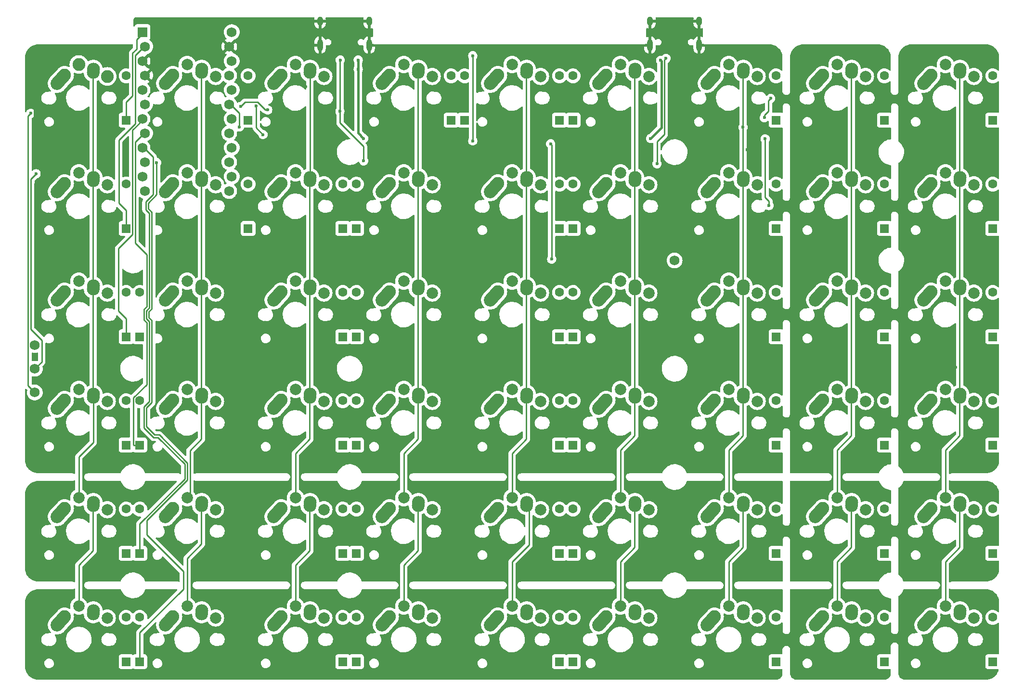
<source format=gbr>
G04 #@! TF.GenerationSoftware,KiCad,Pcbnew,7.0.7*
G04 #@! TF.CreationDate,2023-11-01T16:24:29-04:00*
G04 #@! TF.ProjectId,bfo9000,62666f39-3030-4302-9e6b-696361645f70,rev?*
G04 #@! TF.SameCoordinates,Original*
G04 #@! TF.FileFunction,Copper,L1,Top*
G04 #@! TF.FilePolarity,Positive*
%FSLAX46Y46*%
G04 Gerber Fmt 4.6, Leading zero omitted, Abs format (unit mm)*
G04 Created by KiCad (PCBNEW 7.0.7) date 2023-11-01 16:24:29*
%MOMM*%
%LPD*%
G01*
G04 APERTURE LIST*
G04 Aperture macros list*
%AMHorizOval*
0 Thick line with rounded ends*
0 $1 width*
0 $2 $3 position (X,Y) of the first rounded end (center of the circle)*
0 $4 $5 position (X,Y) of the second rounded end (center of the circle)*
0 Add line between two ends*
20,1,$1,$2,$3,$4,$5,0*
0 Add two circle primitives to create the rounded ends*
1,1,$1,$2,$3*
1,1,$1,$4,$5*%
G04 Aperture macros list end*
G04 #@! TA.AperFunction,ComponentPad*
%ADD10C,0.600000*%
G04 #@! TD*
G04 #@! TA.AperFunction,ComponentPad*
%ADD11O,1.000000X1.600000*%
G04 #@! TD*
G04 #@! TA.AperFunction,ComponentPad*
%ADD12O,1.000000X2.100000*%
G04 #@! TD*
G04 #@! TA.AperFunction,ComponentPad*
%ADD13R,1.600000X1.600000*%
G04 #@! TD*
G04 #@! TA.AperFunction,ComponentPad*
%ADD14C,1.600000*%
G04 #@! TD*
G04 #@! TA.AperFunction,ComponentPad*
%ADD15R,1.752600X1.752600*%
G04 #@! TD*
G04 #@! TA.AperFunction,ComponentPad*
%ADD16C,1.752600*%
G04 #@! TD*
G04 #@! TA.AperFunction,ComponentPad*
%ADD17C,2.250000*%
G04 #@! TD*
G04 #@! TA.AperFunction,ComponentPad*
%ADD18HorizOval,2.250000X0.019771X0.290016X-0.019771X-0.290016X0*%
G04 #@! TD*
G04 #@! TA.AperFunction,ComponentPad*
%ADD19HorizOval,2.250000X0.654995X0.730004X-0.654995X-0.730004X0*%
G04 #@! TD*
G04 #@! TA.AperFunction,ComponentPad*
%ADD20C,2.000000*%
G04 #@! TD*
G04 #@! TA.AperFunction,ViaPad*
%ADD21C,0.600000*%
G04 #@! TD*
G04 #@! TA.AperFunction,Conductor*
%ADD22C,0.250000*%
G04 #@! TD*
G04 #@! TA.AperFunction,Conductor*
%ADD23C,0.381000*%
G04 #@! TD*
G04 #@! TA.AperFunction,Conductor*
%ADD24C,0.500000*%
G04 #@! TD*
G04 APERTURE END LIST*
D10*
X72800000Y-153850000D03*
X72800000Y-153850000D03*
X73180000Y-134570000D03*
X73180000Y-134570000D03*
X73040000Y-115410000D03*
X73040000Y-115410000D03*
X73090000Y-96760000D03*
X73090000Y-96760000D03*
X137190000Y-58890000D03*
X137190000Y-58890000D03*
X136960000Y-77900000D03*
X136960000Y-77900000D03*
X175240000Y-96890000D03*
X175240000Y-96890000D03*
X194260000Y-77720000D03*
X194260000Y-77720000D03*
X174590000Y-153800000D03*
X174590000Y-153800000D03*
X174590000Y-153800000D03*
X194390000Y-135200000D03*
X194390000Y-135200000D03*
X194390000Y-135200000D03*
X175250000Y-134910000D03*
X175250000Y-134910000D03*
X175250000Y-134910000D03*
X175140000Y-116060000D03*
X175140000Y-116060000D03*
X175140000Y-116060000D03*
X190130000Y-86240000D03*
X190130000Y-86240000D03*
D11*
X166244864Y-43681212D03*
X157604864Y-43681212D03*
D12*
X166244864Y-47861212D03*
X157604864Y-47861212D03*
X99561944Y-47861212D03*
X108201944Y-47861212D03*
D11*
X99561944Y-43681212D03*
X108201944Y-43681212D03*
D13*
X65484430Y-61050048D03*
D14*
X65484430Y-53250048D03*
D13*
X86915698Y-61050048D03*
D14*
X86915698Y-53250048D03*
D13*
X122634478Y-61050048D03*
D14*
X122634478Y-53250048D03*
D13*
X125015730Y-61050048D03*
D14*
X125015730Y-53250048D03*
D13*
X141684494Y-61050000D03*
D14*
X141684494Y-53250000D03*
D13*
X144065746Y-61050048D03*
D14*
X144065746Y-53250048D03*
D13*
X179784526Y-61050000D03*
D14*
X179784526Y-53250000D03*
D13*
X198834542Y-61050048D03*
D14*
X198834542Y-53250048D03*
D13*
X217884558Y-61050048D03*
D14*
X217884558Y-53250048D03*
D13*
X65484430Y-80100064D03*
D14*
X65484430Y-72300064D03*
D13*
X86915698Y-80100000D03*
D14*
X86915698Y-72300000D03*
D13*
X103584462Y-80100000D03*
D14*
X103584462Y-72300000D03*
D13*
X105965714Y-80100000D03*
D14*
X105965714Y-72300000D03*
D13*
X141684494Y-80100064D03*
D14*
X141684494Y-72300064D03*
D13*
X144065746Y-80100064D03*
D14*
X144065746Y-72300064D03*
D13*
X179784526Y-80100000D03*
D14*
X179784526Y-72300000D03*
D13*
X198834542Y-80100064D03*
D14*
X198834542Y-72300064D03*
D13*
X217884558Y-80100064D03*
D14*
X217884558Y-72300064D03*
D13*
X65484430Y-99150000D03*
D14*
X65484430Y-91350000D03*
D13*
X67865682Y-99150000D03*
D14*
X67865682Y-91350000D03*
D13*
X103584462Y-99150000D03*
D14*
X103584462Y-91350000D03*
D13*
X105965714Y-99150080D03*
D14*
X105965714Y-91350080D03*
D13*
X141684494Y-99150080D03*
D14*
X141684494Y-91350080D03*
D13*
X144065746Y-99150080D03*
D14*
X144065746Y-91350080D03*
D13*
X179784526Y-99150000D03*
D14*
X179784526Y-91350000D03*
D13*
X198834542Y-99150080D03*
D14*
X198834542Y-91350080D03*
D13*
X217884558Y-99150000D03*
D14*
X217884558Y-91350000D03*
D13*
X65484430Y-118200096D03*
D14*
X65484430Y-110400096D03*
D13*
X67865682Y-118200000D03*
D14*
X67865682Y-110400000D03*
D13*
X103584462Y-118200000D03*
D14*
X103584462Y-110400000D03*
D13*
X105965714Y-118200000D03*
D14*
X105965714Y-110400000D03*
D13*
X141684494Y-118200096D03*
D14*
X141684494Y-110400096D03*
D13*
X144065746Y-118200096D03*
D14*
X144065746Y-110400096D03*
D13*
X179784526Y-118200000D03*
D14*
X179784526Y-110400000D03*
D13*
X198834542Y-118200000D03*
D14*
X198834542Y-110400000D03*
D13*
X217884558Y-118200096D03*
D14*
X217884558Y-110400096D03*
D13*
X65484430Y-137250000D03*
D14*
X65484430Y-129450000D03*
D13*
X67865682Y-137250000D03*
D14*
X67865682Y-129450000D03*
D13*
X103584462Y-137250000D03*
D14*
X103584462Y-129450000D03*
D13*
X105965714Y-137250112D03*
D14*
X105965714Y-129450112D03*
D13*
X141684494Y-137250112D03*
D14*
X141684494Y-129450112D03*
D13*
X144065746Y-137250000D03*
D14*
X144065746Y-129450000D03*
D13*
X179784526Y-137250112D03*
D14*
X179784526Y-129450112D03*
D13*
X198834542Y-137250112D03*
D14*
X198834542Y-129450112D03*
D13*
X217884558Y-137250000D03*
D14*
X217884558Y-129450000D03*
D13*
X65484430Y-156300128D03*
D14*
X65484430Y-148500128D03*
D13*
X67865682Y-156300000D03*
D14*
X67865682Y-148500000D03*
D13*
X103584462Y-156300000D03*
D14*
X103584462Y-148500000D03*
D13*
X105965714Y-156300000D03*
D14*
X105965714Y-148500000D03*
D13*
X141684494Y-156300000D03*
D14*
X141684494Y-148500000D03*
D13*
X144065746Y-156300128D03*
D14*
X144065746Y-148500128D03*
D13*
X179784526Y-156300128D03*
D14*
X179784526Y-148500128D03*
D13*
X198834542Y-156300128D03*
D14*
X198834542Y-148500128D03*
D13*
X217884558Y-156300128D03*
D14*
X217884558Y-148500128D03*
D15*
X68351464Y-45561300D03*
D16*
X68808664Y-48101300D03*
X68351464Y-50641300D03*
X68808664Y-53181300D03*
X68351464Y-55721300D03*
X68808664Y-58261300D03*
X68351464Y-60801300D03*
X68808664Y-63341300D03*
X68351464Y-65881300D03*
X68808664Y-68421300D03*
X68351464Y-70961300D03*
X68808664Y-73501300D03*
X83591464Y-73501300D03*
X84048664Y-70961300D03*
X83591464Y-68421300D03*
X84048664Y-65881300D03*
X83591464Y-63341300D03*
X84048664Y-60801300D03*
X83591464Y-58261300D03*
X84048664Y-55721300D03*
X83591464Y-53181300D03*
X84048664Y-50641300D03*
X83591464Y-48101300D03*
X84048664Y-45561300D03*
X161925136Y-85725072D03*
X49410979Y-104775088D03*
X49410979Y-108942279D03*
X49410979Y-100607897D03*
D10*
X122750000Y-157350000D03*
X122800000Y-139000000D03*
X50375000Y-136575000D03*
X60825000Y-137825000D03*
X84750000Y-139125000D03*
X98625000Y-139250000D03*
X142100000Y-139875000D03*
X157750000Y-139250000D03*
X175700000Y-139550000D03*
X195000000Y-139850000D03*
X204025000Y-139525000D03*
X71475000Y-120600000D03*
X61625000Y-122075000D03*
X71025000Y-102975000D03*
X68300000Y-81250000D03*
X212650000Y-139450000D03*
X215225000Y-126975000D03*
X193100000Y-120275000D03*
X191800000Y-103075000D03*
X191800000Y-157000000D03*
X209925000Y-157225000D03*
X211350000Y-104500000D03*
X210650000Y-84825000D03*
X194310000Y-116160000D03*
X194310000Y-116160000D03*
X194310000Y-116160000D03*
X210740802Y-64889117D03*
X207000000Y-49470000D03*
X188060000Y-49260000D03*
X192125000Y-65775000D03*
X174725000Y-66225000D03*
X139125000Y-70900000D03*
X124930000Y-82520000D03*
X120700000Y-65775000D03*
X53160000Y-84560000D03*
X145850000Y-67100000D03*
X108075000Y-71675000D03*
X80360000Y-66972600D03*
X65500000Y-66950000D03*
X60170000Y-125920000D03*
X202575000Y-75500000D03*
X92360000Y-66190000D03*
X132754799Y-61317239D03*
X212526384Y-154185808D03*
X195040000Y-125730000D03*
X185460000Y-126570000D03*
X110930000Y-59380000D03*
X92080000Y-58360000D03*
D17*
X57150000Y-51250000D03*
D18*
X59669771Y-52359984D03*
D17*
X59690000Y-52070000D03*
D19*
X53994995Y-53879996D03*
D17*
X54650000Y-53150000D03*
X62150000Y-53350000D03*
D20*
X76200000Y-51250000D03*
D18*
X78719771Y-52359984D03*
D17*
X78740000Y-52070000D03*
D19*
X73044995Y-53879996D03*
D17*
X73700000Y-53150000D03*
D20*
X81200000Y-53350000D03*
X95250000Y-51250000D03*
D18*
X97769771Y-52359984D03*
D17*
X97790000Y-52070000D03*
D19*
X92094995Y-53879996D03*
D17*
X92750000Y-53150000D03*
D20*
X100250000Y-53350000D03*
X114300000Y-51250000D03*
D18*
X116819771Y-52359984D03*
D17*
X116840000Y-52070000D03*
D19*
X111144995Y-53879996D03*
D17*
X111800000Y-53150000D03*
D20*
X119300000Y-53350000D03*
X133350000Y-51250000D03*
D18*
X135869771Y-52359984D03*
D17*
X135890000Y-52070000D03*
D19*
X130194995Y-53879996D03*
D17*
X130850000Y-53150000D03*
D20*
X138350000Y-53350000D03*
X152400000Y-51250000D03*
D18*
X154919771Y-52359984D03*
D17*
X154940000Y-52070000D03*
D19*
X149244995Y-53879996D03*
D17*
X149900000Y-53150000D03*
D20*
X157400000Y-53350000D03*
X171450000Y-51250000D03*
D18*
X173969771Y-52359984D03*
D17*
X173990000Y-52070000D03*
D19*
X168294995Y-53879996D03*
D17*
X168950000Y-53150000D03*
D20*
X176450000Y-53350000D03*
X190500000Y-51250000D03*
D18*
X193019771Y-52359984D03*
D17*
X193040000Y-52070000D03*
D19*
X187344995Y-53879996D03*
D17*
X188000000Y-53150000D03*
D20*
X195500000Y-53350000D03*
X209550000Y-51250000D03*
D18*
X212069771Y-52359984D03*
D17*
X212090000Y-52070000D03*
D19*
X206394995Y-53879996D03*
D17*
X207050000Y-53150000D03*
D20*
X214550000Y-53350000D03*
X57150000Y-70300000D03*
D18*
X59669771Y-71409984D03*
D17*
X59690000Y-71120000D03*
D19*
X53994995Y-72929996D03*
D17*
X54650000Y-72200000D03*
D20*
X62150000Y-72400000D03*
X76200000Y-70300000D03*
D18*
X78719771Y-71409984D03*
D17*
X78740000Y-71120000D03*
D19*
X73044995Y-72929996D03*
D17*
X73700000Y-72200000D03*
D20*
X81200000Y-72400000D03*
X95250000Y-70300000D03*
D18*
X97769771Y-71409984D03*
D17*
X97790000Y-71120000D03*
D19*
X92094995Y-72929996D03*
D17*
X92750000Y-72200000D03*
D20*
X100250000Y-72400000D03*
X114300000Y-70300000D03*
D18*
X116819771Y-71409984D03*
D17*
X116840000Y-71120000D03*
D19*
X111144995Y-72929996D03*
D17*
X111800000Y-72200000D03*
D20*
X119300000Y-72400000D03*
X133350000Y-70300000D03*
D18*
X135869771Y-71409984D03*
D17*
X135890000Y-71120000D03*
D19*
X130194995Y-72929996D03*
D17*
X130850000Y-72200000D03*
D20*
X138350000Y-72400000D03*
X152400000Y-70300000D03*
D18*
X154919771Y-71409984D03*
D17*
X154940000Y-71120000D03*
D19*
X149244995Y-72929996D03*
D17*
X149900000Y-72200000D03*
D20*
X157400000Y-72400000D03*
X171450000Y-70300000D03*
D18*
X173969771Y-71409984D03*
D17*
X173990000Y-71120000D03*
D19*
X168294995Y-72929996D03*
D17*
X168950000Y-72200000D03*
D20*
X176450000Y-72400000D03*
X190500000Y-70300000D03*
D18*
X193019771Y-71409984D03*
D17*
X193040000Y-71120000D03*
D19*
X187344995Y-72929996D03*
D17*
X188000000Y-72200000D03*
D20*
X195500000Y-72400000D03*
X209550000Y-70300000D03*
D18*
X212069771Y-71409984D03*
D17*
X212090000Y-71120000D03*
D19*
X206394995Y-72929996D03*
D17*
X207050000Y-72200000D03*
D20*
X214550000Y-72400000D03*
X57150000Y-89350000D03*
D18*
X59669771Y-90459984D03*
D17*
X59690000Y-90170000D03*
D19*
X53994995Y-91979996D03*
D17*
X54650000Y-91250000D03*
D20*
X62150000Y-91450000D03*
X76200000Y-89350000D03*
D18*
X78719771Y-90459984D03*
D17*
X78740000Y-90170000D03*
D19*
X73044995Y-91979996D03*
D17*
X73700000Y-91250000D03*
D20*
X81200000Y-91450000D03*
X95250000Y-89350000D03*
D18*
X97769771Y-90459984D03*
D17*
X97790000Y-90170000D03*
D19*
X92094995Y-91979996D03*
D17*
X92750000Y-91250000D03*
D20*
X100250000Y-91450000D03*
X114300000Y-89350000D03*
D18*
X116819771Y-90459984D03*
D17*
X116840000Y-90170000D03*
D19*
X111144995Y-91979996D03*
D17*
X111800000Y-91250000D03*
D20*
X119300000Y-91450000D03*
X133350000Y-89350000D03*
D18*
X135869771Y-90459984D03*
D17*
X135890000Y-90170000D03*
D19*
X130194995Y-91979996D03*
D17*
X130850000Y-91250000D03*
D20*
X138350000Y-91450000D03*
X152400000Y-89350000D03*
D18*
X154919771Y-90459984D03*
D17*
X154940000Y-90170000D03*
D19*
X149244995Y-91979996D03*
D17*
X149900000Y-91250000D03*
D20*
X157400000Y-91450000D03*
X171450000Y-89350000D03*
D18*
X173969771Y-90459984D03*
D17*
X173990000Y-90170000D03*
D19*
X168294995Y-91979996D03*
D17*
X168950000Y-91250000D03*
D20*
X176450000Y-91450000D03*
X190500000Y-89350000D03*
D18*
X193019771Y-90459984D03*
D17*
X193040000Y-90170000D03*
D19*
X187344995Y-91979996D03*
D17*
X188000000Y-91250000D03*
D20*
X195500000Y-91450000D03*
X209550000Y-89350000D03*
D18*
X212069771Y-90459984D03*
D17*
X212090000Y-90170000D03*
D19*
X206394995Y-91979996D03*
D17*
X207050000Y-91250000D03*
D20*
X214550000Y-91450000D03*
X57150000Y-108400000D03*
D18*
X59669771Y-109509984D03*
D17*
X59690000Y-109220000D03*
D19*
X53994995Y-111029996D03*
D17*
X54650000Y-110300000D03*
D20*
X62150000Y-110500000D03*
X76200000Y-108400000D03*
D18*
X78719771Y-109509984D03*
D17*
X78740000Y-109220000D03*
D19*
X73044995Y-111029996D03*
D17*
X73700000Y-110300000D03*
D20*
X81200000Y-110500000D03*
X95250000Y-108400000D03*
D18*
X97769771Y-109509984D03*
D17*
X97790000Y-109220000D03*
D19*
X92094995Y-111029996D03*
D17*
X92750000Y-110300000D03*
D20*
X100250000Y-110500000D03*
X114300000Y-108400000D03*
D18*
X116819771Y-109509984D03*
D17*
X116840000Y-109220000D03*
D19*
X111144995Y-111029996D03*
D17*
X111800000Y-110300000D03*
D20*
X119300000Y-110500000D03*
X133350000Y-108400000D03*
D18*
X135869771Y-109509984D03*
D17*
X135890000Y-109220000D03*
D19*
X130194995Y-111029996D03*
D17*
X130850000Y-110300000D03*
D20*
X138350000Y-110500000D03*
X152400000Y-108400000D03*
D18*
X154919771Y-109509984D03*
D17*
X154940000Y-109220000D03*
D19*
X149244995Y-111029996D03*
D17*
X149900000Y-110300000D03*
D20*
X157400000Y-110500000D03*
X171450000Y-108400000D03*
D18*
X173969771Y-109509984D03*
D17*
X173990000Y-109220000D03*
D19*
X168294995Y-111029996D03*
D17*
X168950000Y-110300000D03*
D20*
X176450000Y-110500000D03*
X190500000Y-108400000D03*
D18*
X193019771Y-109509984D03*
D17*
X193040000Y-109220000D03*
D19*
X187344995Y-111029996D03*
D17*
X188000000Y-110300000D03*
D20*
X195500000Y-110500000D03*
X209550000Y-108400000D03*
D18*
X212069771Y-109509984D03*
D17*
X212090000Y-109220000D03*
D19*
X206394995Y-111029996D03*
D17*
X207050000Y-110300000D03*
D20*
X214550000Y-110500000D03*
X57150000Y-127450000D03*
D18*
X59669771Y-128559984D03*
D17*
X59690000Y-128270000D03*
D19*
X53994995Y-130079996D03*
D17*
X54650000Y-129350000D03*
D20*
X62150000Y-129550000D03*
X76200000Y-127450000D03*
D18*
X78719771Y-128559984D03*
D17*
X78740000Y-128270000D03*
D19*
X73044995Y-130079996D03*
D17*
X73700000Y-129350000D03*
D20*
X81200000Y-129550000D03*
X95250000Y-127450000D03*
D18*
X97769771Y-128559984D03*
D17*
X97790000Y-128270000D03*
D19*
X92094995Y-130079996D03*
D17*
X92750000Y-129350000D03*
D20*
X100250000Y-129550000D03*
X114300000Y-127450000D03*
D18*
X116819771Y-128559984D03*
D17*
X116840000Y-128270000D03*
D19*
X111144995Y-130079996D03*
D17*
X111800000Y-129350000D03*
D20*
X119300000Y-129550000D03*
X133350000Y-127450000D03*
D18*
X135869771Y-128559984D03*
D17*
X135890000Y-128270000D03*
D19*
X130194995Y-130079996D03*
D17*
X130850000Y-129350000D03*
D20*
X138350000Y-129550000D03*
X152400000Y-127450000D03*
D18*
X154919771Y-128559984D03*
D17*
X154940000Y-128270000D03*
D19*
X149244995Y-130079996D03*
D17*
X149900000Y-129350000D03*
D20*
X157400000Y-129550000D03*
X171450000Y-127450000D03*
D18*
X173969771Y-128559984D03*
D17*
X173990000Y-128270000D03*
D19*
X168294995Y-130079996D03*
D17*
X168950000Y-129350000D03*
D20*
X176450000Y-129550000D03*
X190500000Y-127450000D03*
D18*
X193019771Y-128559984D03*
D17*
X193040000Y-128270000D03*
D19*
X187344995Y-130079996D03*
D17*
X188000000Y-129350000D03*
D20*
X195500000Y-129550000D03*
X209550000Y-127450000D03*
D18*
X212069771Y-128559984D03*
D17*
X212090000Y-128270000D03*
D19*
X206394995Y-130079996D03*
D17*
X207050000Y-129350000D03*
D20*
X214550000Y-129550000D03*
X57150000Y-146500000D03*
D18*
X59669771Y-147609984D03*
D17*
X59690000Y-147320000D03*
D19*
X53994995Y-149129996D03*
D17*
X54650000Y-148400000D03*
D20*
X62150000Y-148600000D03*
X76200000Y-146500000D03*
D18*
X78719771Y-147609984D03*
D17*
X78740000Y-147320000D03*
D19*
X73044995Y-149129996D03*
D17*
X73700000Y-148400000D03*
D20*
X81200000Y-148600000D03*
X95250000Y-146500000D03*
D18*
X97769771Y-147609984D03*
D17*
X97790000Y-147320000D03*
D19*
X92094995Y-149129996D03*
D17*
X92750000Y-148400000D03*
D20*
X100250000Y-148600000D03*
X114300000Y-146500000D03*
D18*
X116819771Y-147609984D03*
D17*
X116840000Y-147320000D03*
D19*
X111144995Y-149129996D03*
D17*
X111800000Y-148400000D03*
D20*
X119300000Y-148600000D03*
X133350000Y-146500000D03*
D18*
X135869771Y-147609984D03*
D17*
X135890000Y-147320000D03*
D19*
X130194995Y-149129996D03*
D17*
X130850000Y-148400000D03*
D20*
X138350000Y-148600000D03*
X152400000Y-146500000D03*
D18*
X154919771Y-147609984D03*
D17*
X154940000Y-147320000D03*
D19*
X149244995Y-149129996D03*
D17*
X149900000Y-148400000D03*
D20*
X157400000Y-148600000D03*
X171450000Y-146500000D03*
D18*
X173969771Y-147609984D03*
D17*
X173990000Y-147320000D03*
D19*
X168294995Y-149129996D03*
D17*
X168950000Y-148400000D03*
D20*
X176450000Y-148600000D03*
X190500000Y-146500000D03*
D18*
X193019771Y-147609984D03*
D17*
X193040000Y-147320000D03*
D19*
X187344995Y-149129996D03*
D17*
X188000000Y-148400000D03*
D20*
X195500000Y-148600000D03*
X209550000Y-146500000D03*
D18*
X212069771Y-147609984D03*
D17*
X212090000Y-147320000D03*
D19*
X206394995Y-149129996D03*
D17*
X207050000Y-148400000D03*
D20*
X214550000Y-148600000D03*
D10*
X61400000Y-82790000D03*
X74140000Y-84560000D03*
X66670000Y-89100000D03*
X74414000Y-137517072D03*
X75170000Y-118510000D03*
X49440000Y-102770000D03*
X84165000Y-77265000D03*
X91895000Y-77825000D03*
X99215000Y-78105000D03*
X111005000Y-78025000D03*
X124320000Y-74300000D03*
X149080000Y-77950000D03*
X137500000Y-97040000D03*
X149260000Y-97000000D03*
X148605000Y-61015000D03*
X149055000Y-58785000D03*
X146385000Y-51505000D03*
X128365000Y-50935000D03*
X123375000Y-50855000D03*
X117871776Y-58340576D03*
X187175000Y-58895000D03*
X206315000Y-58895000D03*
X194275000Y-58835000D03*
X213225000Y-58835000D03*
X212975000Y-77925000D03*
X206385000Y-77755000D03*
X187435000Y-77475000D03*
X175085000Y-78035000D03*
X187045000Y-115945000D03*
X213215000Y-115945000D03*
X213175000Y-135185000D03*
X206355000Y-134925000D03*
X187195000Y-134955000D03*
X206400000Y-153930000D03*
X193640000Y-154120000D03*
X149260000Y-154070000D03*
X136570000Y-153960000D03*
X149190000Y-134800000D03*
X137450000Y-135100000D03*
X111060000Y-153990000D03*
X111220000Y-134650000D03*
X98990000Y-134990000D03*
X98430000Y-153930000D03*
X98930000Y-115830000D03*
X111000000Y-115880000D03*
X149110000Y-115990000D03*
X136900000Y-115910000D03*
X111070000Y-96680000D03*
X98840000Y-97020000D03*
X213320000Y-96975000D03*
X206470000Y-96785000D03*
X194260000Y-96960000D03*
X194260000Y-96960000D03*
X175095000Y-58815000D03*
X89315000Y-52095000D03*
X186245000Y-139095000D03*
X169663920Y-61317136D03*
X113109280Y-61317136D03*
X120848336Y-54768704D03*
X80280000Y-58720000D03*
X73440000Y-58730000D03*
X60850000Y-58950000D03*
X97090000Y-55120000D03*
X94540000Y-61330000D03*
X100670000Y-61270000D03*
X101410000Y-64880000D03*
X105220000Y-57140000D03*
X99100000Y-55380000D03*
X64610000Y-49970000D03*
X76200000Y-64900000D03*
D21*
X160420000Y-50180000D03*
X158830000Y-68730000D03*
X106280000Y-52080000D03*
X126420000Y-49720000D03*
X157700000Y-64280000D03*
X159460000Y-50520000D03*
X106280000Y-50460000D03*
X107240000Y-64260000D03*
X103131944Y-50470000D03*
X49590000Y-97420000D03*
X50690000Y-49610000D03*
X48704990Y-59840000D03*
X70845010Y-68510000D03*
X173950000Y-62310000D03*
X177700000Y-60610000D03*
X178800000Y-57230000D03*
X85395294Y-62254706D03*
X177840000Y-64340000D03*
X178520000Y-76070000D03*
X89540000Y-63582781D03*
X88345110Y-58539009D03*
X140310000Y-85500000D03*
X140120000Y-65210000D03*
X126420000Y-64700000D03*
X103070401Y-59501502D03*
X107230000Y-68220000D03*
X85620000Y-58629998D03*
X90360000Y-59250000D03*
X49663051Y-70476949D03*
D22*
X160420000Y-50180000D02*
X160120000Y-50480000D01*
X160120000Y-50480000D02*
X160120000Y-63550000D01*
X160090000Y-63580000D02*
X160120000Y-63550000D01*
X158830000Y-68730000D02*
X158830000Y-64840000D01*
X158830000Y-64840000D02*
X160090000Y-63580000D01*
D23*
X106280000Y-50460000D02*
X106280000Y-52080000D01*
X106280000Y-52080000D02*
X106280000Y-63300000D01*
D22*
X90360000Y-59250000D02*
X89940000Y-59250000D01*
X89940000Y-59250000D02*
X88590001Y-57900001D01*
X88590001Y-57900001D02*
X86349997Y-57900001D01*
X86349997Y-57900001D02*
X85620000Y-58629998D01*
X177840000Y-64340000D02*
X177840000Y-74610000D01*
X177840000Y-74610000D02*
X178520000Y-75290000D01*
X178520000Y-75290000D02*
X178520000Y-76070000D01*
X68580064Y-65881300D02*
X70220000Y-67521236D01*
X68590000Y-115166396D02*
X70273604Y-116850000D01*
X68929989Y-75430010D02*
X68929989Y-76805401D01*
X68590000Y-111470000D02*
X68590000Y-115166396D01*
X70220000Y-67521236D02*
X70220000Y-74139999D01*
X68929989Y-76805401D02*
X69524999Y-77400411D01*
X69074988Y-94499599D02*
X69074988Y-94499615D01*
X67865682Y-132064318D02*
X67865682Y-137250000D01*
X69074988Y-94499615D02*
X69025000Y-94549603D01*
X70273604Y-116850000D02*
X71090000Y-116850000D01*
X69025000Y-94549603D02*
X69025000Y-95943808D01*
X70220000Y-74139999D02*
X68929989Y-75430010D01*
X69524999Y-110535001D02*
X68590000Y-111470000D01*
X75790000Y-121550000D02*
X75790000Y-124140000D01*
X69524999Y-77400411D02*
X69524999Y-94049589D01*
X69524999Y-94049589D02*
X69074988Y-94499599D01*
X71090000Y-116850000D02*
X75790000Y-121550000D01*
X69025000Y-95943808D02*
X69524999Y-96443807D01*
X69524999Y-96443807D02*
X69524999Y-110535001D01*
X75790000Y-124140000D02*
X67865682Y-132064318D01*
X70845010Y-74151400D02*
X70845010Y-68510000D01*
X69380000Y-75616410D02*
X70845010Y-74151400D01*
X70500000Y-116400000D02*
X69040000Y-114940000D01*
X69130000Y-134019008D02*
X69130000Y-131436411D01*
X69475000Y-95757412D02*
X69475000Y-94735999D01*
X69975010Y-110724990D02*
X69975010Y-96257422D01*
X76240011Y-124326400D02*
X76240011Y-121363615D01*
X69975010Y-96257422D02*
X69475000Y-95757412D01*
X76240011Y-121363615D02*
X71276396Y-116400000D01*
X67865682Y-151204318D02*
X75540000Y-143530000D01*
X69975010Y-77214011D02*
X69380000Y-76619001D01*
X75540000Y-140429008D02*
X69130000Y-134019008D01*
X75540000Y-143530000D02*
X75540000Y-140429008D01*
X67865682Y-156300000D02*
X67865682Y-151204318D01*
X71276396Y-116400000D02*
X70500000Y-116400000D01*
X69380000Y-76619001D02*
X69380000Y-75616410D01*
X69040000Y-114940000D02*
X69040000Y-111660000D01*
X69130000Y-131436411D02*
X76240011Y-124326400D01*
X69040000Y-111660000D02*
X69975010Y-110724990D01*
X69975010Y-94235989D02*
X69975010Y-77214011D01*
X69475000Y-94735999D02*
X69975010Y-94235989D01*
X67059442Y-82668440D02*
X69074988Y-84683986D01*
X66815682Y-118200000D02*
X67865682Y-118200000D01*
X68575000Y-96130204D02*
X68624977Y-96180181D01*
X69074988Y-107525692D02*
X66740681Y-109859999D01*
X66740681Y-109859999D02*
X66740681Y-118124999D01*
X68624977Y-94319819D02*
X68575000Y-94369796D01*
X68624977Y-96180181D02*
X68624977Y-96186801D01*
X68624977Y-94313199D02*
X68624977Y-94319819D01*
X69074988Y-96636812D02*
X69074988Y-107525692D01*
X67059442Y-64861922D02*
X67059442Y-82668440D01*
X69074988Y-84683986D02*
X69074988Y-93863189D01*
X66740681Y-118124999D02*
X66815682Y-118200000D01*
X68575000Y-94369796D02*
X68575000Y-96130204D01*
X68580064Y-63341300D02*
X67059442Y-64861922D01*
X69074988Y-93863189D02*
X68624977Y-94313199D01*
X68624977Y-96186801D02*
X69074988Y-96636812D01*
X126420000Y-64700000D02*
X126420000Y-49720000D01*
D23*
X106280000Y-63300000D02*
X107240000Y-64260000D01*
X159590000Y-62390000D02*
X159590000Y-50650000D01*
X159590000Y-50650000D02*
X159460000Y-50520000D01*
X157700000Y-64280000D02*
X159590000Y-62390000D01*
D22*
X103070401Y-59501502D02*
X103070401Y-50531543D01*
X103070401Y-50531543D02*
X103131944Y-50470000D01*
D24*
X157604864Y-43681212D02*
X157604864Y-47861212D01*
X166244864Y-47861212D02*
X166244864Y-43681212D01*
X50690000Y-71170000D02*
X50690000Y-69760000D01*
X49590000Y-97420000D02*
X49590000Y-72270000D01*
X49490000Y-68560000D02*
X49490000Y-50810000D01*
X49590000Y-72270000D02*
X50690000Y-71170000D01*
X49490000Y-50810000D02*
X50690000Y-49610000D01*
X50690000Y-69760000D02*
X49490000Y-68560000D01*
X99561944Y-43681212D02*
X108201944Y-43681212D01*
X108201944Y-43681212D02*
X108201944Y-47861212D01*
X99561944Y-43681212D02*
X99561944Y-47861212D01*
D22*
X65484430Y-61050048D02*
X65484430Y-57875048D01*
X65484430Y-57875048D02*
X66609989Y-56749489D01*
X66609989Y-56749489D02*
X66609989Y-49270011D01*
X66609989Y-49270011D02*
X67300000Y-48580000D01*
X67300000Y-48580000D02*
X67300000Y-46841364D01*
X67300000Y-46841364D02*
X68580064Y-45561300D01*
X48209678Y-107740978D02*
X48209678Y-60335312D01*
X48209678Y-60335312D02*
X48704990Y-59840000D01*
X49410979Y-108942279D02*
X48209678Y-107740978D01*
X65484430Y-77775064D02*
X65484430Y-80100064D01*
X64190000Y-64554954D02*
X64190000Y-75630634D01*
X67060000Y-49621364D02*
X67060000Y-61684954D01*
X67060000Y-61684954D02*
X64190000Y-64554954D01*
X65484430Y-76925064D02*
X65484430Y-77775064D01*
X68580064Y-48101300D02*
X67060000Y-49621364D01*
X64190000Y-75630634D02*
X65484430Y-76925064D01*
X65484430Y-95975000D02*
X65484430Y-96825000D01*
X64130000Y-94620570D02*
X65484430Y-95975000D01*
X66609431Y-81160065D02*
X64130000Y-83639496D01*
X64130000Y-83639496D02*
X64130000Y-94620570D01*
X66609431Y-62771933D02*
X66609431Y-81160065D01*
X68580064Y-60801300D02*
X66609431Y-62771933D01*
X65484430Y-96825000D02*
X65484430Y-99150000D01*
X57150000Y-120252976D02*
X59690000Y-117712976D01*
X57150000Y-147400000D02*
X57150000Y-139302960D01*
X59690000Y-117712976D02*
X59690000Y-109840000D01*
X59650000Y-136802960D02*
X59650000Y-128850000D01*
X57150000Y-128350000D02*
X57150000Y-120252976D01*
X57150000Y-139302960D02*
X59650000Y-136802960D01*
X59650000Y-90750000D02*
X59650000Y-71700000D01*
X59650000Y-109800000D02*
X59650000Y-90750000D01*
X59690000Y-109840000D02*
X59650000Y-109800000D01*
X59650000Y-71700000D02*
X59650000Y-52650000D01*
X76690022Y-119167626D02*
X78700000Y-117157648D01*
X78700000Y-90750000D02*
X78700000Y-71700000D01*
X76200000Y-128350000D02*
X76690022Y-127859978D01*
X78700000Y-117157648D02*
X78700000Y-109800000D01*
X78700000Y-109800000D02*
X78700000Y-90750000D01*
X76690022Y-127859978D02*
X76690022Y-119167626D01*
X78700000Y-71700000D02*
X78700000Y-52650000D01*
X76200000Y-138112320D02*
X78700000Y-135612320D01*
X78700000Y-135612320D02*
X78700000Y-128850000D01*
X76200000Y-147400000D02*
X76200000Y-138112320D01*
X97750000Y-136802928D02*
X97750000Y-128850000D01*
X95250000Y-139302928D02*
X97750000Y-136802928D01*
X97750000Y-90750000D02*
X97750000Y-71700000D01*
X95250000Y-147400000D02*
X95250000Y-139302928D01*
X97790000Y-71660000D02*
X97790000Y-52070000D01*
X97750000Y-71700000D02*
X97790000Y-71660000D01*
X95250000Y-119657632D02*
X97750000Y-117157632D01*
X95250000Y-128350000D02*
X95250000Y-119657632D01*
X97750000Y-109800000D02*
X97750000Y-90750000D01*
X97750000Y-117157632D02*
X97750000Y-109800000D01*
X114300000Y-119657616D02*
X116800000Y-117157616D01*
X114300000Y-128350000D02*
X114300000Y-119657616D01*
X114300000Y-139302912D02*
X116800000Y-136802912D01*
X116800000Y-136802912D02*
X116800000Y-128850000D01*
X116800000Y-90750000D02*
X116800000Y-71700000D01*
X116800000Y-109800000D02*
X116800000Y-90750000D01*
X116800000Y-117157616D02*
X116800000Y-109800000D01*
X114300000Y-147400000D02*
X114300000Y-139302912D01*
X116800000Y-71700000D02*
X116800000Y-52650000D01*
X135850000Y-90750000D02*
X135850000Y-71700000D01*
X136326448Y-135731136D02*
X136326448Y-129326448D01*
X133350000Y-147400000D02*
X133350000Y-138707584D01*
X133350000Y-138707584D02*
X136326448Y-135731136D01*
X135850000Y-71700000D02*
X135850000Y-52650000D01*
X135850000Y-109800000D02*
X135850000Y-90750000D01*
X133350000Y-128350000D02*
X133350000Y-119657600D01*
X135850000Y-117157600D02*
X135850000Y-109800000D01*
X133350000Y-119657600D02*
X135850000Y-117157600D01*
X136326448Y-129326448D02*
X135850000Y-128850000D01*
X152400000Y-138707568D02*
X154900000Y-136207568D01*
X152400000Y-128350000D02*
X152400000Y-119062272D01*
X154900000Y-90750000D02*
X154900000Y-71700000D01*
X154900000Y-71700000D02*
X154900000Y-52650000D01*
X154900000Y-109800000D02*
X154900000Y-90750000D01*
X154900000Y-116562272D02*
X154900000Y-109800000D01*
X152400000Y-147400000D02*
X152400000Y-138707568D01*
X152400000Y-119062272D02*
X154900000Y-116562272D01*
X154900000Y-136207568D02*
X154900000Y-128850000D01*
X171450000Y-138707552D02*
X173950000Y-136207552D01*
X173950000Y-109800000D02*
X173950000Y-90750000D01*
X173950000Y-116562256D02*
X173950000Y-109800000D01*
X173950000Y-71700000D02*
X173950000Y-62310000D01*
X171450000Y-147400000D02*
X171450000Y-138707552D01*
X171450000Y-128350000D02*
X171450000Y-119062256D01*
X173950000Y-136207552D02*
X173950000Y-128850000D01*
X171450000Y-119062256D02*
X173950000Y-116562256D01*
X173950000Y-62310000D02*
X173950000Y-52650000D01*
X173950000Y-90750000D02*
X173950000Y-71700000D01*
X190500000Y-138707536D02*
X193000000Y-136207536D01*
X193000000Y-71700000D02*
X193000000Y-52650000D01*
X83820064Y-58261300D02*
X85395294Y-59836530D01*
X193000000Y-90750000D02*
X193000000Y-72938998D01*
X190500000Y-147400000D02*
X190500000Y-138707536D01*
X193000000Y-136207536D02*
X193000000Y-128850000D01*
X190500000Y-119062240D02*
X193000000Y-116562240D01*
X85395294Y-59836530D02*
X85395294Y-62254706D01*
X190500000Y-128350000D02*
X190500000Y-119062240D01*
X178450000Y-57580000D02*
X178800000Y-57230000D01*
X177700000Y-60185736D02*
X178450000Y-59435736D01*
X193000000Y-116562240D02*
X193000000Y-109800000D01*
X178450000Y-59435736D02*
X178450000Y-57580000D01*
X177700000Y-60610000D02*
X177700000Y-60185736D01*
X193000000Y-72938998D02*
X193000000Y-71700000D01*
X193000000Y-109800000D02*
X193000000Y-90750000D01*
X212050000Y-116562224D02*
X212050000Y-109800000D01*
X212050000Y-71700000D02*
X212050000Y-90750000D01*
X212050000Y-136207520D02*
X212050000Y-128850000D01*
X88345110Y-62387891D02*
X89540000Y-63582781D01*
X209550000Y-128350000D02*
X209550000Y-119062224D01*
X212050000Y-52650000D02*
X212050000Y-71700000D01*
X88345110Y-58539009D02*
X88345110Y-62387891D01*
X212050000Y-90750000D02*
X212050000Y-109800000D01*
X209550000Y-119062224D02*
X212050000Y-116562224D01*
X209550000Y-138707520D02*
X212050000Y-136207520D01*
X209550000Y-147400000D02*
X209550000Y-138707520D01*
X212050000Y-128850000D02*
X212024999Y-128875001D01*
X140310000Y-85500000D02*
X140310000Y-65400000D01*
X140310000Y-65400000D02*
X140120000Y-65210000D01*
X107230000Y-68220000D02*
X107230000Y-65688998D01*
X103070401Y-61529399D02*
X103070401Y-59501502D01*
X107230000Y-65688998D02*
X103070401Y-61529399D01*
X48730000Y-71410000D02*
X49663051Y-70476949D01*
X50640000Y-103546067D02*
X50640000Y-99750000D01*
X50640000Y-99750000D02*
X48730000Y-97840000D01*
X48730000Y-97840000D02*
X48730000Y-71410000D01*
X49410979Y-104775088D02*
X50640000Y-103546067D01*
G04 #@! TA.AperFunction,Conductor*
G36*
X165224208Y-42957921D02*
G01*
X165270701Y-43011577D01*
X165280805Y-43081851D01*
X165276662Y-43100495D01*
X165251447Y-43183614D01*
X165251447Y-43183617D01*
X165236864Y-43331685D01*
X165236864Y-43427212D01*
X165818864Y-43427212D01*
X165886985Y-43447214D01*
X165933478Y-43500870D01*
X165944864Y-43553212D01*
X165944864Y-43809212D01*
X165924862Y-43877333D01*
X165871206Y-43923826D01*
X165818864Y-43935212D01*
X165236864Y-43935212D01*
X165236864Y-44030738D01*
X165251447Y-44178806D01*
X165251449Y-44178818D01*
X165309083Y-44368811D01*
X165309089Y-44368826D01*
X165402688Y-44543936D01*
X165528652Y-44697423D01*
X165682139Y-44823387D01*
X165857252Y-44916987D01*
X165990864Y-44957517D01*
X165990864Y-44387700D01*
X166010866Y-44319579D01*
X166064522Y-44273086D01*
X166134796Y-44262982D01*
X166151328Y-44266506D01*
X166216704Y-44285107D01*
X166328385Y-44274758D01*
X166328387Y-44274756D01*
X166338380Y-44271914D01*
X166409374Y-44272509D01*
X166468777Y-44311392D01*
X166497727Y-44376217D01*
X166498864Y-44393103D01*
X166498864Y-44957517D01*
X166632472Y-44916988D01*
X166724126Y-44867998D01*
X166793632Y-44853526D01*
X166859928Y-44878929D01*
X166901967Y-44936142D01*
X166909523Y-44979119D01*
X166909529Y-46313305D01*
X166889527Y-46381426D01*
X166835872Y-46427919D01*
X166765598Y-46438024D01*
X166724133Y-46424428D01*
X166632476Y-46375436D01*
X166632474Y-46375435D01*
X166498864Y-46334904D01*
X166498864Y-46904723D01*
X166478862Y-46972844D01*
X166425206Y-47019337D01*
X166354932Y-47029441D01*
X166338383Y-47025913D01*
X166273022Y-47007316D01*
X166161343Y-47017665D01*
X166151342Y-47020511D01*
X166080348Y-47019913D01*
X166020948Y-46981027D01*
X165992000Y-46916200D01*
X165990864Y-46899320D01*
X165990864Y-46334905D01*
X165990863Y-46334904D01*
X165857253Y-46375435D01*
X165857251Y-46375436D01*
X165682139Y-46469036D01*
X165528652Y-46595000D01*
X165402689Y-46748485D01*
X165355805Y-46836200D01*
X165306052Y-46886848D01*
X165236816Y-46902557D01*
X165170077Y-46878341D01*
X165167979Y-46876765D01*
X165105103Y-46828518D01*
X165105095Y-46828513D01*
X164965098Y-46770524D01*
X164852586Y-46755712D01*
X164852584Y-46755712D01*
X164777144Y-46755712D01*
X164777141Y-46755712D01*
X164664629Y-46770524D01*
X164524632Y-46828513D01*
X164524624Y-46828518D01*
X164404412Y-46920760D01*
X164312170Y-47040972D01*
X164312165Y-47040980D01*
X164254176Y-47180977D01*
X164234398Y-47331211D01*
X164234398Y-47331212D01*
X164254176Y-47481446D01*
X164312165Y-47621443D01*
X164312170Y-47621451D01*
X164404412Y-47741663D01*
X164502209Y-47816705D01*
X164524631Y-47833910D01*
X164664628Y-47891899D01*
X164777144Y-47906712D01*
X164777151Y-47906712D01*
X164852577Y-47906712D01*
X164852584Y-47906712D01*
X164965100Y-47891899D01*
X165062649Y-47851492D01*
X165133235Y-47843904D01*
X165196722Y-47875683D01*
X165232950Y-47936741D01*
X165236864Y-47967902D01*
X165236864Y-48460738D01*
X165251447Y-48608806D01*
X165251449Y-48608818D01*
X165309083Y-48798811D01*
X165309089Y-48798826D01*
X165402688Y-48973936D01*
X165528652Y-49127423D01*
X165682139Y-49253387D01*
X165857252Y-49346987D01*
X165990864Y-49387517D01*
X165990864Y-48817700D01*
X166010866Y-48749579D01*
X166064522Y-48703086D01*
X166134796Y-48692982D01*
X166151328Y-48696506D01*
X166216704Y-48715107D01*
X166328385Y-48704758D01*
X166328387Y-48704756D01*
X166338380Y-48701914D01*
X166409374Y-48702509D01*
X166468777Y-48741392D01*
X166497727Y-48806217D01*
X166498864Y-48823103D01*
X166498864Y-49387517D01*
X166632475Y-49346987D01*
X166807588Y-49253387D01*
X166961075Y-49127423D01*
X167087039Y-48973936D01*
X167180638Y-48798826D01*
X167180644Y-48798811D01*
X167238278Y-48608818D01*
X167238280Y-48608806D01*
X167252863Y-48460738D01*
X167252864Y-48460720D01*
X167252864Y-48115212D01*
X166670864Y-48115212D01*
X166602743Y-48095210D01*
X166556250Y-48041554D01*
X166544864Y-47989212D01*
X166544864Y-47733212D01*
X166564866Y-47665091D01*
X166618522Y-47618598D01*
X166670864Y-47607212D01*
X166987448Y-47607212D01*
X167050456Y-47624098D01*
X167106429Y-47656419D01*
X167138629Y-47675013D01*
X167138633Y-47675015D01*
X167138633Y-47675016D01*
X167138635Y-47675016D01*
X167138636Y-47675017D01*
X167233538Y-47700456D01*
X167233540Y-47700456D01*
X167233564Y-47700460D01*
X167282665Y-47700460D01*
X167307196Y-47700462D01*
X167307196Y-47700461D01*
X167325831Y-47700463D01*
X167325858Y-47700460D01*
X178569069Y-47700460D01*
X178591697Y-47700460D01*
X178595500Y-47700574D01*
X178867729Y-47717042D01*
X178875271Y-47717958D01*
X179141663Y-47766776D01*
X179149021Y-47768589D01*
X179407589Y-47849162D01*
X179414699Y-47851858D01*
X179661663Y-47963008D01*
X179668393Y-47966541D01*
X179900156Y-48106647D01*
X179906408Y-48110962D01*
X180103538Y-48265404D01*
X180119589Y-48277979D01*
X180125288Y-48283029D01*
X180316776Y-48474517D01*
X180321825Y-48480216D01*
X180328172Y-48488317D01*
X180488840Y-48693394D01*
X180493163Y-48699658D01*
X180633258Y-48931407D01*
X180636797Y-48938150D01*
X180747941Y-49185104D01*
X180750641Y-49192224D01*
X180790379Y-49319747D01*
X180831209Y-49450774D01*
X180833027Y-49458152D01*
X180848739Y-49543888D01*
X180881841Y-49724529D01*
X180882759Y-49732088D01*
X180899233Y-50004441D01*
X180899348Y-50008246D01*
X180899348Y-52210133D01*
X180879346Y-52278254D01*
X180825690Y-52324747D01*
X180755416Y-52334851D01*
X180690836Y-52305357D01*
X180684253Y-52299229D01*
X180663262Y-52278238D01*
X180628826Y-52243802D01*
X180507689Y-52158981D01*
X180441275Y-52112477D01*
X180233772Y-52015717D01*
X180233766Y-52015715D01*
X180118151Y-51984736D01*
X180012613Y-51956457D01*
X179784526Y-51936502D01*
X179556439Y-51956457D01*
X179335285Y-52015715D01*
X179335279Y-52015717D01*
X179127776Y-52112477D01*
X178940229Y-52243799D01*
X178940223Y-52243804D01*
X178778330Y-52405697D01*
X178778325Y-52405703D01*
X178647003Y-52593250D01*
X178550243Y-52800753D01*
X178550241Y-52800759D01*
X178490983Y-53021913D01*
X178477039Y-53181299D01*
X178471028Y-53250000D01*
X178490983Y-53478087D01*
X178515963Y-53571312D01*
X178550241Y-53699240D01*
X178550243Y-53699246D01*
X178647003Y-53906749D01*
X178778321Y-54094291D01*
X178778328Y-54094300D01*
X178940226Y-54256198D01*
X179127777Y-54387523D01*
X179335283Y-54484284D01*
X179556439Y-54543543D01*
X179784526Y-54563498D01*
X180012613Y-54543543D01*
X180233769Y-54484284D01*
X180441275Y-54387523D01*
X180628826Y-54256198D01*
X180684256Y-54200767D01*
X180746564Y-54166745D01*
X180817379Y-54171809D01*
X180874216Y-54214355D01*
X180899027Y-54280875D01*
X180899348Y-54289865D01*
X180899348Y-56034911D01*
X180907121Y-56068968D01*
X180930747Y-56172481D01*
X180932985Y-56182284D01*
X180932987Y-56182289D01*
X180998570Y-56318475D01*
X180998571Y-56318477D01*
X180998572Y-56318478D01*
X180998573Y-56318480D01*
X181092823Y-56436665D01*
X181211008Y-56530915D01*
X181347203Y-56596503D01*
X181467190Y-56623889D01*
X181494577Y-56630140D01*
X181494578Y-56630140D01*
X181645743Y-56630140D01*
X181668837Y-56624868D01*
X181793117Y-56596503D01*
X181929312Y-56530915D01*
X182047497Y-56436665D01*
X182141747Y-56318480D01*
X182207335Y-56182285D01*
X182236135Y-56056103D01*
X182240972Y-56034911D01*
X182240972Y-50008109D01*
X182241087Y-50004305D01*
X182241111Y-50003907D01*
X182257553Y-49732078D01*
X182258468Y-49724538D01*
X182307287Y-49458136D01*
X182309098Y-49450790D01*
X182389675Y-49192209D01*
X182392365Y-49185112D01*
X182503521Y-48938136D01*
X182507048Y-48931417D01*
X182647162Y-48699641D01*
X182651466Y-48693406D01*
X182818496Y-48480208D01*
X182823539Y-48474518D01*
X182912164Y-48385893D01*
X183015040Y-48283018D01*
X183020722Y-48277984D01*
X183233917Y-48110958D01*
X183240165Y-48106647D01*
X183240179Y-48106639D01*
X183471917Y-47966549D01*
X183478661Y-47963010D01*
X183725617Y-47851865D01*
X183732734Y-47849166D01*
X183991292Y-47768598D01*
X183998655Y-47766784D01*
X184265067Y-47717963D01*
X184272586Y-47717051D01*
X184545017Y-47700574D01*
X184548818Y-47700460D01*
X184571251Y-47700460D01*
X197599220Y-47700460D01*
X197599714Y-47700538D01*
X197619383Y-47700538D01*
X197619384Y-47700539D01*
X197642042Y-47700539D01*
X197645783Y-47700653D01*
X197918042Y-47717123D01*
X197925588Y-47718039D01*
X198191977Y-47766859D01*
X198199354Y-47768678D01*
X198457906Y-47849247D01*
X198465011Y-47851941D01*
X198711976Y-47963092D01*
X198718701Y-47966622D01*
X198950469Y-48106732D01*
X198956721Y-48111047D01*
X199169906Y-48278067D01*
X199175596Y-48283108D01*
X199367093Y-48474605D01*
X199372135Y-48480296D01*
X199539084Y-48693391D01*
X199539152Y-48693477D01*
X199543472Y-48699736D01*
X199618051Y-48823103D01*
X199683575Y-48931494D01*
X199687112Y-48938232D01*
X199778551Y-49141400D01*
X199798253Y-49185177D01*
X199800953Y-49192296D01*
X199881522Y-49450850D01*
X199883345Y-49458243D01*
X199932159Y-49724609D01*
X199933077Y-49732168D01*
X199949217Y-49998963D01*
X199949332Y-50002769D01*
X199949332Y-52210150D01*
X199929330Y-52278271D01*
X199875674Y-52324764D01*
X199805400Y-52334868D01*
X199740820Y-52305374D01*
X199734237Y-52299245D01*
X199678844Y-52243852D01*
X199678838Y-52243847D01*
X199491291Y-52112525D01*
X199283788Y-52015765D01*
X199283782Y-52015763D01*
X199167988Y-51984736D01*
X199062629Y-51956505D01*
X198834542Y-51936550D01*
X198606455Y-51956505D01*
X198385301Y-52015763D01*
X198385295Y-52015765D01*
X198177792Y-52112525D01*
X197990245Y-52243847D01*
X197990239Y-52243852D01*
X197828346Y-52405745D01*
X197828341Y-52405751D01*
X197697019Y-52593298D01*
X197600259Y-52800801D01*
X197600257Y-52800807D01*
X197559567Y-52952663D01*
X197540999Y-53021961D01*
X197521044Y-53250048D01*
X197540999Y-53478135D01*
X197564774Y-53566863D01*
X197600257Y-53699288D01*
X197600259Y-53699294D01*
X197697019Y-53906797D01*
X197828307Y-54094296D01*
X197828344Y-54094348D01*
X197990242Y-54256246D01*
X198177793Y-54387571D01*
X198385299Y-54484332D01*
X198606455Y-54543591D01*
X198834542Y-54563546D01*
X199062629Y-54543591D01*
X199283785Y-54484332D01*
X199491291Y-54387571D01*
X199678842Y-54256246D01*
X199734240Y-54200847D01*
X199796548Y-54166825D01*
X199867363Y-54171889D01*
X199924200Y-54214435D01*
X199949011Y-54280955D01*
X199949332Y-54289945D01*
X199949332Y-56034911D01*
X199957105Y-56068968D01*
X199980731Y-56172481D01*
X199982969Y-56182284D01*
X199982971Y-56182289D01*
X200048554Y-56318475D01*
X200048555Y-56318477D01*
X200048556Y-56318478D01*
X200048557Y-56318480D01*
X200142807Y-56436665D01*
X200260992Y-56530915D01*
X200397187Y-56596503D01*
X200517174Y-56623889D01*
X200544561Y-56630140D01*
X200544562Y-56630140D01*
X200695727Y-56630140D01*
X200718821Y-56624868D01*
X200843101Y-56596503D01*
X200979296Y-56530915D01*
X201097481Y-56436665D01*
X201191731Y-56318480D01*
X201257319Y-56182285D01*
X201286119Y-56056103D01*
X201290956Y-56034911D01*
X201290956Y-50051827D01*
X201291294Y-50049695D01*
X201291294Y-50008194D01*
X201291409Y-50004389D01*
X201291738Y-49998949D01*
X201307876Y-49732167D01*
X201308793Y-49724617D01*
X201357611Y-49458233D01*
X201359431Y-49450857D01*
X201433639Y-49212719D01*
X201439999Y-49192309D01*
X201442695Y-49185199D01*
X201553847Y-48938236D01*
X201557379Y-48931507D01*
X201697481Y-48699755D01*
X201701802Y-48693494D01*
X201868825Y-48480308D01*
X201873857Y-48474628D01*
X202065366Y-48283123D01*
X202071041Y-48278095D01*
X202284247Y-48111063D01*
X202290474Y-48106765D01*
X202522262Y-47966649D01*
X202528972Y-47963127D01*
X202775959Y-47851971D01*
X202783037Y-47849287D01*
X203041605Y-47768718D01*
X203048989Y-47766899D01*
X203232829Y-47733212D01*
X203315376Y-47718086D01*
X203322922Y-47717170D01*
X203459649Y-47708902D01*
X203595973Y-47700659D01*
X203599776Y-47700544D01*
X203641206Y-47700544D01*
X203641737Y-47700460D01*
X216669038Y-47700460D01*
X216691669Y-47700460D01*
X216695469Y-47700574D01*
X216967701Y-47717038D01*
X216975225Y-47717950D01*
X217241626Y-47766768D01*
X217249011Y-47768588D01*
X217507578Y-47849157D01*
X217514681Y-47851852D01*
X217761638Y-47962995D01*
X217768363Y-47966524D01*
X217892480Y-48041554D01*
X218000130Y-48106630D01*
X218006395Y-48110954D01*
X218204110Y-48265851D01*
X218219577Y-48277968D01*
X218225277Y-48283018D01*
X218416765Y-48474505D01*
X218421815Y-48480205D01*
X218428236Y-48488401D01*
X218581803Y-48684413D01*
X218588832Y-48693384D01*
X218593152Y-48699643D01*
X218640527Y-48778010D01*
X218733256Y-48931403D01*
X218736793Y-48938142D01*
X218847939Y-49185095D01*
X218850637Y-49192209D01*
X218876119Y-49273983D01*
X218930020Y-49446958D01*
X218931206Y-49450762D01*
X218933027Y-49458151D01*
X218933044Y-49458243D01*
X218981841Y-49724526D01*
X218982759Y-49732085D01*
X218986265Y-49790039D01*
X218999180Y-50003570D01*
X218999201Y-50003907D01*
X218999316Y-50007712D01*
X218999316Y-52210117D01*
X218979314Y-52278238D01*
X218925658Y-52324731D01*
X218855384Y-52334835D01*
X218790804Y-52305341D01*
X218784221Y-52299213D01*
X218763246Y-52278238D01*
X218728858Y-52243850D01*
X218728792Y-52243804D01*
X218541307Y-52112525D01*
X218333804Y-52015765D01*
X218333798Y-52015763D01*
X218218004Y-51984736D01*
X218112645Y-51956505D01*
X217884558Y-51936550D01*
X217656471Y-51956505D01*
X217435317Y-52015763D01*
X217435311Y-52015765D01*
X217227808Y-52112525D01*
X217040261Y-52243847D01*
X217040255Y-52243852D01*
X216878362Y-52405745D01*
X216878357Y-52405751D01*
X216747035Y-52593298D01*
X216650275Y-52800801D01*
X216650273Y-52800807D01*
X216609583Y-52952663D01*
X216591015Y-53021961D01*
X216571060Y-53250048D01*
X216591015Y-53478135D01*
X216614790Y-53566863D01*
X216650273Y-53699288D01*
X216650275Y-53699294D01*
X216747035Y-53906797D01*
X216878323Y-54094296D01*
X216878360Y-54094348D01*
X217040258Y-54256246D01*
X217227809Y-54387571D01*
X217435315Y-54484332D01*
X217656471Y-54543591D01*
X217884558Y-54563546D01*
X218112645Y-54543591D01*
X218333801Y-54484332D01*
X218541307Y-54387571D01*
X218728858Y-54256246D01*
X218784223Y-54200880D01*
X218846531Y-54166858D01*
X218917346Y-54171922D01*
X218974183Y-54214468D01*
X218998994Y-54280988D01*
X218999315Y-54289978D01*
X218999315Y-59643253D01*
X218979313Y-59711374D01*
X218925657Y-59757867D01*
X218855383Y-59767971D01*
X218829285Y-59761310D01*
X218793759Y-59748059D01*
X218793757Y-59748058D01*
X218793755Y-59748058D01*
X218793754Y-59748057D01*
X218733207Y-59741548D01*
X218733196Y-59741548D01*
X217035920Y-59741548D01*
X217035908Y-59741548D01*
X216975361Y-59748057D01*
X216975353Y-59748059D01*
X216838355Y-59799158D01*
X216838350Y-59799160D01*
X216721296Y-59886786D01*
X216633670Y-60003840D01*
X216633668Y-60003845D01*
X216582569Y-60140843D01*
X216582567Y-60140851D01*
X216576058Y-60201398D01*
X216576058Y-61898697D01*
X216582567Y-61959244D01*
X216582569Y-61959252D01*
X216633668Y-62096250D01*
X216633670Y-62096255D01*
X216721296Y-62213309D01*
X216838350Y-62300935D01*
X216838352Y-62300936D01*
X216838354Y-62300937D01*
X216862653Y-62310000D01*
X216975353Y-62352036D01*
X216975361Y-62352038D01*
X217035908Y-62358547D01*
X217035913Y-62358547D01*
X217035920Y-62358548D01*
X217035926Y-62358548D01*
X218733190Y-62358548D01*
X218733196Y-62358548D01*
X218733203Y-62358547D01*
X218733207Y-62358547D01*
X218793754Y-62352038D01*
X218793754Y-62352037D01*
X218793759Y-62352037D01*
X218829284Y-62338786D01*
X218900095Y-62333721D01*
X218962408Y-62367744D01*
X218996435Y-62430056D01*
X218999315Y-62456842D01*
X218999315Y-71260133D01*
X218979313Y-71328254D01*
X218925657Y-71374747D01*
X218855383Y-71384851D01*
X218790803Y-71355357D01*
X218784220Y-71349228D01*
X218728860Y-71293868D01*
X218728854Y-71293863D01*
X218541307Y-71162541D01*
X218333804Y-71065781D01*
X218333798Y-71065779D01*
X218190976Y-71027510D01*
X218112645Y-71006521D01*
X217884558Y-70986566D01*
X217656471Y-71006521D01*
X217435317Y-71065779D01*
X217435311Y-71065781D01*
X217227808Y-71162541D01*
X217040261Y-71293863D01*
X217040255Y-71293868D01*
X216878362Y-71455761D01*
X216878357Y-71455767D01*
X216747035Y-71643314D01*
X216650275Y-71850817D01*
X216650273Y-71850823D01*
X216632656Y-71916572D01*
X216591015Y-72071977D01*
X216571060Y-72300064D01*
X216591015Y-72528151D01*
X216614786Y-72616866D01*
X216650273Y-72749304D01*
X216650275Y-72749310D01*
X216747035Y-72956813D01*
X216878316Y-73144302D01*
X216878360Y-73144364D01*
X217040258Y-73306262D01*
X217227809Y-73437587D01*
X217435315Y-73534348D01*
X217656471Y-73593607D01*
X217884558Y-73613562D01*
X218112645Y-73593607D01*
X218333801Y-73534348D01*
X218541307Y-73437587D01*
X218728858Y-73306262D01*
X218784223Y-73250896D01*
X218846531Y-73216874D01*
X218917346Y-73221938D01*
X218974183Y-73264484D01*
X218998994Y-73331004D01*
X218999315Y-73339994D01*
X218999315Y-78693269D01*
X218979313Y-78761390D01*
X218925657Y-78807883D01*
X218855383Y-78817987D01*
X218829285Y-78811326D01*
X218793759Y-78798075D01*
X218793757Y-78798074D01*
X218793755Y-78798074D01*
X218793754Y-78798073D01*
X218733207Y-78791564D01*
X218733196Y-78791564D01*
X217035920Y-78791564D01*
X217035908Y-78791564D01*
X216975361Y-78798073D01*
X216975353Y-78798075D01*
X216838355Y-78849174D01*
X216838350Y-78849176D01*
X216721296Y-78936802D01*
X216633670Y-79053856D01*
X216633668Y-79053861D01*
X216582569Y-79190859D01*
X216582567Y-79190867D01*
X216576058Y-79251414D01*
X216576058Y-80948713D01*
X216582567Y-81009260D01*
X216582569Y-81009268D01*
X216633668Y-81146266D01*
X216633670Y-81146271D01*
X216721296Y-81263325D01*
X216838350Y-81350951D01*
X216838352Y-81350952D01*
X216838354Y-81350953D01*
X216897433Y-81372988D01*
X216975353Y-81402052D01*
X216975361Y-81402054D01*
X217035908Y-81408563D01*
X217035913Y-81408563D01*
X217035920Y-81408564D01*
X217035926Y-81408564D01*
X218733190Y-81408564D01*
X218733196Y-81408564D01*
X218733203Y-81408563D01*
X218733207Y-81408563D01*
X218793754Y-81402054D01*
X218793754Y-81402053D01*
X218793759Y-81402053D01*
X218829284Y-81388802D01*
X218900095Y-81383737D01*
X218962408Y-81417760D01*
X218996435Y-81480072D01*
X218999315Y-81506858D01*
X218999315Y-90310069D01*
X218979313Y-90378190D01*
X218925657Y-90424683D01*
X218855383Y-90434787D01*
X218790803Y-90405293D01*
X218784220Y-90399164D01*
X218728860Y-90343804D01*
X218728854Y-90343799D01*
X218541307Y-90212477D01*
X218333804Y-90115717D01*
X218333798Y-90115715D01*
X218204542Y-90081081D01*
X218112645Y-90056457D01*
X217884558Y-90036502D01*
X217656471Y-90056457D01*
X217435317Y-90115715D01*
X217435311Y-90115717D01*
X217227808Y-90212477D01*
X217040261Y-90343799D01*
X217040255Y-90343804D01*
X216878362Y-90505697D01*
X216878357Y-90505703D01*
X216747035Y-90693250D01*
X216650275Y-90900753D01*
X216650273Y-90900759D01*
X216625378Y-90993669D01*
X216591015Y-91121913D01*
X216571060Y-91350000D01*
X216591015Y-91578087D01*
X216615995Y-91671312D01*
X216650273Y-91799240D01*
X216650275Y-91799246D01*
X216747035Y-92006749D01*
X216866904Y-92177940D01*
X216878360Y-92194300D01*
X217040258Y-92356198D01*
X217227809Y-92487523D01*
X217435315Y-92584284D01*
X217656471Y-92643543D01*
X217884558Y-92663498D01*
X218112645Y-92643543D01*
X218333801Y-92584284D01*
X218541307Y-92487523D01*
X218728858Y-92356198D01*
X218784223Y-92300832D01*
X218846531Y-92266810D01*
X218917346Y-92271874D01*
X218974183Y-92314420D01*
X218998994Y-92380940D01*
X218999315Y-92389930D01*
X218999315Y-97743205D01*
X218979313Y-97811326D01*
X218925657Y-97857819D01*
X218855383Y-97867923D01*
X218829285Y-97861262D01*
X218793759Y-97848011D01*
X218793757Y-97848010D01*
X218793755Y-97848010D01*
X218793754Y-97848009D01*
X218733207Y-97841500D01*
X218733196Y-97841500D01*
X217035920Y-97841500D01*
X217035908Y-97841500D01*
X216975361Y-97848009D01*
X216975353Y-97848011D01*
X216838355Y-97899110D01*
X216838350Y-97899112D01*
X216721296Y-97986738D01*
X216633670Y-98103792D01*
X216633668Y-98103797D01*
X216582569Y-98240795D01*
X216582567Y-98240803D01*
X216576058Y-98301350D01*
X216576058Y-99998649D01*
X216582567Y-100059196D01*
X216582569Y-100059204D01*
X216633668Y-100196202D01*
X216633670Y-100196207D01*
X216721296Y-100313261D01*
X216838350Y-100400887D01*
X216838352Y-100400888D01*
X216838354Y-100400889D01*
X216897433Y-100422924D01*
X216975353Y-100451988D01*
X216975361Y-100451990D01*
X217035908Y-100458499D01*
X217035913Y-100458499D01*
X217035920Y-100458500D01*
X217035926Y-100458500D01*
X218733190Y-100458500D01*
X218733196Y-100458500D01*
X218733203Y-100458499D01*
X218733207Y-100458499D01*
X218793754Y-100451990D01*
X218793754Y-100451989D01*
X218793759Y-100451989D01*
X218829284Y-100438738D01*
X218900095Y-100433673D01*
X218962408Y-100467696D01*
X218996435Y-100530008D01*
X218999315Y-100556794D01*
X218999315Y-109360165D01*
X218979313Y-109428286D01*
X218925657Y-109474779D01*
X218855383Y-109484883D01*
X218790803Y-109455389D01*
X218784220Y-109449260D01*
X218728860Y-109393900D01*
X218728854Y-109393895D01*
X218541307Y-109262573D01*
X218333804Y-109165813D01*
X218333798Y-109165811D01*
X218239612Y-109140574D01*
X218112645Y-109106553D01*
X217884558Y-109086598D01*
X217884557Y-109086598D01*
X217656471Y-109106553D01*
X217435317Y-109165811D01*
X217435311Y-109165813D01*
X217227808Y-109262573D01*
X217040261Y-109393895D01*
X217040255Y-109393900D01*
X216878362Y-109555793D01*
X216878357Y-109555799D01*
X216747035Y-109743346D01*
X216650275Y-109950849D01*
X216650273Y-109950855D01*
X216591015Y-110172009D01*
X216572592Y-110382590D01*
X216571060Y-110400096D01*
X216579801Y-110500000D01*
X216591015Y-110628182D01*
X216650273Y-110849336D01*
X216650275Y-110849342D01*
X216747035Y-111056845D01*
X216862868Y-111222272D01*
X216878360Y-111244396D01*
X217040258Y-111406294D01*
X217227809Y-111537619D01*
X217435315Y-111634380D01*
X217656471Y-111693639D01*
X217884558Y-111713594D01*
X218112645Y-111693639D01*
X218333801Y-111634380D01*
X218541307Y-111537619D01*
X218728858Y-111406294D01*
X218784223Y-111350928D01*
X218846531Y-111316906D01*
X218917346Y-111321970D01*
X218974183Y-111364516D01*
X218998994Y-111431036D01*
X218999315Y-111440026D01*
X218999315Y-116793301D01*
X218979313Y-116861422D01*
X218925657Y-116907915D01*
X218855383Y-116918019D01*
X218829285Y-116911358D01*
X218793759Y-116898107D01*
X218793757Y-116898106D01*
X218793755Y-116898106D01*
X218793754Y-116898105D01*
X218733207Y-116891596D01*
X218733196Y-116891596D01*
X217035920Y-116891596D01*
X217035908Y-116891596D01*
X216975361Y-116898105D01*
X216975353Y-116898107D01*
X216838355Y-116949206D01*
X216838350Y-116949208D01*
X216721296Y-117036834D01*
X216633670Y-117153888D01*
X216633668Y-117153893D01*
X216582569Y-117290891D01*
X216582567Y-117290899D01*
X216576058Y-117351446D01*
X216576058Y-119048745D01*
X216582567Y-119109292D01*
X216582569Y-119109300D01*
X216633668Y-119246298D01*
X216633670Y-119246303D01*
X216721296Y-119363357D01*
X216838350Y-119450983D01*
X216838352Y-119450984D01*
X216838354Y-119450985D01*
X216864878Y-119460878D01*
X216975353Y-119502084D01*
X216975361Y-119502086D01*
X217035908Y-119508595D01*
X217035913Y-119508595D01*
X217035920Y-119508596D01*
X217035926Y-119508596D01*
X218733190Y-119508596D01*
X218733196Y-119508596D01*
X218733203Y-119508595D01*
X218733207Y-119508595D01*
X218793754Y-119502086D01*
X218793754Y-119502085D01*
X218793759Y-119502085D01*
X218829284Y-119488834D01*
X218900095Y-119483769D01*
X218962408Y-119517792D01*
X218996435Y-119580104D01*
X218999315Y-119606890D01*
X218999315Y-120854290D01*
X218999200Y-120858094D01*
X218983184Y-121122907D01*
X218982266Y-121130467D01*
X218933453Y-121396838D01*
X218931631Y-121404231D01*
X218851068Y-121662775D01*
X218848367Y-121669895D01*
X218737225Y-121916849D01*
X218733686Y-121923592D01*
X218593588Y-122155344D01*
X218589263Y-122161611D01*
X218422249Y-122374792D01*
X218417199Y-122380492D01*
X218225713Y-122571981D01*
X218220013Y-122577030D01*
X218006836Y-122744047D01*
X218000569Y-122748372D01*
X217768821Y-122888471D01*
X217762078Y-122892010D01*
X217515130Y-123003154D01*
X217508010Y-123005854D01*
X217249459Y-123086424D01*
X217242065Y-123088247D01*
X216975695Y-123137063D01*
X216968136Y-123137981D01*
X216773891Y-123149732D01*
X216696443Y-123154417D01*
X216692641Y-123154532D01*
X210793174Y-123154532D01*
X210792874Y-123154444D01*
X210740895Y-123154444D01*
X210665308Y-123154444D01*
X210519616Y-123187699D01*
X210517925Y-123188085D01*
X210517921Y-123188086D01*
X210381721Y-123253676D01*
X210376536Y-123256935D01*
X210308215Y-123276241D01*
X210240302Y-123255546D01*
X210194359Y-123201419D01*
X210183500Y-123150248D01*
X210183500Y-119376818D01*
X210203502Y-119308697D01*
X210220405Y-119287723D01*
X211324788Y-118183340D01*
X212438660Y-117069467D01*
X212451098Y-117059504D01*
X212450910Y-117059277D01*
X212457013Y-117054226D01*
X212457018Y-117054224D01*
X212504983Y-117003145D01*
X212526135Y-116981994D01*
X212530445Y-116976436D01*
X212534274Y-116971953D01*
X212566586Y-116937545D01*
X212576346Y-116919789D01*
X212587195Y-116903274D01*
X212599614Y-116887265D01*
X212618363Y-116843934D01*
X212620953Y-116838647D01*
X212643695Y-116797284D01*
X212648733Y-116777658D01*
X212655137Y-116758956D01*
X212663180Y-116740371D01*
X212663179Y-116740371D01*
X212663181Y-116740369D01*
X212670561Y-116693771D01*
X212671762Y-116687964D01*
X212683500Y-116642254D01*
X212683500Y-116621999D01*
X212685051Y-116602287D01*
X212688220Y-116582281D01*
X212685629Y-116554875D01*
X212683780Y-116535304D01*
X212683500Y-116529372D01*
X212683500Y-114246203D01*
X213500661Y-114246203D01*
X213510887Y-114460895D01*
X213510888Y-114460906D01*
X213561562Y-114669788D01*
X213561563Y-114669790D01*
X213650854Y-114865310D01*
X213775534Y-115040399D01*
X213931097Y-115188727D01*
X214111920Y-115304935D01*
X214311468Y-115384822D01*
X214522528Y-115425500D01*
X214522532Y-115425500D01*
X214683616Y-115425500D01*
X214683618Y-115425500D01*
X214683619Y-115425499D01*
X214683637Y-115425499D01*
X214843965Y-115410189D01*
X214843967Y-115410188D01*
X214843971Y-115410188D01*
X214874559Y-115401205D01*
X214933909Y-115398379D01*
X214938728Y-115399307D01*
X214944915Y-115400500D01*
X214944918Y-115400500D01*
X215102423Y-115400500D01*
X215102425Y-115400500D01*
X215259218Y-115385528D01*
X215460875Y-115326316D01*
X215463050Y-115325195D01*
X215647678Y-115230013D01*
X215647677Y-115230013D01*
X215647682Y-115230011D01*
X215812886Y-115100092D01*
X215950519Y-114941256D01*
X216055604Y-114759244D01*
X216124344Y-114560633D01*
X216154254Y-114352602D01*
X216149186Y-114246203D01*
X216144255Y-114142680D01*
X216144254Y-114142675D01*
X216144254Y-114142670D01*
X216094704Y-113938424D01*
X216094701Y-113938419D01*
X216094701Y-113938416D01*
X216021685Y-113778536D01*
X216007396Y-113747247D01*
X215885486Y-113576048D01*
X215874205Y-113565292D01*
X215733378Y-113431014D01*
X215556572Y-113317387D01*
X215447404Y-113273683D01*
X215361457Y-113239275D01*
X215361456Y-113239274D01*
X215361454Y-113239274D01*
X215155089Y-113199500D01*
X215155085Y-113199500D01*
X214997575Y-113199500D01*
X214997571Y-113199500D01*
X214928414Y-113206103D01*
X214892594Y-113204396D01*
X214737472Y-113174500D01*
X214576382Y-113174500D01*
X214576362Y-113174500D01*
X214416039Y-113189810D01*
X214416024Y-113189813D01*
X214209788Y-113250369D01*
X214018741Y-113348861D01*
X213849783Y-113481732D01*
X213849777Y-113481737D01*
X213709023Y-113644177D01*
X213709022Y-113644178D01*
X213601552Y-113830322D01*
X213601551Y-113830324D01*
X213531251Y-114033441D01*
X213531250Y-114033444D01*
X213531250Y-114033446D01*
X213515545Y-114142680D01*
X213500661Y-114246203D01*
X212683500Y-114246203D01*
X212683500Y-111388378D01*
X212703502Y-111320257D01*
X212751122Y-111276718D01*
X212920725Y-111188052D01*
X213006284Y-111124509D01*
X213072898Y-111099952D01*
X213142214Y-111115307D01*
X213192225Y-111165699D01*
X213197817Y-111177444D01*
X213201760Y-111186963D01*
X213317384Y-111375643D01*
X213325825Y-111389417D01*
X213325826Y-111389419D01*
X213480030Y-111569969D01*
X213660580Y-111724173D01*
X213660584Y-111724176D01*
X213863037Y-111848240D01*
X214082406Y-111939105D01*
X214313289Y-111994535D01*
X214550000Y-112013165D01*
X214786711Y-111994535D01*
X215017594Y-111939105D01*
X215236963Y-111848240D01*
X215439416Y-111724176D01*
X215619969Y-111569969D01*
X215774176Y-111389416D01*
X215898240Y-111186963D01*
X215989105Y-110967594D01*
X216044535Y-110736711D01*
X216063165Y-110500000D01*
X216044535Y-110263289D01*
X215989105Y-110032406D01*
X215898240Y-109813037D01*
X215774176Y-109610584D01*
X215768236Y-109603629D01*
X215619969Y-109430030D01*
X215439419Y-109275826D01*
X215439417Y-109275825D01*
X215439416Y-109275824D01*
X215236963Y-109151760D01*
X215210808Y-109140926D01*
X215017592Y-109060894D01*
X214859651Y-109022976D01*
X214786711Y-109005465D01*
X214550000Y-108986835D01*
X214549999Y-108986835D01*
X214313289Y-109005465D01*
X214082406Y-109060895D01*
X214082404Y-109060895D01*
X213889190Y-109140926D01*
X213818600Y-109148515D01*
X213755114Y-109116735D01*
X213718887Y-109055677D01*
X213716740Y-109045546D01*
X213713619Y-109027088D01*
X213712930Y-109021523D01*
X213708378Y-108963674D01*
X213690319Y-108888453D01*
X213689460Y-108884250D01*
X213686132Y-108864573D01*
X213678727Y-108820791D01*
X213668775Y-108791219D01*
X213663392Y-108775223D01*
X213661841Y-108769833D01*
X213655074Y-108741647D01*
X213648355Y-108713660D01*
X213618872Y-108642482D01*
X213617371Y-108638476D01*
X213596717Y-108577105D01*
X213596716Y-108577102D01*
X213574300Y-108534225D01*
X213571924Y-108529141D01*
X213549960Y-108476114D01*
X213549960Y-108476113D01*
X213509952Y-108410827D01*
X213507857Y-108407132D01*
X213485169Y-108363733D01*
X213477594Y-108349242D01*
X213477592Y-108349239D01*
X213448500Y-108310068D01*
X213445359Y-108305420D01*
X213415618Y-108256887D01*
X213415617Y-108256886D01*
X213415616Y-108256884D01*
X213399100Y-108237547D01*
X213366299Y-108199140D01*
X213363635Y-108195799D01*
X213324293Y-108142824D01*
X213324289Y-108142819D01*
X213300564Y-108119587D01*
X213289052Y-108108313D01*
X213285229Y-108104220D01*
X213248636Y-108061375D01*
X213248628Y-108061366D01*
X213191456Y-108012537D01*
X213188292Y-108009642D01*
X213140591Y-107962930D01*
X213140589Y-107962928D01*
X213099892Y-107934006D01*
X213095470Y-107930557D01*
X213053118Y-107894385D01*
X213053111Y-107894380D01*
X212989737Y-107855545D01*
X212986159Y-107853181D01*
X212931004Y-107813984D01*
X212885668Y-107791479D01*
X212880768Y-107788769D01*
X212833887Y-107760040D01*
X212784824Y-107739717D01*
X212766086Y-107731955D01*
X212762184Y-107730180D01*
X212753477Y-107725858D01*
X212701354Y-107677654D01*
X212683500Y-107612998D01*
X212683500Y-95196203D01*
X213500661Y-95196203D01*
X213510887Y-95410895D01*
X213510888Y-95410906D01*
X213561562Y-95619788D01*
X213573841Y-95646676D01*
X213650854Y-95815310D01*
X213775534Y-95990399D01*
X213931097Y-96138727D01*
X214111920Y-96254935D01*
X214311468Y-96334822D01*
X214522528Y-96375500D01*
X214522532Y-96375500D01*
X214683616Y-96375500D01*
X214683618Y-96375500D01*
X214683619Y-96375499D01*
X214683637Y-96375499D01*
X214843965Y-96360189D01*
X214843967Y-96360188D01*
X214843971Y-96360188D01*
X214874559Y-96351205D01*
X214933909Y-96348379D01*
X214938728Y-96349307D01*
X214944915Y-96350500D01*
X214944918Y-96350500D01*
X215102423Y-96350500D01*
X215102425Y-96350500D01*
X215259218Y-96335528D01*
X215460875Y-96276316D01*
X215647682Y-96180011D01*
X215812886Y-96050092D01*
X215950519Y-95891256D01*
X216055604Y-95709244D01*
X216060384Y-95695435D01*
X216085057Y-95624145D01*
X216124344Y-95510633D01*
X216154254Y-95302602D01*
X216146158Y-95132631D01*
X216144255Y-95092680D01*
X216144254Y-95092675D01*
X216144254Y-95092670D01*
X216094704Y-94888424D01*
X216094701Y-94888419D01*
X216094701Y-94888416D01*
X216021685Y-94728536D01*
X216007396Y-94697247D01*
X215885486Y-94526048D01*
X215874205Y-94515292D01*
X215733378Y-94381014D01*
X215556572Y-94267387D01*
X215447404Y-94223683D01*
X215361457Y-94189275D01*
X215361456Y-94189274D01*
X215361454Y-94189274D01*
X215155089Y-94149500D01*
X215155085Y-94149500D01*
X214997575Y-94149500D01*
X214997571Y-94149500D01*
X214928414Y-94156103D01*
X214892594Y-94154396D01*
X214737472Y-94124500D01*
X214576382Y-94124500D01*
X214576362Y-94124500D01*
X214416039Y-94139810D01*
X214416024Y-94139813D01*
X214209788Y-94200369D01*
X214018741Y-94298861D01*
X213849783Y-94431732D01*
X213849777Y-94431737D01*
X213709023Y-94594177D01*
X213709022Y-94594178D01*
X213601552Y-94780322D01*
X213601551Y-94780324D01*
X213531251Y-94983441D01*
X213531250Y-94983444D01*
X213531250Y-94983446D01*
X213515545Y-95092680D01*
X213500661Y-95196203D01*
X212683500Y-95196203D01*
X212683500Y-92338378D01*
X212703502Y-92270257D01*
X212751122Y-92226718D01*
X212920725Y-92138052D01*
X213006284Y-92074509D01*
X213072898Y-92049952D01*
X213142214Y-92065307D01*
X213192225Y-92115699D01*
X213197817Y-92127444D01*
X213201760Y-92136963D01*
X213317384Y-92325643D01*
X213325825Y-92339417D01*
X213325826Y-92339419D01*
X213480030Y-92519969D01*
X213648174Y-92663577D01*
X213660584Y-92674176D01*
X213863037Y-92798240D01*
X214082406Y-92889105D01*
X214313289Y-92944535D01*
X214550000Y-92963165D01*
X214786711Y-92944535D01*
X215017594Y-92889105D01*
X215236963Y-92798240D01*
X215439416Y-92674176D01*
X215619969Y-92519969D01*
X215774176Y-92339416D01*
X215898240Y-92136963D01*
X215989105Y-91917594D01*
X216044535Y-91686711D01*
X216063165Y-91450000D01*
X216044535Y-91213289D01*
X215989105Y-90982406D01*
X215898240Y-90763037D01*
X215774176Y-90560584D01*
X215774173Y-90560580D01*
X215619969Y-90380030D01*
X215439419Y-90225826D01*
X215439417Y-90225825D01*
X215439416Y-90225824D01*
X215236963Y-90101760D01*
X215232799Y-90100035D01*
X215017592Y-90010894D01*
X214859651Y-89972976D01*
X214786711Y-89955465D01*
X214550000Y-89936835D01*
X214313289Y-89955465D01*
X214082406Y-90010895D01*
X214082404Y-90010895D01*
X213889190Y-90090926D01*
X213818600Y-90098515D01*
X213755114Y-90066735D01*
X213718887Y-90005677D01*
X213716740Y-89995546D01*
X213713619Y-89977088D01*
X213712930Y-89971523D01*
X213708378Y-89913674D01*
X213690319Y-89838453D01*
X213689460Y-89834250D01*
X213686132Y-89814573D01*
X213678727Y-89770791D01*
X213663392Y-89725223D01*
X213661841Y-89719833D01*
X213655074Y-89691647D01*
X213648355Y-89663660D01*
X213618872Y-89592482D01*
X213617371Y-89588476D01*
X213596717Y-89527105D01*
X213596716Y-89527102D01*
X213574300Y-89484225D01*
X213571924Y-89479141D01*
X213549960Y-89426114D01*
X213549960Y-89426113D01*
X213509952Y-89360827D01*
X213507857Y-89357132D01*
X213487399Y-89317998D01*
X213477594Y-89299242D01*
X213477592Y-89299239D01*
X213448500Y-89260068D01*
X213445359Y-89255420D01*
X213415618Y-89206887D01*
X213415617Y-89206886D01*
X213415616Y-89206884D01*
X213399100Y-89187547D01*
X213366299Y-89149140D01*
X213363635Y-89145799D01*
X213324293Y-89092824D01*
X213324289Y-89092819D01*
X213300564Y-89069587D01*
X213289052Y-89058313D01*
X213285229Y-89054220D01*
X213248636Y-89011375D01*
X213248628Y-89011366D01*
X213191456Y-88962537D01*
X213188292Y-88959642D01*
X213140591Y-88912930D01*
X213140589Y-88912928D01*
X213099892Y-88884006D01*
X213095470Y-88880557D01*
X213053118Y-88844385D01*
X213053111Y-88844380D01*
X212989737Y-88805545D01*
X212986159Y-88803181D01*
X212931004Y-88763984D01*
X212885668Y-88741479D01*
X212880768Y-88738769D01*
X212833887Y-88710040D01*
X212784824Y-88689717D01*
X212766086Y-88681955D01*
X212762184Y-88680180D01*
X212753477Y-88675858D01*
X212701354Y-88627654D01*
X212683500Y-88562998D01*
X212683500Y-76146203D01*
X213500661Y-76146203D01*
X213510887Y-76360895D01*
X213510888Y-76360906D01*
X213561562Y-76569788D01*
X213561563Y-76569790D01*
X213650854Y-76765310D01*
X213775534Y-76940399D01*
X213931097Y-77088727D01*
X214111920Y-77204935D01*
X214311468Y-77284822D01*
X214522528Y-77325500D01*
X214522532Y-77325500D01*
X214683616Y-77325500D01*
X214683618Y-77325500D01*
X214683619Y-77325499D01*
X214683637Y-77325499D01*
X214843965Y-77310189D01*
X214843967Y-77310188D01*
X214843971Y-77310188D01*
X214874559Y-77301205D01*
X214933909Y-77298379D01*
X214938728Y-77299307D01*
X214944915Y-77300500D01*
X214944918Y-77300500D01*
X215102423Y-77300500D01*
X215102425Y-77300500D01*
X215259218Y-77285528D01*
X215460875Y-77226316D01*
X215516909Y-77197429D01*
X215647678Y-77130013D01*
X215647677Y-77130013D01*
X215647682Y-77130011D01*
X215812886Y-77000092D01*
X215950519Y-76841256D01*
X216055604Y-76659244D01*
X216124344Y-76460633D01*
X216154254Y-76252602D01*
X216146971Y-76099710D01*
X216144255Y-76042680D01*
X216144254Y-76042675D01*
X216144254Y-76042670D01*
X216094704Y-75838424D01*
X216094701Y-75838419D01*
X216094701Y-75838416D01*
X216039244Y-75716984D01*
X216007396Y-75647247D01*
X215885486Y-75476048D01*
X215874205Y-75465292D01*
X215733378Y-75331014D01*
X215556572Y-75217387D01*
X215500524Y-75194949D01*
X215361457Y-75139275D01*
X215361456Y-75139274D01*
X215361454Y-75139274D01*
X215155089Y-75099500D01*
X215155085Y-75099500D01*
X214997575Y-75099500D01*
X214997571Y-75099500D01*
X214928414Y-75106103D01*
X214892594Y-75104396D01*
X214737472Y-75074500D01*
X214576382Y-75074500D01*
X214576362Y-75074500D01*
X214416039Y-75089810D01*
X214416024Y-75089813D01*
X214209788Y-75150369D01*
X214018741Y-75248861D01*
X213849783Y-75381732D01*
X213849777Y-75381737D01*
X213709023Y-75544177D01*
X213709022Y-75544178D01*
X213601552Y-75730322D01*
X213601551Y-75730324D01*
X213531251Y-75933441D01*
X213531250Y-75933444D01*
X213531250Y-75933446D01*
X213515545Y-76042680D01*
X213500661Y-76146203D01*
X212683500Y-76146203D01*
X212683500Y-73288378D01*
X212703502Y-73220257D01*
X212751122Y-73176718D01*
X212920725Y-73088052D01*
X213006284Y-73024509D01*
X213072898Y-72999952D01*
X213142214Y-73015307D01*
X213192225Y-73065699D01*
X213197817Y-73077444D01*
X213201760Y-73086963D01*
X213317384Y-73275643D01*
X213325825Y-73289417D01*
X213325826Y-73289419D01*
X213480030Y-73469969D01*
X213660580Y-73624173D01*
X213660584Y-73624176D01*
X213863037Y-73748240D01*
X214082406Y-73839105D01*
X214313289Y-73894535D01*
X214550000Y-73913165D01*
X214786711Y-73894535D01*
X215017594Y-73839105D01*
X215236963Y-73748240D01*
X215439416Y-73624176D01*
X215619969Y-73469969D01*
X215774176Y-73289416D01*
X215898240Y-73086963D01*
X215989105Y-72867594D01*
X216044535Y-72636711D01*
X216063165Y-72400000D01*
X216044535Y-72163289D01*
X215989105Y-71932406D01*
X215898240Y-71713037D01*
X215774176Y-71510584D01*
X215774173Y-71510580D01*
X215619969Y-71330030D01*
X215439419Y-71175826D01*
X215439417Y-71175825D01*
X215439416Y-71175824D01*
X215236963Y-71051760D01*
X215210808Y-71040926D01*
X215017592Y-70960894D01*
X214859651Y-70922976D01*
X214786711Y-70905465D01*
X214550000Y-70886835D01*
X214549999Y-70886835D01*
X214313289Y-70905465D01*
X214082406Y-70960895D01*
X214082404Y-70960895D01*
X213889190Y-71040926D01*
X213818600Y-71048515D01*
X213755114Y-71016735D01*
X213718887Y-70955677D01*
X213716740Y-70945546D01*
X213713619Y-70927088D01*
X213712930Y-70921523D01*
X213712251Y-70912896D01*
X213708378Y-70863674D01*
X213690319Y-70788453D01*
X213689460Y-70784250D01*
X213686132Y-70764573D01*
X213678727Y-70720791D01*
X213663392Y-70675223D01*
X213661841Y-70669833D01*
X213655074Y-70641647D01*
X213648355Y-70613660D01*
X213618872Y-70542482D01*
X213617371Y-70538476D01*
X213596717Y-70477105D01*
X213596716Y-70477102D01*
X213574300Y-70434225D01*
X213571924Y-70429141D01*
X213560234Y-70400917D01*
X213549960Y-70376113D01*
X213509952Y-70310827D01*
X213507857Y-70307132D01*
X213487399Y-70267998D01*
X213477594Y-70249242D01*
X213477592Y-70249239D01*
X213448500Y-70210068D01*
X213445359Y-70205420D01*
X213415618Y-70156887D01*
X213415617Y-70156886D01*
X213415616Y-70156884D01*
X213387474Y-70123934D01*
X213366299Y-70099140D01*
X213363635Y-70095799D01*
X213324293Y-70042824D01*
X213324289Y-70042819D01*
X213300564Y-70019587D01*
X213289052Y-70008313D01*
X213285229Y-70004220D01*
X213248636Y-69961375D01*
X213248628Y-69961366D01*
X213191456Y-69912537D01*
X213188292Y-69909642D01*
X213140591Y-69862930D01*
X213140589Y-69862928D01*
X213099892Y-69834006D01*
X213095470Y-69830557D01*
X213053118Y-69794385D01*
X213053111Y-69794380D01*
X212989737Y-69755545D01*
X212986159Y-69753181D01*
X212973109Y-69743907D01*
X212931004Y-69713984D01*
X212885667Y-69691478D01*
X212880768Y-69688769D01*
X212833887Y-69660040D01*
X212784824Y-69639717D01*
X212766086Y-69631955D01*
X212762184Y-69630180D01*
X212753477Y-69625858D01*
X212701354Y-69577654D01*
X212683500Y-69512998D01*
X212683500Y-57096203D01*
X213500661Y-57096203D01*
X213510887Y-57310895D01*
X213510888Y-57310906D01*
X213561562Y-57519788D01*
X213561563Y-57519790D01*
X213650854Y-57715310D01*
X213775534Y-57890399D01*
X213775536Y-57890401D01*
X213775537Y-57890402D01*
X213820423Y-57933200D01*
X213931097Y-58038727D01*
X214111920Y-58154935D01*
X214311468Y-58234822D01*
X214522528Y-58275500D01*
X214522532Y-58275500D01*
X214683616Y-58275500D01*
X214683618Y-58275500D01*
X214683619Y-58275499D01*
X214683637Y-58275499D01*
X214843965Y-58260189D01*
X214843967Y-58260188D01*
X214843971Y-58260188D01*
X214874559Y-58251205D01*
X214933909Y-58248379D01*
X214938728Y-58249307D01*
X214944915Y-58250500D01*
X214944918Y-58250500D01*
X215102423Y-58250500D01*
X215102425Y-58250500D01*
X215259218Y-58235528D01*
X215460875Y-58176316D01*
X215516940Y-58147413D01*
X215647678Y-58080013D01*
X215647677Y-58080013D01*
X215647682Y-58080011D01*
X215812886Y-57950092D01*
X215950519Y-57791256D01*
X216055604Y-57609244D01*
X216059274Y-57598642D01*
X216085057Y-57524145D01*
X216124344Y-57410633D01*
X216145384Y-57264298D01*
X216154254Y-57202603D01*
X216144255Y-56992680D01*
X216144254Y-56992675D01*
X216144254Y-56992670D01*
X216094704Y-56788424D01*
X216094701Y-56788419D01*
X216094701Y-56788416D01*
X216041000Y-56670829D01*
X216007396Y-56597247D01*
X215885486Y-56426048D01*
X215874205Y-56415292D01*
X215733378Y-56281014D01*
X215556572Y-56167387D01*
X215430733Y-56117009D01*
X215361457Y-56089275D01*
X215361456Y-56089274D01*
X215361454Y-56089274D01*
X215155089Y-56049500D01*
X215155085Y-56049500D01*
X214997575Y-56049500D01*
X214997571Y-56049500D01*
X214928414Y-56056103D01*
X214892594Y-56054396D01*
X214737472Y-56024500D01*
X214576382Y-56024500D01*
X214576362Y-56024500D01*
X214416039Y-56039810D01*
X214416024Y-56039813D01*
X214209788Y-56100369D01*
X214018741Y-56198861D01*
X213849783Y-56331732D01*
X213849777Y-56331737D01*
X213709023Y-56494177D01*
X213709022Y-56494178D01*
X213601552Y-56680322D01*
X213601551Y-56680324D01*
X213531251Y-56883441D01*
X213531250Y-56883444D01*
X213531250Y-56883446D01*
X213512920Y-57010940D01*
X213500661Y-57096203D01*
X212683500Y-57096203D01*
X212683500Y-54238378D01*
X212703502Y-54170257D01*
X212751122Y-54126718D01*
X212920725Y-54038052D01*
X213006284Y-53974509D01*
X213072898Y-53949952D01*
X213142214Y-53965307D01*
X213192225Y-54015699D01*
X213197817Y-54027444D01*
X213201760Y-54036963D01*
X213317384Y-54225643D01*
X213325825Y-54239417D01*
X213325826Y-54239419D01*
X213480030Y-54419969D01*
X213660580Y-54574173D01*
X213660584Y-54574176D01*
X213863037Y-54698240D01*
X214082406Y-54789105D01*
X214313289Y-54844535D01*
X214550000Y-54863165D01*
X214786711Y-54844535D01*
X215017594Y-54789105D01*
X215236963Y-54698240D01*
X215439416Y-54574176D01*
X215619969Y-54419969D01*
X215774176Y-54239416D01*
X215898240Y-54036963D01*
X215989105Y-53817594D01*
X216044535Y-53586711D01*
X216063165Y-53350000D01*
X216044535Y-53113289D01*
X215989105Y-52882406D01*
X215898240Y-52663037D01*
X215774176Y-52460584D01*
X215774173Y-52460580D01*
X215619969Y-52280030D01*
X215439419Y-52125826D01*
X215439417Y-52125825D01*
X215439416Y-52125824D01*
X215236963Y-52001760D01*
X215210808Y-51990926D01*
X215017592Y-51910894D01*
X214859651Y-51872976D01*
X214786711Y-51855465D01*
X214550000Y-51836835D01*
X214549999Y-51836835D01*
X214313289Y-51855465D01*
X214082406Y-51910895D01*
X214082404Y-51910895D01*
X213889190Y-51990926D01*
X213818600Y-51998515D01*
X213755114Y-51966735D01*
X213718887Y-51905677D01*
X213716740Y-51895546D01*
X213713619Y-51877088D01*
X213712930Y-51871523D01*
X213712896Y-51871087D01*
X213708378Y-51813674D01*
X213690319Y-51738452D01*
X213689460Y-51734250D01*
X213686132Y-51714573D01*
X213678727Y-51670791D01*
X213672382Y-51651938D01*
X213663392Y-51625223D01*
X213661841Y-51619833D01*
X213655074Y-51591647D01*
X213648355Y-51563660D01*
X213618872Y-51492482D01*
X213617371Y-51488476D01*
X213596717Y-51427105D01*
X213596716Y-51427102D01*
X213574300Y-51384225D01*
X213571924Y-51379141D01*
X213549960Y-51326114D01*
X213549960Y-51326113D01*
X213509952Y-51260827D01*
X213507857Y-51257132D01*
X213487399Y-51217998D01*
X213477594Y-51199242D01*
X213477592Y-51199239D01*
X213448500Y-51160068D01*
X213445359Y-51155420D01*
X213415618Y-51106887D01*
X213415617Y-51106886D01*
X213415616Y-51106884D01*
X213383173Y-51068898D01*
X213366299Y-51049140D01*
X213363635Y-51045799D01*
X213324293Y-50992824D01*
X213324289Y-50992819D01*
X213300564Y-50969587D01*
X213289052Y-50958313D01*
X213285229Y-50954220D01*
X213248636Y-50911375D01*
X213248628Y-50911366D01*
X213191456Y-50862537D01*
X213188292Y-50859642D01*
X213140591Y-50812930D01*
X213140589Y-50812928D01*
X213099892Y-50784006D01*
X213095470Y-50780557D01*
X213053118Y-50744385D01*
X213053111Y-50744380D01*
X212989737Y-50705545D01*
X212986159Y-50703181D01*
X212983160Y-50701050D01*
X212931004Y-50663984D01*
X212885667Y-50641478D01*
X212880768Y-50638769D01*
X212833887Y-50610040D01*
X212809382Y-50599889D01*
X212766086Y-50581955D01*
X212762184Y-50580180D01*
X212700698Y-50549659D01*
X212662689Y-50537748D01*
X212651688Y-50534300D01*
X212646420Y-50532388D01*
X212596339Y-50511644D01*
X212525978Y-50494752D01*
X212521846Y-50493610D01*
X212455351Y-50472773D01*
X212455348Y-50472772D01*
X212455347Y-50472772D01*
X212455343Y-50472771D01*
X212455341Y-50472771D01*
X212403762Y-50465153D01*
X212398257Y-50464088D01*
X212346329Y-50451622D01*
X212346325Y-50451621D01*
X212275204Y-50446023D01*
X212270945Y-50445542D01*
X212265157Y-50444687D01*
X212200987Y-50435212D01*
X212200984Y-50435212D01*
X212200976Y-50435211D01*
X212148040Y-50435765D01*
X212142437Y-50435575D01*
X212090000Y-50431449D01*
X212019949Y-50436961D01*
X212015679Y-50437151D01*
X211943882Y-50437904D01*
X211890871Y-50446869D01*
X211885307Y-50447557D01*
X211833681Y-50451621D01*
X211833672Y-50451622D01*
X211798775Y-50460000D01*
X211766355Y-50467782D01*
X211762171Y-50468637D01*
X211754118Y-50470000D01*
X211690364Y-50480783D01*
X211638660Y-50498184D01*
X211633271Y-50499734D01*
X211583664Y-50511643D01*
X211583657Y-50511645D01*
X211520638Y-50537748D01*
X211516625Y-50539252D01*
X211446680Y-50562792D01*
X211446672Y-50562795D01*
X211397663Y-50588416D01*
X211392584Y-50590790D01*
X211346119Y-50610037D01*
X211346105Y-50610044D01*
X211288757Y-50645186D01*
X211285029Y-50647300D01*
X211218823Y-50681912D01*
X211218814Y-50681917D01*
X211173852Y-50715308D01*
X211169207Y-50718447D01*
X211130225Y-50742336D01*
X211061691Y-50760875D01*
X210994014Y-50739419D01*
X210948681Y-50684780D01*
X210947980Y-50683122D01*
X210947480Y-50681916D01*
X210898240Y-50563037D01*
X210774176Y-50360584D01*
X210774173Y-50360580D01*
X210619969Y-50180030D01*
X210439419Y-50025826D01*
X210439417Y-50025825D01*
X210439416Y-50025824D01*
X210236963Y-49901760D01*
X210193819Y-49883889D01*
X210017592Y-49810894D01*
X209859651Y-49772976D01*
X209786711Y-49755465D01*
X209550000Y-49736835D01*
X209313289Y-49755465D01*
X209082407Y-49810894D01*
X208863038Y-49901759D01*
X208660582Y-50025825D01*
X208660580Y-50025826D01*
X208480030Y-50180030D01*
X208325826Y-50360580D01*
X208325825Y-50360582D01*
X208201759Y-50563038D01*
X208110894Y-50782407D01*
X208055465Y-51013289D01*
X208044216Y-51156224D01*
X208036835Y-51250000D01*
X208047399Y-51384225D01*
X208055465Y-51486711D01*
X208086102Y-51614325D01*
X208082554Y-51685233D01*
X208041234Y-51742966D01*
X207975261Y-51769196D01*
X207905579Y-51755593D01*
X207903652Y-51754572D01*
X207867263Y-51734896D01*
X207864311Y-51733195D01*
X207793889Y-51690041D01*
X207793890Y-51690041D01*
X207768895Y-51679688D01*
X207755903Y-51674307D01*
X207750048Y-51671520D01*
X207713834Y-51651939D01*
X207713831Y-51651938D01*
X207635812Y-51624463D01*
X207632630Y-51623244D01*
X207556341Y-51591645D01*
X207556332Y-51591642D01*
X207516386Y-51582052D01*
X207510165Y-51580215D01*
X207471321Y-51566537D01*
X207471319Y-51566536D01*
X207471315Y-51566535D01*
X207471312Y-51566534D01*
X207471304Y-51566532D01*
X207389913Y-51551593D01*
X207386581Y-51550888D01*
X207306331Y-51531623D01*
X207306316Y-51531620D01*
X207270623Y-51528811D01*
X207265378Y-51528398D01*
X207258958Y-51527559D01*
X207235320Y-51523221D01*
X207218423Y-51520120D01*
X207178979Y-51519155D01*
X207135657Y-51518096D01*
X207132256Y-51517921D01*
X207054910Y-51511835D01*
X207050000Y-51511449D01*
X207049999Y-51511449D01*
X207009068Y-51514669D01*
X207002593Y-51514844D01*
X206967032Y-51513976D01*
X206961382Y-51513838D01*
X206961371Y-51513838D01*
X206879294Y-51524790D01*
X206875906Y-51525149D01*
X206793678Y-51531621D01*
X206753763Y-51541202D01*
X206747388Y-51542390D01*
X206716001Y-51546578D01*
X206706519Y-51547844D01*
X206706517Y-51547844D01*
X206706513Y-51547845D01*
X206627117Y-51571513D01*
X206623827Y-51572398D01*
X206543669Y-51591642D01*
X206543652Y-51591647D01*
X206505753Y-51607345D01*
X206499641Y-51609515D01*
X206460122Y-51621297D01*
X206460115Y-51621300D01*
X206385388Y-51657102D01*
X206382277Y-51658490D01*
X206306115Y-51690039D01*
X206306099Y-51690047D01*
X206271135Y-51711473D01*
X206265438Y-51714573D01*
X206228238Y-51732397D01*
X206160027Y-51779451D01*
X206157173Y-51781308D01*
X206086882Y-51824385D01*
X206086881Y-51824386D01*
X206055693Y-51851021D01*
X206050553Y-51854972D01*
X206016599Y-51878396D01*
X206016592Y-51878402D01*
X205956566Y-51935563D01*
X205954047Y-51937835D01*
X205949507Y-51941714D01*
X205891366Y-51991371D01*
X205853221Y-52036034D01*
X205821153Y-52073581D01*
X204481305Y-53566866D01*
X204445979Y-53613071D01*
X204364246Y-53719972D01*
X204364239Y-53719982D01*
X204311462Y-53817592D01*
X204245726Y-53939169D01*
X204241945Y-53946161D01*
X204241944Y-53946162D01*
X204156544Y-54188671D01*
X204156542Y-54188677D01*
X204110128Y-54441567D01*
X204103846Y-54698607D01*
X204103846Y-54698615D01*
X204123317Y-54844535D01*
X204137852Y-54953471D01*
X204194158Y-55142346D01*
X204211309Y-55199875D01*
X204322401Y-55431744D01*
X204322409Y-55431757D01*
X204468407Y-55643394D01*
X204628595Y-55811608D01*
X204661087Y-55874733D01*
X204654294Y-55945404D01*
X204610371Y-56001183D01*
X204543264Y-56024361D01*
X204537349Y-56024500D01*
X204416362Y-56024500D01*
X204256034Y-56039810D01*
X204256031Y-56039811D01*
X204225433Y-56048795D01*
X204166097Y-56051622D01*
X204155085Y-56049500D01*
X203997575Y-56049500D01*
X203997573Y-56049500D01*
X203997555Y-56049501D01*
X203840792Y-56064470D01*
X203840777Y-56064473D01*
X203639127Y-56123683D01*
X203639116Y-56123687D01*
X203452321Y-56219986D01*
X203452318Y-56219988D01*
X203287115Y-56349907D01*
X203287107Y-56349914D01*
X203149485Y-56508738D01*
X203149479Y-56508746D01*
X203044396Y-56690755D01*
X203044393Y-56690760D01*
X202975658Y-56889359D01*
X202975654Y-56889374D01*
X202945745Y-57097396D01*
X202955744Y-57307319D01*
X202955746Y-57307332D01*
X203005295Y-57511572D01*
X203005298Y-57511583D01*
X203063940Y-57639988D01*
X203092604Y-57702753D01*
X203214514Y-57873952D01*
X203214516Y-57873954D01*
X203214517Y-57873955D01*
X203250116Y-57907898D01*
X203366622Y-58018986D01*
X203543428Y-58132613D01*
X203738543Y-58210725D01*
X203944915Y-58250500D01*
X203944919Y-58250500D01*
X204102425Y-58250500D01*
X204102440Y-58250499D01*
X204143004Y-58246624D01*
X204171581Y-58243896D01*
X204207400Y-58245601D01*
X204362528Y-58275500D01*
X204362532Y-58275500D01*
X204523616Y-58275500D01*
X204523618Y-58275500D01*
X204523619Y-58275499D01*
X204523637Y-58275499D01*
X204674618Y-58261081D01*
X204683971Y-58260188D01*
X204890209Y-58199631D01*
X205081259Y-58101138D01*
X205250217Y-57968268D01*
X205390976Y-57805824D01*
X205498448Y-57619677D01*
X205568750Y-57416554D01*
X205599339Y-57203797D01*
X205589112Y-56989096D01*
X205538437Y-56780210D01*
X205449146Y-56584690D01*
X205328517Y-56415290D01*
X205305298Y-56348200D01*
X205322036Y-56279205D01*
X205373419Y-56230212D01*
X205443132Y-56216776D01*
X205453883Y-56218272D01*
X205571569Y-56239872D01*
X205828611Y-56246154D01*
X206083471Y-56212148D01*
X206329873Y-56138692D01*
X206561751Y-56027595D01*
X206773395Y-55881592D01*
X206912972Y-55748674D01*
X208190503Y-54324840D01*
X208196476Y-54319010D01*
X208208631Y-54308631D01*
X208252560Y-54257196D01*
X208279509Y-54225643D01*
X208308685Y-54193126D01*
X208314954Y-54184926D01*
X208319649Y-54178783D01*
X208321764Y-54176167D01*
X208375616Y-54113116D01*
X208397186Y-54077914D01*
X208400825Y-54072610D01*
X208425751Y-54040011D01*
X208464958Y-53967496D01*
X208466627Y-53964599D01*
X208509960Y-53893887D01*
X208525748Y-53855768D01*
X208528536Y-53849911D01*
X208532593Y-53842408D01*
X208548042Y-53813837D01*
X208575417Y-53736098D01*
X208576637Y-53732914D01*
X208585261Y-53712093D01*
X208608355Y-53656340D01*
X208617989Y-53616205D01*
X208619813Y-53610029D01*
X208633447Y-53571317D01*
X208648332Y-53490210D01*
X208649030Y-53486912D01*
X208668378Y-53406326D01*
X208671613Y-53365208D01*
X208672455Y-53358777D01*
X208679860Y-53318435D01*
X208679860Y-53318433D01*
X208679862Y-53318423D01*
X208681876Y-53235960D01*
X208682051Y-53232590D01*
X208686087Y-53181300D01*
X208688551Y-53150000D01*
X208685314Y-53108883D01*
X208685139Y-53102442D01*
X208686144Y-53061381D01*
X208675233Y-52979615D01*
X208674874Y-52976230D01*
X208668378Y-52893674D01*
X208658752Y-52853583D01*
X208657567Y-52847214D01*
X208657093Y-52843660D01*
X208652138Y-52806521D01*
X208628556Y-52727418D01*
X208627679Y-52724154D01*
X208626911Y-52720954D01*
X208622648Y-52703196D01*
X208626195Y-52632291D01*
X208667515Y-52574557D01*
X208733489Y-52548327D01*
X208803170Y-52561930D01*
X208811002Y-52566353D01*
X208863033Y-52598238D01*
X208863035Y-52598238D01*
X208863037Y-52598240D01*
X209082406Y-52689105D01*
X209313289Y-52744535D01*
X209550000Y-52763165D01*
X209786711Y-52744535D01*
X210017594Y-52689105D01*
X210236963Y-52598240D01*
X210236965Y-52598238D01*
X210241537Y-52596345D01*
X210242323Y-52598244D01*
X210303578Y-52586716D01*
X210369373Y-52613391D01*
X210410302Y-52671402D01*
X210417046Y-52710771D01*
X210417898Y-52792107D01*
X210417936Y-52795660D01*
X210438963Y-52919982D01*
X210460815Y-53049179D01*
X210528400Y-53250000D01*
X210542826Y-53292866D01*
X210643157Y-53484781D01*
X210661949Y-53520727D01*
X210815247Y-53727143D01*
X210815253Y-53727149D01*
X210830484Y-53742065D01*
X210998953Y-53907041D01*
X210998956Y-53907043D01*
X210998957Y-53907044D01*
X211208530Y-54055979D01*
X211208534Y-54055981D01*
X211208538Y-54055984D01*
X211283249Y-54093071D01*
X211346523Y-54124480D01*
X211398647Y-54172685D01*
X211416500Y-54237340D01*
X211416500Y-55539961D01*
X211396498Y-55608082D01*
X211342842Y-55654575D01*
X211272568Y-55664679D01*
X211207988Y-55635185D01*
X211199928Y-55627555D01*
X211181095Y-55608082D01*
X211058879Y-55481711D01*
X211058878Y-55481710D01*
X211058876Y-55481708D01*
X211058872Y-55481705D01*
X210823059Y-55295486D01*
X210823054Y-55295482D01*
X210564513Y-55142348D01*
X210287867Y-55025040D01*
X209998054Y-54945652D01*
X209700245Y-54905600D01*
X209474967Y-54905600D01*
X209250181Y-54920648D01*
X209250172Y-54920649D01*
X208955719Y-54980499D01*
X208955709Y-54980502D01*
X208671849Y-55079068D01*
X208403654Y-55214594D01*
X208155927Y-55384648D01*
X208155917Y-55384657D01*
X207933062Y-55586216D01*
X207933049Y-55586230D01*
X207739057Y-55815687D01*
X207739051Y-55815695D01*
X207577370Y-56068964D01*
X207450885Y-56341530D01*
X207450882Y-56341537D01*
X207361854Y-56628536D01*
X207311874Y-56924837D01*
X207311874Y-56924841D01*
X207311874Y-56924842D01*
X207302548Y-57203797D01*
X207301833Y-57225172D01*
X207331909Y-57524135D01*
X207331910Y-57524142D01*
X207331911Y-57524145D01*
X207401570Y-57816449D01*
X207509569Y-58096860D01*
X207565889Y-58199631D01*
X207653978Y-58360374D01*
X207814048Y-58577623D01*
X207832223Y-58602290D01*
X207987448Y-58762792D01*
X208041123Y-58818291D01*
X208041127Y-58818294D01*
X208276946Y-59004518D01*
X208535487Y-59157652D01*
X208812133Y-59274960D01*
X209101946Y-59354348D01*
X209399755Y-59394400D01*
X209399759Y-59394400D01*
X209625029Y-59394400D01*
X209625033Y-59394400D01*
X209849819Y-59379352D01*
X210144287Y-59319499D01*
X210428151Y-59220931D01*
X210696343Y-59085407D01*
X210944080Y-58915346D01*
X211166939Y-58713782D01*
X211194278Y-58681444D01*
X211253534Y-58642337D01*
X211324525Y-58641473D01*
X211384714Y-58679127D01*
X211414990Y-58743344D01*
X211416500Y-58762792D01*
X211416499Y-69546963D01*
X211396497Y-69615084D01*
X211350095Y-69657066D01*
X211350333Y-69657454D01*
X211348268Y-69658719D01*
X211347707Y-69659227D01*
X211346118Y-69660036D01*
X211288757Y-69695186D01*
X211285029Y-69697300D01*
X211218823Y-69731912D01*
X211218814Y-69731917D01*
X211173852Y-69765308D01*
X211169207Y-69768447D01*
X211130225Y-69792336D01*
X211061691Y-69810875D01*
X210994014Y-69789419D01*
X210948681Y-69734780D01*
X210947980Y-69733122D01*
X210947480Y-69731916D01*
X210898240Y-69613037D01*
X210774176Y-69410584D01*
X210774173Y-69410580D01*
X210619969Y-69230030D01*
X210439419Y-69075826D01*
X210439417Y-69075825D01*
X210439416Y-69075824D01*
X210236963Y-68951760D01*
X210173566Y-68925500D01*
X210017592Y-68860894D01*
X209859651Y-68822976D01*
X209786711Y-68805465D01*
X209550000Y-68786835D01*
X209313289Y-68805465D01*
X209082407Y-68860894D01*
X208863038Y-68951759D01*
X208660582Y-69075825D01*
X208660580Y-69075826D01*
X208480030Y-69230030D01*
X208325826Y-69410580D01*
X208325825Y-69410582D01*
X208201759Y-69613038D01*
X208110894Y-69832407D01*
X208055465Y-70063289D01*
X208037158Y-70295902D01*
X208036835Y-70300000D01*
X208047399Y-70434225D01*
X208055465Y-70536711D01*
X208086102Y-70664325D01*
X208082554Y-70735233D01*
X208041234Y-70792966D01*
X207975261Y-70819196D01*
X207905579Y-70805593D01*
X207903652Y-70804572D01*
X207867263Y-70784896D01*
X207864311Y-70783195D01*
X207793889Y-70740041D01*
X207793890Y-70740041D01*
X207755906Y-70724308D01*
X207750048Y-70721520D01*
X207713834Y-70701939D01*
X207713831Y-70701938D01*
X207635812Y-70674463D01*
X207632630Y-70673244D01*
X207556341Y-70641645D01*
X207556332Y-70641642D01*
X207516386Y-70632052D01*
X207510165Y-70630215D01*
X207471321Y-70616537D01*
X207471319Y-70616536D01*
X207471315Y-70616535D01*
X207471312Y-70616534D01*
X207471304Y-70616532D01*
X207389913Y-70601593D01*
X207386581Y-70600888D01*
X207306331Y-70581623D01*
X207306316Y-70581620D01*
X207270623Y-70578811D01*
X207265378Y-70578398D01*
X207258958Y-70577559D01*
X207235320Y-70573221D01*
X207218423Y-70570120D01*
X207178979Y-70569155D01*
X207135657Y-70568096D01*
X207132256Y-70567921D01*
X207054910Y-70561835D01*
X207050000Y-70561449D01*
X207049999Y-70561449D01*
X207009068Y-70564669D01*
X207002593Y-70564844D01*
X206967032Y-70563976D01*
X206961382Y-70563838D01*
X206961371Y-70563838D01*
X206879294Y-70574790D01*
X206875906Y-70575149D01*
X206793678Y-70581621D01*
X206753763Y-70591202D01*
X206747388Y-70592390D01*
X206716001Y-70596578D01*
X206706519Y-70597844D01*
X206706517Y-70597844D01*
X206706513Y-70597845D01*
X206627117Y-70621513D01*
X206623827Y-70622398D01*
X206543669Y-70641642D01*
X206543652Y-70641647D01*
X206505753Y-70657345D01*
X206499641Y-70659515D01*
X206460122Y-70671297D01*
X206460115Y-70671300D01*
X206385388Y-70707102D01*
X206382277Y-70708490D01*
X206306115Y-70740039D01*
X206306099Y-70740047D01*
X206271135Y-70761473D01*
X206265438Y-70764573D01*
X206228238Y-70782397D01*
X206160027Y-70829451D01*
X206157173Y-70831308D01*
X206086882Y-70874385D01*
X206086881Y-70874386D01*
X206055693Y-70901021D01*
X206050553Y-70904972D01*
X206016599Y-70928396D01*
X206016592Y-70928402D01*
X205956566Y-70985563D01*
X205954047Y-70987835D01*
X205935070Y-71004044D01*
X205891366Y-71041371D01*
X205824211Y-71120000D01*
X205821153Y-71123581D01*
X204481305Y-72616866D01*
X204445979Y-72663071D01*
X204364246Y-72769972D01*
X204364239Y-72769982D01*
X204311462Y-72867592D01*
X204248529Y-72983985D01*
X204241945Y-72996161D01*
X204241944Y-72996162D01*
X204156544Y-73238671D01*
X204156542Y-73238677D01*
X204110128Y-73491567D01*
X204103846Y-73748607D01*
X204103846Y-73748615D01*
X204123317Y-73894535D01*
X204137852Y-74003471D01*
X204194158Y-74192346D01*
X204211309Y-74249875D01*
X204322401Y-74481744D01*
X204322409Y-74481757D01*
X204468407Y-74693394D01*
X204628595Y-74861608D01*
X204661087Y-74924733D01*
X204654294Y-74995404D01*
X204610371Y-75051183D01*
X204543264Y-75074361D01*
X204537349Y-75074500D01*
X204416362Y-75074500D01*
X204256034Y-75089810D01*
X204256031Y-75089811D01*
X204225433Y-75098795D01*
X204166097Y-75101622D01*
X204155085Y-75099500D01*
X203997575Y-75099500D01*
X203997573Y-75099500D01*
X203997555Y-75099501D01*
X203840792Y-75114470D01*
X203840777Y-75114473D01*
X203639127Y-75173683D01*
X203639116Y-75173687D01*
X203452321Y-75269986D01*
X203452318Y-75269988D01*
X203287115Y-75399907D01*
X203287107Y-75399914D01*
X203149485Y-75558738D01*
X203149479Y-75558746D01*
X203044396Y-75740755D01*
X203044393Y-75740760D01*
X202975658Y-75939359D01*
X202975654Y-75939374D01*
X202945745Y-76147396D01*
X202955744Y-76357319D01*
X202955746Y-76357332D01*
X203005295Y-76561572D01*
X203005298Y-76561583D01*
X203054663Y-76669675D01*
X203092604Y-76752753D01*
X203214514Y-76923952D01*
X203214516Y-76923954D01*
X203214517Y-76923955D01*
X203308618Y-77013680D01*
X203366622Y-77068986D01*
X203543428Y-77182613D01*
X203738543Y-77260725D01*
X203944915Y-77300500D01*
X203944919Y-77300500D01*
X204102425Y-77300500D01*
X204102440Y-77300499D01*
X204143004Y-77296624D01*
X204171581Y-77293896D01*
X204207400Y-77295601D01*
X204362528Y-77325500D01*
X204362532Y-77325500D01*
X204523616Y-77325500D01*
X204523618Y-77325500D01*
X204523619Y-77325499D01*
X204523637Y-77325499D01*
X204674618Y-77311081D01*
X204683971Y-77310188D01*
X204890209Y-77249631D01*
X205081259Y-77151138D01*
X205250217Y-77018268D01*
X205390976Y-76855824D01*
X205498448Y-76669677D01*
X205568750Y-76466554D01*
X205599339Y-76253797D01*
X205589112Y-76039096D01*
X205538437Y-75830210D01*
X205449146Y-75634690D01*
X205328517Y-75465290D01*
X205305298Y-75398200D01*
X205322036Y-75329205D01*
X205373419Y-75280212D01*
X205443132Y-75266776D01*
X205453883Y-75268272D01*
X205571569Y-75289872D01*
X205828611Y-75296154D01*
X206083471Y-75262148D01*
X206329873Y-75188692D01*
X206561751Y-75077595D01*
X206773395Y-74931592D01*
X206912972Y-74798674D01*
X208190503Y-73374840D01*
X208196476Y-73369010D01*
X208208631Y-73358631D01*
X208253360Y-73306259D01*
X208279509Y-73275643D01*
X208308685Y-73243126D01*
X208318553Y-73230218D01*
X208319649Y-73228783D01*
X208321764Y-73226167D01*
X208375616Y-73163116D01*
X208397186Y-73127914D01*
X208400825Y-73122610D01*
X208425751Y-73090011D01*
X208464958Y-73017496D01*
X208466627Y-73014599D01*
X208509960Y-72943887D01*
X208525748Y-72905768D01*
X208528536Y-72899911D01*
X208548042Y-72863837D01*
X208575417Y-72786098D01*
X208576637Y-72782914D01*
X208590557Y-72749307D01*
X208608355Y-72706340D01*
X208617989Y-72666205D01*
X208619813Y-72660029D01*
X208633447Y-72621317D01*
X208648332Y-72540210D01*
X208649030Y-72536912D01*
X208668378Y-72456326D01*
X208671613Y-72415208D01*
X208672455Y-72408777D01*
X208679860Y-72368435D01*
X208679860Y-72368433D01*
X208679862Y-72368423D01*
X208681876Y-72285960D01*
X208682051Y-72282590D01*
X208683803Y-72260315D01*
X208688551Y-72200000D01*
X208685314Y-72158883D01*
X208685139Y-72152442D01*
X208686144Y-72111381D01*
X208675233Y-72029615D01*
X208674874Y-72026230D01*
X208668378Y-71943674D01*
X208658752Y-71903583D01*
X208657567Y-71897214D01*
X208653599Y-71867473D01*
X208652138Y-71856521D01*
X208628556Y-71777418D01*
X208627679Y-71774154D01*
X208622648Y-71753196D01*
X208626195Y-71682291D01*
X208667515Y-71624557D01*
X208733489Y-71598327D01*
X208803170Y-71611930D01*
X208811002Y-71616353D01*
X208863033Y-71648238D01*
X208863035Y-71648238D01*
X208863037Y-71648240D01*
X209082406Y-71739105D01*
X209313289Y-71794535D01*
X209550000Y-71813165D01*
X209786711Y-71794535D01*
X210017594Y-71739105D01*
X210236963Y-71648240D01*
X210236965Y-71648238D01*
X210241537Y-71646345D01*
X210242323Y-71648244D01*
X210303578Y-71636716D01*
X210369373Y-71663391D01*
X210410302Y-71721402D01*
X210417046Y-71760771D01*
X210417612Y-71814777D01*
X210417936Y-71845660D01*
X210429930Y-71916572D01*
X210460815Y-72099179D01*
X210521454Y-72279362D01*
X210542826Y-72342866D01*
X210613984Y-72478978D01*
X210661949Y-72570727D01*
X210815247Y-72777143D01*
X210815253Y-72777149D01*
X210830484Y-72792065D01*
X210998953Y-72957041D01*
X210998956Y-72957043D01*
X210998957Y-72957044D01*
X211208530Y-73105979D01*
X211208534Y-73105981D01*
X211208538Y-73105984D01*
X211241686Y-73122439D01*
X211346523Y-73174480D01*
X211398647Y-73222685D01*
X211416500Y-73287340D01*
X211416500Y-74589961D01*
X211396498Y-74658082D01*
X211342842Y-74704575D01*
X211272568Y-74714679D01*
X211207988Y-74685185D01*
X211199928Y-74677555D01*
X211185592Y-74662732D01*
X211058879Y-74531711D01*
X211058878Y-74531710D01*
X211058876Y-74531708D01*
X211058872Y-74531705D01*
X210823059Y-74345486D01*
X210823054Y-74345482D01*
X210564513Y-74192348D01*
X210287867Y-74075040D01*
X209998054Y-73995652D01*
X209700245Y-73955600D01*
X209474967Y-73955600D01*
X209250181Y-73970648D01*
X209250172Y-73970649D01*
X208955719Y-74030499D01*
X208955709Y-74030502D01*
X208671849Y-74129068D01*
X208403654Y-74264594D01*
X208155927Y-74434648D01*
X208155917Y-74434657D01*
X207933062Y-74636216D01*
X207933049Y-74636230D01*
X207739057Y-74865687D01*
X207739051Y-74865695D01*
X207577370Y-75118964D01*
X207450885Y-75391530D01*
X207450882Y-75391537D01*
X207361854Y-75678536D01*
X207311874Y-75974837D01*
X207311874Y-75974841D01*
X207311874Y-75974842D01*
X207302548Y-76253797D01*
X207301833Y-76275172D01*
X207331909Y-76574135D01*
X207331910Y-76574142D01*
X207331911Y-76574145D01*
X207401570Y-76866449D01*
X207509569Y-77146860D01*
X207565889Y-77249631D01*
X207653978Y-77410374D01*
X207701467Y-77474826D01*
X207832223Y-77652290D01*
X207987448Y-77812792D01*
X208041123Y-77868291D01*
X208041127Y-77868294D01*
X208276946Y-78054518D01*
X208535487Y-78207652D01*
X208812133Y-78324960D01*
X209101946Y-78404348D01*
X209399755Y-78444400D01*
X209399759Y-78444400D01*
X209625029Y-78444400D01*
X209625033Y-78444400D01*
X209849819Y-78429352D01*
X210144287Y-78369499D01*
X210428151Y-78270931D01*
X210696343Y-78135407D01*
X210944080Y-77965346D01*
X211166939Y-77763782D01*
X211194278Y-77731444D01*
X211253534Y-77692337D01*
X211324525Y-77691473D01*
X211384714Y-77729127D01*
X211414990Y-77793344D01*
X211416500Y-77812792D01*
X211416499Y-88596963D01*
X211396497Y-88665084D01*
X211350095Y-88707066D01*
X211350333Y-88707454D01*
X211348268Y-88708719D01*
X211347707Y-88709227D01*
X211346118Y-88710036D01*
X211288757Y-88745186D01*
X211285029Y-88747300D01*
X211218823Y-88781912D01*
X211218814Y-88781917D01*
X211173852Y-88815308D01*
X211169207Y-88818447D01*
X211130225Y-88842336D01*
X211061691Y-88860875D01*
X210994014Y-88839419D01*
X210948681Y-88784780D01*
X210947980Y-88783122D01*
X210947480Y-88781916D01*
X210898240Y-88663037D01*
X210774176Y-88460584D01*
X210774173Y-88460580D01*
X210619969Y-88280030D01*
X210439419Y-88125826D01*
X210439417Y-88125825D01*
X210439416Y-88125824D01*
X210236963Y-88001760D01*
X210173566Y-87975500D01*
X210017592Y-87910894D01*
X209859651Y-87872976D01*
X209786711Y-87855465D01*
X209550000Y-87836835D01*
X209549999Y-87836835D01*
X209313289Y-87855465D01*
X209082407Y-87910894D01*
X208863038Y-88001759D01*
X208660582Y-88125825D01*
X208660580Y-88125826D01*
X208480030Y-88280030D01*
X208325826Y-88460580D01*
X208325825Y-88460582D01*
X208201759Y-88663038D01*
X208110894Y-88882407D01*
X208055465Y-89113289D01*
X208048099Y-89206887D01*
X208036835Y-89350000D01*
X208047399Y-89484225D01*
X208055465Y-89586711D01*
X208086102Y-89714325D01*
X208082554Y-89785233D01*
X208041234Y-89842966D01*
X207975261Y-89869196D01*
X207905579Y-89855593D01*
X207903652Y-89854572D01*
X207867263Y-89834896D01*
X207864311Y-89833195D01*
X207793889Y-89790041D01*
X207793890Y-89790041D01*
X207755906Y-89774308D01*
X207750048Y-89771520D01*
X207713834Y-89751939D01*
X207713831Y-89751938D01*
X207635812Y-89724463D01*
X207632630Y-89723244D01*
X207556341Y-89691645D01*
X207556332Y-89691642D01*
X207516386Y-89682052D01*
X207510165Y-89680215D01*
X207471321Y-89666537D01*
X207471319Y-89666536D01*
X207471315Y-89666535D01*
X207471312Y-89666534D01*
X207471304Y-89666532D01*
X207389913Y-89651593D01*
X207386581Y-89650888D01*
X207306331Y-89631623D01*
X207306316Y-89631620D01*
X207270623Y-89628811D01*
X207265378Y-89628398D01*
X207258958Y-89627559D01*
X207235320Y-89623221D01*
X207218423Y-89620120D01*
X207178979Y-89619155D01*
X207135657Y-89618096D01*
X207132256Y-89617921D01*
X207054910Y-89611835D01*
X207050000Y-89611449D01*
X207049999Y-89611449D01*
X207009068Y-89614669D01*
X207002593Y-89614844D01*
X206967032Y-89613976D01*
X206961382Y-89613838D01*
X206961371Y-89613838D01*
X206879294Y-89624790D01*
X206875906Y-89625149D01*
X206793678Y-89631621D01*
X206753763Y-89641202D01*
X206747388Y-89642390D01*
X206716001Y-89646578D01*
X206706519Y-89647844D01*
X206706517Y-89647844D01*
X206706513Y-89647845D01*
X206627117Y-89671513D01*
X206623827Y-89672398D01*
X206543669Y-89691642D01*
X206543652Y-89691647D01*
X206505753Y-89707345D01*
X206499641Y-89709515D01*
X206460122Y-89721297D01*
X206460115Y-89721300D01*
X206385388Y-89757102D01*
X206382277Y-89758490D01*
X206306115Y-89790039D01*
X206306099Y-89790047D01*
X206271135Y-89811473D01*
X206265438Y-89814573D01*
X206228238Y-89832397D01*
X206160027Y-89879451D01*
X206157173Y-89881308D01*
X206086882Y-89924385D01*
X206086881Y-89924386D01*
X206055693Y-89951021D01*
X206050553Y-89954972D01*
X206016599Y-89978396D01*
X206016592Y-89978402D01*
X205956566Y-90035563D01*
X205954047Y-90037835D01*
X205925129Y-90062535D01*
X205891366Y-90091371D01*
X205870505Y-90115797D01*
X205821153Y-90173581D01*
X204481305Y-91666866D01*
X204445979Y-91713071D01*
X204364246Y-91819972D01*
X204364239Y-91819982D01*
X204311462Y-91917592D01*
X204248529Y-92033985D01*
X204241945Y-92046161D01*
X204241944Y-92046162D01*
X204156544Y-92288671D01*
X204156542Y-92288677D01*
X204110128Y-92541567D01*
X204103846Y-92798607D01*
X204103846Y-92798615D01*
X204123317Y-92944535D01*
X204137852Y-93053471D01*
X204211308Y-93299873D01*
X204211309Y-93299875D01*
X204322401Y-93531744D01*
X204322409Y-93531757D01*
X204468407Y-93743394D01*
X204628595Y-93911608D01*
X204661087Y-93974733D01*
X204654294Y-94045404D01*
X204610371Y-94101183D01*
X204543264Y-94124361D01*
X204537349Y-94124500D01*
X204416362Y-94124500D01*
X204256034Y-94139810D01*
X204256031Y-94139811D01*
X204225433Y-94148795D01*
X204166097Y-94151622D01*
X204155085Y-94149500D01*
X203997575Y-94149500D01*
X203997573Y-94149500D01*
X203997555Y-94149501D01*
X203840792Y-94164470D01*
X203840777Y-94164473D01*
X203639127Y-94223683D01*
X203639116Y-94223687D01*
X203452321Y-94319986D01*
X203452318Y-94319988D01*
X203287115Y-94449907D01*
X203287107Y-94449914D01*
X203149485Y-94608738D01*
X203149479Y-94608746D01*
X203044396Y-94790755D01*
X203044393Y-94790760D01*
X202975658Y-94989359D01*
X202975654Y-94989374D01*
X202945745Y-95197396D01*
X202955744Y-95407319D01*
X202955746Y-95407332D01*
X203005295Y-95611572D01*
X203005298Y-95611583D01*
X203054663Y-95719675D01*
X203092604Y-95802753D01*
X203214514Y-95973952D01*
X203366622Y-96118986D01*
X203543428Y-96232613D01*
X203738543Y-96310725D01*
X203944915Y-96350500D01*
X203944919Y-96350500D01*
X204102425Y-96350500D01*
X204102440Y-96350499D01*
X204143004Y-96346624D01*
X204171581Y-96343896D01*
X204207400Y-96345601D01*
X204362528Y-96375500D01*
X204362532Y-96375500D01*
X204523616Y-96375500D01*
X204523618Y-96375500D01*
X204523619Y-96375499D01*
X204523637Y-96375499D01*
X204674618Y-96361081D01*
X204683971Y-96360188D01*
X204890209Y-96299631D01*
X205081259Y-96201138D01*
X205250217Y-96068268D01*
X205390976Y-95905824D01*
X205498448Y-95719677D01*
X205568750Y-95516554D01*
X205599339Y-95303797D01*
X205589112Y-95089096D01*
X205538437Y-94880210D01*
X205449146Y-94684690D01*
X205328517Y-94515290D01*
X205305298Y-94448200D01*
X205322036Y-94379205D01*
X205373419Y-94330212D01*
X205443132Y-94316776D01*
X205453883Y-94318272D01*
X205571569Y-94339872D01*
X205828611Y-94346154D01*
X206083471Y-94312148D01*
X206329873Y-94238692D01*
X206561751Y-94127595D01*
X206773395Y-93981592D01*
X206912972Y-93848674D01*
X208190503Y-92424840D01*
X208196476Y-92419010D01*
X208208631Y-92408631D01*
X208253344Y-92356278D01*
X208279509Y-92325643D01*
X208308685Y-92293126D01*
X208312091Y-92288671D01*
X208319649Y-92278783D01*
X208321764Y-92276167D01*
X208375616Y-92213116D01*
X208397186Y-92177914D01*
X208400825Y-92172610D01*
X208425751Y-92140011D01*
X208464958Y-92067496D01*
X208466627Y-92064599D01*
X208509960Y-91993887D01*
X208525748Y-91955768D01*
X208528536Y-91949911D01*
X208548042Y-91913837D01*
X208575417Y-91836098D01*
X208576637Y-91832914D01*
X208590549Y-91799326D01*
X208608355Y-91756340D01*
X208617989Y-91716205D01*
X208619813Y-91710029D01*
X208633447Y-91671317D01*
X208648332Y-91590210D01*
X208649030Y-91586912D01*
X208668378Y-91506326D01*
X208671613Y-91465208D01*
X208672455Y-91458777D01*
X208679860Y-91418435D01*
X208679860Y-91418433D01*
X208679862Y-91418423D01*
X208681876Y-91335960D01*
X208682051Y-91332590D01*
X208683803Y-91310315D01*
X208688551Y-91250000D01*
X208685314Y-91208883D01*
X208685139Y-91202442D01*
X208686144Y-91161381D01*
X208675233Y-91079615D01*
X208674874Y-91076230D01*
X208670309Y-91018218D01*
X208668378Y-90993674D01*
X208658752Y-90953583D01*
X208657567Y-90947214D01*
X208652138Y-90906524D01*
X208652138Y-90906521D01*
X208628556Y-90827418D01*
X208627679Y-90824154D01*
X208622648Y-90803196D01*
X208626195Y-90732291D01*
X208667515Y-90674557D01*
X208733489Y-90648327D01*
X208803170Y-90661930D01*
X208811002Y-90666353D01*
X208863033Y-90698238D01*
X208863035Y-90698238D01*
X208863037Y-90698240D01*
X209082406Y-90789105D01*
X209313289Y-90844535D01*
X209550000Y-90863165D01*
X209786711Y-90844535D01*
X210017594Y-90789105D01*
X210236963Y-90698240D01*
X210236965Y-90698238D01*
X210241537Y-90696345D01*
X210242323Y-90698244D01*
X210303578Y-90686716D01*
X210369373Y-90713391D01*
X210410302Y-90771402D01*
X210417046Y-90810771D01*
X210417898Y-90892107D01*
X210417936Y-90895660D01*
X210426656Y-90947214D01*
X210460815Y-91149179D01*
X210528400Y-91350000D01*
X210542826Y-91392866D01*
X210580649Y-91465214D01*
X210661949Y-91620727D01*
X210815247Y-91827143D01*
X210815253Y-91827149D01*
X210830484Y-91842065D01*
X210998953Y-92007041D01*
X210998956Y-92007043D01*
X210998957Y-92007044D01*
X211208530Y-92155979D01*
X211208534Y-92155981D01*
X211208538Y-92155984D01*
X211324103Y-92213351D01*
X211346523Y-92224480D01*
X211398647Y-92272685D01*
X211416500Y-92337340D01*
X211416500Y-93639961D01*
X211396498Y-93708082D01*
X211342842Y-93754575D01*
X211272568Y-93764679D01*
X211207988Y-93735185D01*
X211199928Y-93727555D01*
X211181095Y-93708082D01*
X211058879Y-93581711D01*
X211058878Y-93581710D01*
X211058876Y-93581708D01*
X211058872Y-93581705D01*
X210823059Y-93395486D01*
X210823054Y-93395482D01*
X210564513Y-93242348D01*
X210287867Y-93125040D01*
X209998054Y-93045652D01*
X209700245Y-93005600D01*
X209474967Y-93005600D01*
X209250181Y-93020648D01*
X209250172Y-93020649D01*
X208955719Y-93080499D01*
X208955709Y-93080502D01*
X208671849Y-93179068D01*
X208403654Y-93314594D01*
X208155927Y-93484648D01*
X208155917Y-93484657D01*
X207933062Y-93686216D01*
X207933049Y-93686230D01*
X207739057Y-93915687D01*
X207739051Y-93915695D01*
X207577370Y-94168964D01*
X207450885Y-94441530D01*
X207450882Y-94441537D01*
X207361854Y-94728536D01*
X207311874Y-95024837D01*
X207311874Y-95024841D01*
X207311874Y-95024842D01*
X207302432Y-95307265D01*
X207301833Y-95325172D01*
X207331909Y-95624135D01*
X207331910Y-95624142D01*
X207331911Y-95624145D01*
X207401570Y-95916449D01*
X207509569Y-96196860D01*
X207565889Y-96299631D01*
X207653978Y-96460374D01*
X207720694Y-96550922D01*
X207832223Y-96702290D01*
X207987448Y-96862792D01*
X208041123Y-96918291D01*
X208041127Y-96918294D01*
X208159033Y-97011403D01*
X208276946Y-97104518D01*
X208535487Y-97257652D01*
X208812133Y-97374960D01*
X209101946Y-97454348D01*
X209399755Y-97494400D01*
X209399759Y-97494400D01*
X209625029Y-97494400D01*
X209625033Y-97494400D01*
X209849819Y-97479352D01*
X210144287Y-97419499D01*
X210428151Y-97320931D01*
X210696343Y-97185407D01*
X210944080Y-97015346D01*
X211166939Y-96813782D01*
X211194278Y-96781444D01*
X211253534Y-96742337D01*
X211324525Y-96741473D01*
X211384714Y-96779127D01*
X211414990Y-96843344D01*
X211416500Y-96862792D01*
X211416499Y-107646963D01*
X211396497Y-107715084D01*
X211350095Y-107757066D01*
X211350333Y-107757454D01*
X211348268Y-107758719D01*
X211347707Y-107759227D01*
X211346118Y-107760036D01*
X211288757Y-107795186D01*
X211285029Y-107797300D01*
X211218823Y-107831912D01*
X211218814Y-107831917D01*
X211173852Y-107865308D01*
X211169207Y-107868447D01*
X211130225Y-107892336D01*
X211061691Y-107910875D01*
X210994014Y-107889419D01*
X210948681Y-107834780D01*
X210947980Y-107833122D01*
X210947480Y-107831916D01*
X210898240Y-107713037D01*
X210774176Y-107510584D01*
X210746836Y-107478573D01*
X210619969Y-107330030D01*
X210439419Y-107175826D01*
X210439417Y-107175825D01*
X210439416Y-107175824D01*
X210236963Y-107051760D01*
X210137350Y-107010499D01*
X210017592Y-106960894D01*
X209859651Y-106922976D01*
X209786711Y-106905465D01*
X209550000Y-106886835D01*
X209313289Y-106905465D01*
X209082407Y-106960894D01*
X208863038Y-107051759D01*
X208660582Y-107175825D01*
X208660580Y-107175826D01*
X208480030Y-107330030D01*
X208325826Y-107510580D01*
X208325825Y-107510582D01*
X208201759Y-107713038D01*
X208110894Y-107932407D01*
X208055465Y-108163289D01*
X208043349Y-108317240D01*
X208036835Y-108400000D01*
X208047399Y-108534225D01*
X208055465Y-108636711D01*
X208086102Y-108764325D01*
X208082554Y-108835233D01*
X208041234Y-108892966D01*
X207975261Y-108919196D01*
X207905579Y-108905593D01*
X207903652Y-108904572D01*
X207867263Y-108884896D01*
X207864311Y-108883195D01*
X207793889Y-108840041D01*
X207793890Y-108840041D01*
X207755906Y-108824308D01*
X207750048Y-108821520D01*
X207713834Y-108801939D01*
X207713831Y-108801938D01*
X207635812Y-108774463D01*
X207632630Y-108773244D01*
X207556341Y-108741645D01*
X207556332Y-108741642D01*
X207516386Y-108732052D01*
X207510165Y-108730215D01*
X207471321Y-108716537D01*
X207471319Y-108716536D01*
X207471315Y-108716535D01*
X207471312Y-108716534D01*
X207471304Y-108716532D01*
X207389913Y-108701593D01*
X207386581Y-108700888D01*
X207306331Y-108681623D01*
X207306316Y-108681620D01*
X207270623Y-108678811D01*
X207265378Y-108678398D01*
X207258958Y-108677559D01*
X207235320Y-108673221D01*
X207218423Y-108670120D01*
X207178979Y-108669155D01*
X207135657Y-108668096D01*
X207132256Y-108667921D01*
X207054910Y-108661835D01*
X207050000Y-108661449D01*
X207049999Y-108661449D01*
X207009068Y-108664669D01*
X207002593Y-108664844D01*
X206967032Y-108663976D01*
X206961382Y-108663838D01*
X206961371Y-108663838D01*
X206879294Y-108674790D01*
X206875906Y-108675149D01*
X206793678Y-108681621D01*
X206753763Y-108691202D01*
X206747388Y-108692390D01*
X206716001Y-108696578D01*
X206706519Y-108697844D01*
X206706517Y-108697844D01*
X206706513Y-108697845D01*
X206627117Y-108721513D01*
X206623827Y-108722398D01*
X206543669Y-108741642D01*
X206543652Y-108741647D01*
X206505753Y-108757345D01*
X206499641Y-108759515D01*
X206460122Y-108771297D01*
X206460115Y-108771300D01*
X206385388Y-108807102D01*
X206382277Y-108808490D01*
X206306115Y-108840039D01*
X206306099Y-108840047D01*
X206271135Y-108861473D01*
X206265438Y-108864573D01*
X206228238Y-108882397D01*
X206160027Y-108929451D01*
X206157173Y-108931308D01*
X206086882Y-108974385D01*
X206086881Y-108974386D01*
X206055693Y-109001021D01*
X206050553Y-109004972D01*
X206016599Y-109028396D01*
X206016592Y-109028402D01*
X205956566Y-109085563D01*
X205954047Y-109087835D01*
X205932245Y-109106457D01*
X205891366Y-109141371D01*
X205866063Y-109170998D01*
X205821153Y-109223581D01*
X204481305Y-110716866D01*
X204420826Y-110795969D01*
X204364246Y-110869972D01*
X204364239Y-110869982D01*
X204311462Y-110967592D01*
X204248477Y-111084081D01*
X204241945Y-111096161D01*
X204241944Y-111096162D01*
X204156544Y-111338671D01*
X204156542Y-111338677D01*
X204110128Y-111591567D01*
X204103846Y-111848607D01*
X204103846Y-111848615D01*
X204123317Y-111994535D01*
X204137852Y-112103471D01*
X204194158Y-112292346D01*
X204211309Y-112349875D01*
X204322401Y-112581744D01*
X204322409Y-112581757D01*
X204468407Y-112793394D01*
X204628595Y-112961608D01*
X204661087Y-113024733D01*
X204654294Y-113095404D01*
X204610371Y-113151183D01*
X204543264Y-113174361D01*
X204537349Y-113174500D01*
X204416362Y-113174500D01*
X204256034Y-113189810D01*
X204256031Y-113189811D01*
X204225433Y-113198795D01*
X204166097Y-113201622D01*
X204155085Y-113199500D01*
X203997575Y-113199500D01*
X203997573Y-113199500D01*
X203997555Y-113199501D01*
X203840792Y-113214470D01*
X203840777Y-113214473D01*
X203639127Y-113273683D01*
X203639116Y-113273687D01*
X203452321Y-113369986D01*
X203452318Y-113369988D01*
X203287115Y-113499907D01*
X203287107Y-113499914D01*
X203149485Y-113658738D01*
X203149479Y-113658746D01*
X203044396Y-113840755D01*
X203044393Y-113840760D01*
X202975658Y-114039359D01*
X202975654Y-114039374D01*
X202945745Y-114247396D01*
X202955744Y-114457319D01*
X202955746Y-114457332D01*
X203005295Y-114661572D01*
X203005298Y-114661583D01*
X203054663Y-114769675D01*
X203092604Y-114852753D01*
X203214514Y-115023952D01*
X203366622Y-115168986D01*
X203543428Y-115282613D01*
X203738543Y-115360725D01*
X203944915Y-115400500D01*
X203944919Y-115400500D01*
X204102425Y-115400500D01*
X204102440Y-115400499D01*
X204143004Y-115396624D01*
X204171581Y-115393896D01*
X204207400Y-115395601D01*
X204362528Y-115425500D01*
X204362532Y-115425500D01*
X204523616Y-115425500D01*
X204523618Y-115425500D01*
X204523619Y-115425499D01*
X204523637Y-115425499D01*
X204674618Y-115411081D01*
X204683971Y-115410188D01*
X204890209Y-115349631D01*
X205081259Y-115251138D01*
X205250217Y-115118268D01*
X205390976Y-114955824D01*
X205498448Y-114769677D01*
X205568750Y-114566554D01*
X205599339Y-114353797D01*
X205589112Y-114139096D01*
X205538437Y-113930210D01*
X205449146Y-113734690D01*
X205328517Y-113565290D01*
X205305298Y-113498200D01*
X205322036Y-113429205D01*
X205373419Y-113380212D01*
X205443132Y-113366776D01*
X205453883Y-113368272D01*
X205571569Y-113389872D01*
X205828611Y-113396154D01*
X206083471Y-113362148D01*
X206329873Y-113288692D01*
X206561751Y-113177595D01*
X206773395Y-113031592D01*
X206912972Y-112898674D01*
X208190503Y-111474840D01*
X208196476Y-111469010D01*
X208208631Y-111458631D01*
X208252560Y-111407196D01*
X208279509Y-111375643D01*
X208308685Y-111343126D01*
X208312091Y-111338671D01*
X208319649Y-111328783D01*
X208321764Y-111326167D01*
X208375616Y-111263116D01*
X208397186Y-111227914D01*
X208400825Y-111222610D01*
X208425751Y-111190011D01*
X208464958Y-111117496D01*
X208466627Y-111114599D01*
X208509960Y-111043887D01*
X208525748Y-111005768D01*
X208528536Y-110999911D01*
X208548042Y-110963837D01*
X208555393Y-110942964D01*
X208575418Y-110886098D01*
X208576637Y-110882914D01*
X208582484Y-110868795D01*
X208608355Y-110806340D01*
X208617989Y-110766205D01*
X208619813Y-110760029D01*
X208633447Y-110721317D01*
X208648332Y-110640210D01*
X208649030Y-110636912D01*
X208668378Y-110556326D01*
X208671613Y-110515208D01*
X208672455Y-110508777D01*
X208679860Y-110468435D01*
X208679860Y-110468433D01*
X208679862Y-110468423D01*
X208681876Y-110385960D01*
X208682051Y-110382590D01*
X208683803Y-110360315D01*
X208688551Y-110300000D01*
X208685314Y-110258883D01*
X208685139Y-110252442D01*
X208686144Y-110211381D01*
X208675233Y-110129615D01*
X208674874Y-110126230D01*
X208668378Y-110043674D01*
X208658752Y-110003583D01*
X208657567Y-109997214D01*
X208652138Y-109956524D01*
X208652138Y-109956521D01*
X208628556Y-109877418D01*
X208627679Y-109874154D01*
X208622648Y-109853196D01*
X208626195Y-109782291D01*
X208667515Y-109724557D01*
X208733489Y-109698327D01*
X208803170Y-109711930D01*
X208811002Y-109716353D01*
X208863033Y-109748238D01*
X208863035Y-109748238D01*
X208863037Y-109748240D01*
X209082406Y-109839105D01*
X209313289Y-109894535D01*
X209550000Y-109913165D01*
X209786711Y-109894535D01*
X210017594Y-109839105D01*
X210236963Y-109748240D01*
X210236965Y-109748238D01*
X210241537Y-109746345D01*
X210242323Y-109748244D01*
X210303578Y-109736716D01*
X210369373Y-109763391D01*
X210410302Y-109821402D01*
X210417046Y-109860771D01*
X210417898Y-109942107D01*
X210417936Y-109945660D01*
X210421139Y-109964595D01*
X210460815Y-110199179D01*
X210494745Y-110299997D01*
X210542826Y-110442866D01*
X210580649Y-110515214D01*
X210661949Y-110670727D01*
X210815247Y-110877143D01*
X210815253Y-110877149D01*
X210830484Y-110892065D01*
X210998953Y-111057041D01*
X210998956Y-111057043D01*
X210998957Y-111057044D01*
X211208530Y-111205979D01*
X211208534Y-111205981D01*
X211208538Y-111205984D01*
X211261426Y-111232238D01*
X211346523Y-111274480D01*
X211398647Y-111322685D01*
X211416500Y-111387340D01*
X211416500Y-112689961D01*
X211396498Y-112758082D01*
X211342842Y-112804575D01*
X211272568Y-112814679D01*
X211207988Y-112785185D01*
X211199928Y-112777555D01*
X211181095Y-112758082D01*
X211058879Y-112631711D01*
X211058878Y-112631710D01*
X211058876Y-112631708D01*
X211058872Y-112631705D01*
X210823059Y-112445486D01*
X210823054Y-112445482D01*
X210564513Y-112292348D01*
X210287867Y-112175040D01*
X209998054Y-112095652D01*
X209700245Y-112055600D01*
X209474967Y-112055600D01*
X209250181Y-112070648D01*
X209250172Y-112070649D01*
X208955719Y-112130499D01*
X208955709Y-112130502D01*
X208671849Y-112229068D01*
X208403654Y-112364594D01*
X208155927Y-112534648D01*
X208155917Y-112534657D01*
X207933062Y-112736216D01*
X207933049Y-112736230D01*
X207739057Y-112965687D01*
X207739051Y-112965695D01*
X207577370Y-113218964D01*
X207450885Y-113491530D01*
X207450882Y-113491537D01*
X207361854Y-113778536D01*
X207311874Y-114074837D01*
X207311874Y-114074841D01*
X207311874Y-114074842D01*
X207302548Y-114353797D01*
X207301833Y-114375172D01*
X207331909Y-114674135D01*
X207331910Y-114674142D01*
X207331911Y-114674145D01*
X207401570Y-114966449D01*
X207509569Y-115246860D01*
X207585174Y-115384822D01*
X207653978Y-115510374D01*
X207744758Y-115633581D01*
X207832223Y-115752290D01*
X207990272Y-115915712D01*
X208041123Y-115968291D01*
X208041127Y-115968294D01*
X208080125Y-115999090D01*
X208276946Y-116154518D01*
X208535487Y-116307652D01*
X208812133Y-116424960D01*
X209101946Y-116504348D01*
X209399755Y-116544400D01*
X209399759Y-116544400D01*
X209625029Y-116544400D01*
X209625033Y-116544400D01*
X209849819Y-116529352D01*
X210144287Y-116469499D01*
X210428151Y-116370931D01*
X210696343Y-116235407D01*
X210944080Y-116065346D01*
X211166939Y-115863782D01*
X211191290Y-115834978D01*
X211194279Y-115831444D01*
X211253534Y-115792337D01*
X211324525Y-115791473D01*
X211384714Y-115829127D01*
X211414990Y-115893344D01*
X211416500Y-115912792D01*
X211416500Y-116247628D01*
X211396498Y-116315749D01*
X211379595Y-116336723D01*
X209161336Y-118554981D01*
X209148901Y-118564945D01*
X209149089Y-118565172D01*
X209142980Y-118570225D01*
X209095016Y-118621302D01*
X209073866Y-118642451D01*
X209069560Y-118648001D01*
X209065714Y-118652503D01*
X209033417Y-118686898D01*
X209033411Y-118686907D01*
X209023651Y-118704659D01*
X209012803Y-118721174D01*
X209000386Y-118737182D01*
X208981645Y-118780488D01*
X208979034Y-118785818D01*
X208956305Y-118827163D01*
X208956303Y-118827168D01*
X208951267Y-118846783D01*
X208944864Y-118865486D01*
X208936819Y-118884076D01*
X208929437Y-118930680D01*
X208928233Y-118936492D01*
X208916500Y-118982192D01*
X208916500Y-119002447D01*
X208914949Y-119022157D01*
X208911780Y-119042166D01*
X208911780Y-119042167D01*
X208916220Y-119089141D01*
X208916500Y-119095074D01*
X208916500Y-125998434D01*
X208896498Y-126066555D01*
X208856335Y-126105866D01*
X208660591Y-126225818D01*
X208660580Y-126225826D01*
X208480030Y-126380030D01*
X208325826Y-126560580D01*
X208325825Y-126560582D01*
X208201759Y-126763038D01*
X208110894Y-126982407D01*
X208055465Y-127213289D01*
X208048099Y-127306887D01*
X208036835Y-127450000D01*
X208047399Y-127584225D01*
X208055465Y-127686711D01*
X208086102Y-127814325D01*
X208082554Y-127885233D01*
X208041234Y-127942966D01*
X207975261Y-127969196D01*
X207905579Y-127955593D01*
X207903652Y-127954572D01*
X207867263Y-127934896D01*
X207864311Y-127933195D01*
X207793889Y-127890041D01*
X207793890Y-127890041D01*
X207755906Y-127874308D01*
X207750048Y-127871520D01*
X207713834Y-127851939D01*
X207713831Y-127851938D01*
X207635812Y-127824463D01*
X207632630Y-127823244D01*
X207556341Y-127791645D01*
X207556332Y-127791642D01*
X207516386Y-127782052D01*
X207510165Y-127780215D01*
X207471321Y-127766537D01*
X207471319Y-127766536D01*
X207471315Y-127766535D01*
X207471312Y-127766534D01*
X207471304Y-127766532D01*
X207389913Y-127751593D01*
X207386581Y-127750888D01*
X207306331Y-127731623D01*
X207306316Y-127731620D01*
X207270623Y-127728811D01*
X207265378Y-127728398D01*
X207258958Y-127727559D01*
X207235320Y-127723221D01*
X207218423Y-127720120D01*
X207178979Y-127719155D01*
X207135657Y-127718096D01*
X207132256Y-127717921D01*
X207054910Y-127711835D01*
X207050000Y-127711449D01*
X207049999Y-127711449D01*
X207009068Y-127714669D01*
X207002593Y-127714844D01*
X206967032Y-127713976D01*
X206961382Y-127713838D01*
X206961371Y-127713838D01*
X206879294Y-127724790D01*
X206875906Y-127725149D01*
X206793678Y-127731621D01*
X206753763Y-127741202D01*
X206747388Y-127742390D01*
X206716001Y-127746578D01*
X206706519Y-127747844D01*
X206706517Y-127747844D01*
X206706513Y-127747845D01*
X206627117Y-127771513D01*
X206623827Y-127772398D01*
X206543669Y-127791642D01*
X206543652Y-127791647D01*
X206505753Y-127807345D01*
X206499641Y-127809515D01*
X206460122Y-127821297D01*
X206460115Y-127821300D01*
X206385388Y-127857102D01*
X206382277Y-127858490D01*
X206306115Y-127890039D01*
X206306099Y-127890047D01*
X206271135Y-127911473D01*
X206265438Y-127914573D01*
X206228238Y-127932397D01*
X206160027Y-127979451D01*
X206157173Y-127981308D01*
X206086882Y-128024385D01*
X206086881Y-128024386D01*
X206055693Y-128051021D01*
X206050553Y-128054972D01*
X206016599Y-128078396D01*
X206016592Y-128078402D01*
X205956566Y-128135563D01*
X205954047Y-128137835D01*
X205932245Y-128156457D01*
X205891366Y-128191371D01*
X205836563Y-128255538D01*
X205821153Y-128273581D01*
X204481305Y-129766866D01*
X204445979Y-129813071D01*
X204364246Y-129919972D01*
X204364239Y-129919982D01*
X204311462Y-130017592D01*
X204248529Y-130133985D01*
X204241945Y-130146161D01*
X204241944Y-130146162D01*
X204156544Y-130388671D01*
X204156542Y-130388677D01*
X204110128Y-130641567D01*
X204103846Y-130898607D01*
X204103846Y-130898615D01*
X204123317Y-131044535D01*
X204137852Y-131153471D01*
X204194158Y-131342346D01*
X204211309Y-131399875D01*
X204322401Y-131631744D01*
X204322409Y-131631757D01*
X204468407Y-131843394D01*
X204628595Y-132011608D01*
X204661087Y-132074733D01*
X204654294Y-132145404D01*
X204610371Y-132201183D01*
X204543264Y-132224361D01*
X204537349Y-132224500D01*
X204416362Y-132224500D01*
X204256034Y-132239810D01*
X204256031Y-132239811D01*
X204225433Y-132248795D01*
X204166097Y-132251622D01*
X204155085Y-132249500D01*
X203997575Y-132249500D01*
X203997573Y-132249500D01*
X203997555Y-132249501D01*
X203840792Y-132264470D01*
X203840777Y-132264473D01*
X203639127Y-132323683D01*
X203639116Y-132323687D01*
X203452321Y-132419986D01*
X203452318Y-132419988D01*
X203287115Y-132549907D01*
X203287107Y-132549914D01*
X203149485Y-132708738D01*
X203149479Y-132708746D01*
X203044396Y-132890755D01*
X203044393Y-132890760D01*
X202975658Y-133089359D01*
X202975654Y-133089374D01*
X202945745Y-133297396D01*
X202955744Y-133507319D01*
X202955746Y-133507332D01*
X203005295Y-133711572D01*
X203005298Y-133711583D01*
X203054663Y-133819675D01*
X203092604Y-133902753D01*
X203214514Y-134073952D01*
X203366622Y-134218986D01*
X203543428Y-134332613D01*
X203738543Y-134410725D01*
X203944915Y-134450500D01*
X203944919Y-134450500D01*
X204102425Y-134450500D01*
X204102440Y-134450499D01*
X204143004Y-134446624D01*
X204171581Y-134443896D01*
X204207400Y-134445601D01*
X204362528Y-134475500D01*
X204362532Y-134475500D01*
X204523616Y-134475500D01*
X204523618Y-134475500D01*
X204523619Y-134475499D01*
X204523637Y-134475499D01*
X204674618Y-134461081D01*
X204683971Y-134460188D01*
X204890209Y-134399631D01*
X205081259Y-134301138D01*
X205250217Y-134168268D01*
X205390976Y-134005824D01*
X205498448Y-133819677D01*
X205568750Y-133616554D01*
X205599339Y-133403797D01*
X205589112Y-133189096D01*
X205538437Y-132980210D01*
X205449146Y-132784690D01*
X205328517Y-132615290D01*
X205305298Y-132548200D01*
X205322036Y-132479205D01*
X205373419Y-132430212D01*
X205443132Y-132416776D01*
X205453883Y-132418272D01*
X205571569Y-132439872D01*
X205828611Y-132446154D01*
X206083471Y-132412148D01*
X206329873Y-132338692D01*
X206561751Y-132227595D01*
X206773395Y-132081592D01*
X206912972Y-131948674D01*
X208190503Y-130524840D01*
X208196476Y-130519010D01*
X208208631Y-130508631D01*
X208253319Y-130456307D01*
X208279509Y-130425643D01*
X208308685Y-130393126D01*
X208312091Y-130388671D01*
X208319649Y-130378783D01*
X208321764Y-130376167D01*
X208375616Y-130313116D01*
X208397186Y-130277914D01*
X208400825Y-130272610D01*
X208425751Y-130240011D01*
X208464958Y-130167496D01*
X208466627Y-130164599D01*
X208509960Y-130093887D01*
X208525748Y-130055768D01*
X208528536Y-130049911D01*
X208548042Y-130013837D01*
X208575417Y-129936098D01*
X208576637Y-129932914D01*
X208590537Y-129899355D01*
X208608355Y-129856340D01*
X208617989Y-129816205D01*
X208619813Y-129810029D01*
X208633447Y-129771317D01*
X208648332Y-129690210D01*
X208649030Y-129686912D01*
X208668378Y-129606326D01*
X208671613Y-129565208D01*
X208672455Y-129558777D01*
X208674274Y-129548871D01*
X208679862Y-129518423D01*
X208681876Y-129435960D01*
X208682051Y-129432590D01*
X208683803Y-129410315D01*
X208688551Y-129350000D01*
X208685314Y-129308883D01*
X208685139Y-129302442D01*
X208686144Y-129261381D01*
X208675233Y-129179615D01*
X208674874Y-129176230D01*
X208670309Y-129118218D01*
X208668378Y-129093674D01*
X208658752Y-129053583D01*
X208657567Y-129047214D01*
X208652138Y-129006524D01*
X208652138Y-129006521D01*
X208628556Y-128927418D01*
X208627679Y-128924154D01*
X208622648Y-128903196D01*
X208626195Y-128832291D01*
X208667515Y-128774557D01*
X208733489Y-128748327D01*
X208803170Y-128761930D01*
X208811002Y-128766353D01*
X208863033Y-128798238D01*
X208863035Y-128798238D01*
X208863037Y-128798240D01*
X209082406Y-128889105D01*
X209313289Y-128944535D01*
X209313291Y-128944535D01*
X209313295Y-128944536D01*
X209314119Y-128944667D01*
X209315115Y-128944973D01*
X209318104Y-128945691D01*
X209318058Y-128945878D01*
X209348057Y-128955107D01*
X209352679Y-128957282D01*
X209352686Y-128957284D01*
X209509899Y-128987274D01*
X209509902Y-128987274D01*
X209509906Y-128987275D01*
X209509908Y-128987274D01*
X209509910Y-128987275D01*
X209669650Y-128977225D01*
X209669651Y-128977225D01*
X209750813Y-128950853D01*
X209779875Y-128945073D01*
X209782634Y-128944855D01*
X209786711Y-128944535D01*
X210017594Y-128889105D01*
X210236963Y-128798240D01*
X210236965Y-128798238D01*
X210241537Y-128796345D01*
X210242323Y-128798244D01*
X210303578Y-128786716D01*
X210369373Y-128813391D01*
X210410302Y-128871402D01*
X210417046Y-128910771D01*
X210417511Y-128955107D01*
X210417936Y-128995660D01*
X210426656Y-129047214D01*
X210460815Y-129249179D01*
X210541669Y-129489429D01*
X210542826Y-129492866D01*
X210602142Y-129606326D01*
X210661949Y-129720727D01*
X210815247Y-129927143D01*
X210815253Y-129927149D01*
X210830484Y-129942065D01*
X210998953Y-130107041D01*
X210998956Y-130107043D01*
X210998957Y-130107044D01*
X211208530Y-130255979D01*
X211208534Y-130255981D01*
X211208538Y-130255984D01*
X211346524Y-130324481D01*
X211398646Y-130372685D01*
X211416499Y-130437340D01*
X211416499Y-131739960D01*
X211396497Y-131808081D01*
X211342841Y-131854574D01*
X211272567Y-131864678D01*
X211207987Y-131835184D01*
X211199927Y-131827554D01*
X211181095Y-131808082D01*
X211058879Y-131681711D01*
X211058878Y-131681710D01*
X211058876Y-131681708D01*
X211058872Y-131681705D01*
X210823059Y-131495486D01*
X210823054Y-131495482D01*
X210564513Y-131342348D01*
X210287867Y-131225040D01*
X209998054Y-131145652D01*
X209700245Y-131105600D01*
X209474967Y-131105600D01*
X209250181Y-131120648D01*
X209250172Y-131120649D01*
X208955719Y-131180499D01*
X208955709Y-131180502D01*
X208671849Y-131279068D01*
X208403654Y-131414594D01*
X208155927Y-131584648D01*
X208155917Y-131584657D01*
X207933062Y-131786216D01*
X207933049Y-131786230D01*
X207739057Y-132015687D01*
X207739051Y-132015695D01*
X207577370Y-132268964D01*
X207450885Y-132541530D01*
X207450882Y-132541537D01*
X207361854Y-132828536D01*
X207311874Y-133124837D01*
X207311874Y-133124841D01*
X207311874Y-133124842D01*
X207302548Y-133403797D01*
X207301833Y-133425172D01*
X207331909Y-133724135D01*
X207331910Y-133724142D01*
X207331911Y-133724145D01*
X207401570Y-134016449D01*
X207509569Y-134296860D01*
X207565889Y-134399631D01*
X207653978Y-134560374D01*
X207814095Y-134777686D01*
X207832223Y-134802290D01*
X207987448Y-134962792D01*
X208041123Y-135018291D01*
X208041127Y-135018294D01*
X208276946Y-135204518D01*
X208535487Y-135357652D01*
X208812133Y-135474960D01*
X209101946Y-135554348D01*
X209399755Y-135594400D01*
X209399759Y-135594400D01*
X209625029Y-135594400D01*
X209625033Y-135594400D01*
X209849819Y-135579352D01*
X210144287Y-135519499D01*
X210428151Y-135420931D01*
X210696343Y-135285407D01*
X210944080Y-135115346D01*
X211166939Y-134913782D01*
X211194278Y-134881444D01*
X211253534Y-134842337D01*
X211324525Y-134841473D01*
X211384714Y-134879127D01*
X211414990Y-134943344D01*
X211416500Y-134962792D01*
X211416500Y-135892924D01*
X211396498Y-135961045D01*
X211379595Y-135982019D01*
X209161336Y-138200277D01*
X209148901Y-138210241D01*
X209149089Y-138210468D01*
X209142980Y-138215521D01*
X209095016Y-138266598D01*
X209073866Y-138287747D01*
X209069560Y-138293297D01*
X209065714Y-138297799D01*
X209033417Y-138332194D01*
X209033411Y-138332203D01*
X209023651Y-138349955D01*
X209012803Y-138366470D01*
X209000386Y-138382478D01*
X208981645Y-138425784D01*
X208979034Y-138431114D01*
X208956305Y-138472459D01*
X208956303Y-138472464D01*
X208951267Y-138492079D01*
X208944864Y-138510782D01*
X208936819Y-138529372D01*
X208929437Y-138575976D01*
X208928233Y-138581788D01*
X208916500Y-138627488D01*
X208916500Y-138647743D01*
X208914949Y-138667453D01*
X208911780Y-138687462D01*
X208911780Y-138687463D01*
X208916220Y-138734437D01*
X208916500Y-138740370D01*
X208916500Y-145048434D01*
X208896498Y-145116555D01*
X208856335Y-145155866D01*
X208660591Y-145275818D01*
X208660580Y-145275826D01*
X208480030Y-145430030D01*
X208325826Y-145610580D01*
X208325825Y-145610582D01*
X208201759Y-145813038D01*
X208110894Y-146032407D01*
X208055465Y-146263289D01*
X208036835Y-146500000D01*
X208055465Y-146736711D01*
X208086102Y-146864325D01*
X208082554Y-146935233D01*
X208041234Y-146992966D01*
X207975261Y-147019196D01*
X207905579Y-147005593D01*
X207903652Y-147004572D01*
X207867263Y-146984896D01*
X207864311Y-146983195D01*
X207793889Y-146940041D01*
X207793890Y-146940041D01*
X207755906Y-146924308D01*
X207750048Y-146921520D01*
X207713834Y-146901939D01*
X207713831Y-146901938D01*
X207635812Y-146874463D01*
X207632630Y-146873244D01*
X207556341Y-146841645D01*
X207556332Y-146841642D01*
X207516386Y-146832052D01*
X207510165Y-146830215D01*
X207471321Y-146816537D01*
X207471319Y-146816536D01*
X207471315Y-146816535D01*
X207471312Y-146816534D01*
X207471304Y-146816532D01*
X207389913Y-146801593D01*
X207386581Y-146800888D01*
X207306331Y-146781623D01*
X207306316Y-146781620D01*
X207270623Y-146778811D01*
X207265378Y-146778398D01*
X207258958Y-146777559D01*
X207235320Y-146773221D01*
X207218423Y-146770120D01*
X207178979Y-146769155D01*
X207135657Y-146768096D01*
X207132256Y-146767921D01*
X207054910Y-146761835D01*
X207050000Y-146761449D01*
X207049999Y-146761449D01*
X207009068Y-146764669D01*
X207002593Y-146764844D01*
X206967032Y-146763976D01*
X206961382Y-146763838D01*
X206961371Y-146763838D01*
X206879294Y-146774790D01*
X206875906Y-146775149D01*
X206793678Y-146781621D01*
X206753763Y-146791202D01*
X206747388Y-146792390D01*
X206716001Y-146796578D01*
X206706519Y-146797844D01*
X206706517Y-146797844D01*
X206706513Y-146797845D01*
X206627117Y-146821513D01*
X206623827Y-146822398D01*
X206543669Y-146841642D01*
X206543652Y-146841647D01*
X206505753Y-146857345D01*
X206499641Y-146859515D01*
X206460122Y-146871297D01*
X206460115Y-146871300D01*
X206385388Y-146907102D01*
X206382277Y-146908490D01*
X206306115Y-146940039D01*
X206306099Y-146940047D01*
X206271135Y-146961473D01*
X206265438Y-146964573D01*
X206228238Y-146982397D01*
X206160027Y-147029451D01*
X206157173Y-147031308D01*
X206086882Y-147074385D01*
X206086881Y-147074386D01*
X206055693Y-147101021D01*
X206050553Y-147104972D01*
X206016599Y-147128396D01*
X206016592Y-147128402D01*
X205956566Y-147185563D01*
X205954047Y-147187835D01*
X205932245Y-147206457D01*
X205891366Y-147241371D01*
X205870464Y-147265845D01*
X205821153Y-147323581D01*
X204481305Y-148816866D01*
X204445979Y-148863071D01*
X204364246Y-148969972D01*
X204364239Y-148969982D01*
X204311462Y-149067592D01*
X204245894Y-149188858D01*
X204241945Y-149196161D01*
X204241944Y-149196162D01*
X204156544Y-149438671D01*
X204156542Y-149438677D01*
X204110128Y-149691567D01*
X204103846Y-149948607D01*
X204103846Y-149948615D01*
X204123317Y-150094535D01*
X204137852Y-150203471D01*
X204194158Y-150392346D01*
X204211309Y-150449875D01*
X204322401Y-150681744D01*
X204322409Y-150681757D01*
X204468407Y-150893394D01*
X204628595Y-151061608D01*
X204661087Y-151124733D01*
X204654294Y-151195404D01*
X204610371Y-151251183D01*
X204543264Y-151274361D01*
X204537349Y-151274500D01*
X204416362Y-151274500D01*
X204256034Y-151289810D01*
X204256031Y-151289811D01*
X204225433Y-151298795D01*
X204166097Y-151301622D01*
X204155085Y-151299500D01*
X203997575Y-151299500D01*
X203997573Y-151299500D01*
X203997555Y-151299501D01*
X203840792Y-151314470D01*
X203840777Y-151314473D01*
X203639127Y-151373683D01*
X203639116Y-151373687D01*
X203452321Y-151469986D01*
X203452318Y-151469988D01*
X203287115Y-151599907D01*
X203287107Y-151599914D01*
X203149485Y-151758738D01*
X203149479Y-151758746D01*
X203044396Y-151940755D01*
X203044393Y-151940760D01*
X202975658Y-152139359D01*
X202975654Y-152139374D01*
X202945745Y-152347396D01*
X202955744Y-152557319D01*
X202955746Y-152557332D01*
X203005295Y-152761572D01*
X203005298Y-152761583D01*
X203054663Y-152869675D01*
X203092604Y-152952753D01*
X203214514Y-153123952D01*
X203366622Y-153268986D01*
X203543428Y-153382613D01*
X203738543Y-153460725D01*
X203944915Y-153500500D01*
X203944919Y-153500500D01*
X204102425Y-153500500D01*
X204102440Y-153500499D01*
X204143004Y-153496624D01*
X204171581Y-153493896D01*
X204207400Y-153495601D01*
X204362528Y-153525500D01*
X204362532Y-153525500D01*
X204523616Y-153525500D01*
X204523618Y-153525500D01*
X204523619Y-153525499D01*
X204523637Y-153525499D01*
X204674618Y-153511081D01*
X204683971Y-153510188D01*
X204890209Y-153449631D01*
X205081259Y-153351138D01*
X205250217Y-153218268D01*
X205390976Y-153055824D01*
X205498448Y-152869677D01*
X205568750Y-152666554D01*
X205596266Y-152475172D01*
X207301833Y-152475172D01*
X207331909Y-152774135D01*
X207331910Y-152774142D01*
X207331911Y-152774145D01*
X207401570Y-153066449D01*
X207509569Y-153346860D01*
X207565889Y-153449631D01*
X207653978Y-153610374D01*
X207745290Y-153734304D01*
X207832223Y-153852290D01*
X208024662Y-154051271D01*
X208041123Y-154068291D01*
X208041127Y-154068294D01*
X208155138Y-154158327D01*
X208276946Y-154254518D01*
X208535487Y-154407652D01*
X208812133Y-154524960D01*
X209101946Y-154604348D01*
X209399755Y-154644400D01*
X209399759Y-154644400D01*
X209625029Y-154644400D01*
X209625033Y-154644400D01*
X209849819Y-154629352D01*
X210144287Y-154569499D01*
X210428151Y-154470931D01*
X210696343Y-154335407D01*
X210944080Y-154165346D01*
X211166939Y-153963782D01*
X211360943Y-153734312D01*
X211522631Y-153481032D01*
X211644567Y-153218267D01*
X211649114Y-153208469D01*
X211649117Y-153208462D01*
X211649118Y-153208460D01*
X211738146Y-152921462D01*
X211788126Y-152625158D01*
X211797453Y-152346203D01*
X213500661Y-152346203D01*
X213510887Y-152560895D01*
X213510888Y-152560906D01*
X213561562Y-152769788D01*
X213561563Y-152769790D01*
X213650854Y-152965310D01*
X213775534Y-153140399D01*
X213931097Y-153288727D01*
X214111920Y-153404935D01*
X214311468Y-153484822D01*
X214522528Y-153525500D01*
X214522532Y-153525500D01*
X214683616Y-153525500D01*
X214683618Y-153525500D01*
X214683619Y-153525499D01*
X214683637Y-153525499D01*
X214843965Y-153510189D01*
X214843967Y-153510188D01*
X214843971Y-153510188D01*
X214874559Y-153501205D01*
X214933909Y-153498379D01*
X214938728Y-153499307D01*
X214944915Y-153500500D01*
X214944918Y-153500500D01*
X215102423Y-153500500D01*
X215102425Y-153500500D01*
X215259218Y-153485528D01*
X215460875Y-153426316D01*
X215647682Y-153330011D01*
X215812886Y-153200092D01*
X215950519Y-153041256D01*
X216055604Y-152859244D01*
X216124344Y-152660633D01*
X216154254Y-152452602D01*
X216148168Y-152324827D01*
X216144255Y-152242680D01*
X216144254Y-152242675D01*
X216144254Y-152242670D01*
X216094704Y-152038424D01*
X216094701Y-152038419D01*
X216094701Y-152038416D01*
X216021685Y-151878536D01*
X216007396Y-151847247D01*
X215885486Y-151676048D01*
X215874205Y-151665292D01*
X215733378Y-151531014D01*
X215556572Y-151417387D01*
X215447404Y-151373683D01*
X215361457Y-151339275D01*
X215361456Y-151339274D01*
X215361454Y-151339274D01*
X215155089Y-151299500D01*
X215155085Y-151299500D01*
X214997575Y-151299500D01*
X214997571Y-151299500D01*
X214928414Y-151306103D01*
X214892594Y-151304396D01*
X214737472Y-151274500D01*
X214576382Y-151274500D01*
X214576362Y-151274500D01*
X214416039Y-151289810D01*
X214416024Y-151289813D01*
X214209788Y-151350369D01*
X214018741Y-151448861D01*
X213849783Y-151581732D01*
X213849777Y-151581737D01*
X213709023Y-151744177D01*
X213709022Y-151744178D01*
X213601552Y-151930322D01*
X213601551Y-151930324D01*
X213531251Y-152133441D01*
X213531250Y-152133444D01*
X213531250Y-152133446D01*
X213515545Y-152242680D01*
X213500661Y-152346203D01*
X211797453Y-152346203D01*
X211798167Y-152324836D01*
X211769354Y-152038427D01*
X211768090Y-152025864D01*
X211768089Y-152025863D01*
X211768089Y-152025855D01*
X211698430Y-151733551D01*
X211590431Y-151453140D01*
X211446021Y-151189625D01*
X211267777Y-150947710D01*
X211058879Y-150731711D01*
X211058878Y-150731710D01*
X211058876Y-150731708D01*
X211058872Y-150731705D01*
X210823059Y-150545486D01*
X210823054Y-150545482D01*
X210564513Y-150392348D01*
X210287867Y-150275040D01*
X209998054Y-150195652D01*
X209700245Y-150155600D01*
X209474967Y-150155600D01*
X209250181Y-150170648D01*
X209250172Y-150170649D01*
X208955719Y-150230499D01*
X208955709Y-150230502D01*
X208671849Y-150329068D01*
X208403654Y-150464594D01*
X208155927Y-150634648D01*
X208155917Y-150634657D01*
X207933062Y-150836216D01*
X207933049Y-150836230D01*
X207739057Y-151065687D01*
X207739051Y-151065695D01*
X207577370Y-151318964D01*
X207450885Y-151591530D01*
X207450882Y-151591537D01*
X207361854Y-151878536D01*
X207311874Y-152174837D01*
X207311874Y-152174841D01*
X207311874Y-152174842D01*
X207302548Y-152453797D01*
X207301833Y-152475172D01*
X205596266Y-152475172D01*
X205599339Y-152453797D01*
X205589112Y-152239096D01*
X205538437Y-152030210D01*
X205449146Y-151834690D01*
X205328517Y-151665290D01*
X205305298Y-151598200D01*
X205322036Y-151529205D01*
X205373419Y-151480212D01*
X205443132Y-151466776D01*
X205453883Y-151468272D01*
X205571569Y-151489872D01*
X205828611Y-151496154D01*
X206083471Y-151462148D01*
X206329873Y-151388692D01*
X206561751Y-151277595D01*
X206773395Y-151131592D01*
X206912972Y-150998674D01*
X208190503Y-149574840D01*
X208196476Y-149569010D01*
X208208631Y-149558631D01*
X208253303Y-149506326D01*
X208279509Y-149475643D01*
X208308685Y-149443126D01*
X208318504Y-149430282D01*
X208319649Y-149428783D01*
X208321764Y-149426167D01*
X208375616Y-149363116D01*
X208397186Y-149327914D01*
X208400825Y-149322610D01*
X208425751Y-149290011D01*
X208464958Y-149217496D01*
X208466627Y-149214599D01*
X208509960Y-149143887D01*
X208525748Y-149105768D01*
X208528536Y-149099911D01*
X208548042Y-149063837D01*
X208575417Y-148986098D01*
X208576637Y-148982914D01*
X208582484Y-148968795D01*
X208608355Y-148906340D01*
X208617989Y-148866205D01*
X208619813Y-148860029D01*
X208633447Y-148821317D01*
X208648332Y-148740210D01*
X208649030Y-148736912D01*
X208668378Y-148656326D01*
X208671613Y-148615208D01*
X208672455Y-148608777D01*
X208679860Y-148568435D01*
X208679860Y-148568433D01*
X208679862Y-148568423D01*
X208681876Y-148485960D01*
X208682051Y-148482590D01*
X208683803Y-148460315D01*
X208688551Y-148400000D01*
X208685314Y-148358883D01*
X208685139Y-148352442D01*
X208686144Y-148311381D01*
X208675233Y-148229615D01*
X208674874Y-148226230D01*
X208670428Y-148169731D01*
X208668378Y-148143674D01*
X208658752Y-148103583D01*
X208657567Y-148097214D01*
X208652138Y-148056524D01*
X208652138Y-148056521D01*
X208628556Y-147977418D01*
X208627679Y-147974154D01*
X208622648Y-147953196D01*
X208626195Y-147882291D01*
X208667515Y-147824557D01*
X208733489Y-147798327D01*
X208803170Y-147811930D01*
X208811002Y-147816353D01*
X208863033Y-147848238D01*
X208863035Y-147848238D01*
X208863037Y-147848240D01*
X209082406Y-147939105D01*
X209313289Y-147994535D01*
X209313291Y-147994535D01*
X209313295Y-147994536D01*
X209314119Y-147994667D01*
X209315115Y-147994973D01*
X209318104Y-147995691D01*
X209318058Y-147995878D01*
X209348057Y-148005107D01*
X209352679Y-148007282D01*
X209352686Y-148007284D01*
X209509899Y-148037274D01*
X209509902Y-148037274D01*
X209509906Y-148037275D01*
X209509908Y-148037274D01*
X209509910Y-148037275D01*
X209669650Y-148027225D01*
X209669651Y-148027225D01*
X209750813Y-148000853D01*
X209779875Y-147995073D01*
X209782634Y-147994855D01*
X209786711Y-147994535D01*
X210017594Y-147939105D01*
X210236963Y-147848240D01*
X210236965Y-147848238D01*
X210241537Y-147846345D01*
X210242323Y-147848244D01*
X210303578Y-147836716D01*
X210369373Y-147863391D01*
X210410302Y-147921402D01*
X210417046Y-147960771D01*
X210417511Y-148005107D01*
X210417936Y-148045660D01*
X210426656Y-148097214D01*
X210460815Y-148299179D01*
X210528400Y-148500000D01*
X210542826Y-148542866D01*
X210639657Y-148728086D01*
X210661949Y-148770727D01*
X210815247Y-148977143D01*
X210815253Y-148977149D01*
X210830484Y-148992065D01*
X210998953Y-149157041D01*
X210998956Y-149157043D01*
X210998957Y-149157044D01*
X211208530Y-149305979D01*
X211208534Y-149305981D01*
X211208538Y-149305984D01*
X211438842Y-149420308D01*
X211438844Y-149420308D01*
X211438845Y-149420309D01*
X211684188Y-149497195D01*
X211684190Y-149497195D01*
X211684195Y-149497197D01*
X211938555Y-149534757D01*
X211938557Y-149534756D01*
X211938558Y-149534757D01*
X211946159Y-149534677D01*
X212195660Y-149532064D01*
X212449177Y-149489185D01*
X212692866Y-149407174D01*
X212920725Y-149288052D01*
X213006284Y-149224509D01*
X213072898Y-149199952D01*
X213142214Y-149215307D01*
X213192225Y-149265699D01*
X213197817Y-149277444D01*
X213201760Y-149286963D01*
X213325824Y-149489416D01*
X213325825Y-149489417D01*
X213325826Y-149489419D01*
X213480030Y-149669969D01*
X213660580Y-149824173D01*
X213660584Y-149824176D01*
X213863037Y-149948240D01*
X214082406Y-150039105D01*
X214313289Y-150094535D01*
X214550000Y-150113165D01*
X214786711Y-150094535D01*
X215017594Y-150039105D01*
X215236963Y-149948240D01*
X215439416Y-149824176D01*
X215619969Y-149669969D01*
X215774176Y-149489416D01*
X215898240Y-149286963D01*
X215989105Y-149067594D01*
X216044535Y-148836711D01*
X216063165Y-148600000D01*
X216044535Y-148363289D01*
X215989105Y-148132406D01*
X215898240Y-147913037D01*
X215774176Y-147710584D01*
X215774173Y-147710580D01*
X215619969Y-147530030D01*
X215439419Y-147375826D01*
X215439417Y-147375825D01*
X215439416Y-147375824D01*
X215236963Y-147251760D01*
X215210808Y-147240926D01*
X215017592Y-147160894D01*
X214859651Y-147122976D01*
X214786711Y-147105465D01*
X214550000Y-147086835D01*
X214313289Y-147105465D01*
X214082406Y-147160895D01*
X214082404Y-147160895D01*
X213889190Y-147240926D01*
X213818600Y-147248515D01*
X213755114Y-147216735D01*
X213718887Y-147155677D01*
X213716740Y-147145546D01*
X213713619Y-147127088D01*
X213712930Y-147121523D01*
X213708378Y-147063674D01*
X213690319Y-146988453D01*
X213689460Y-146984250D01*
X213686132Y-146964573D01*
X213678727Y-146920791D01*
X213663392Y-146875223D01*
X213661841Y-146869833D01*
X213655074Y-146841647D01*
X213648355Y-146813660D01*
X213618872Y-146742482D01*
X213617371Y-146738476D01*
X213596717Y-146677105D01*
X213596716Y-146677102D01*
X213574300Y-146634225D01*
X213571924Y-146629141D01*
X213549960Y-146576113D01*
X213509952Y-146510827D01*
X213507857Y-146507132D01*
X213487399Y-146467998D01*
X213477594Y-146449242D01*
X213477592Y-146449239D01*
X213448500Y-146410068D01*
X213445359Y-146405420D01*
X213415618Y-146356887D01*
X213415617Y-146356886D01*
X213415616Y-146356884D01*
X213399100Y-146337547D01*
X213366299Y-146299140D01*
X213363635Y-146295799D01*
X213324293Y-146242824D01*
X213324289Y-146242819D01*
X213300564Y-146219587D01*
X213289052Y-146208313D01*
X213285229Y-146204220D01*
X213248636Y-146161375D01*
X213248628Y-146161366D01*
X213191456Y-146112537D01*
X213188292Y-146109642D01*
X213140591Y-146062930D01*
X213140589Y-146062928D01*
X213099892Y-146034006D01*
X213095470Y-146030557D01*
X213053118Y-145994385D01*
X213053111Y-145994380D01*
X212989737Y-145955545D01*
X212986159Y-145953181D01*
X212931004Y-145913984D01*
X212885668Y-145891479D01*
X212880768Y-145888769D01*
X212833887Y-145860040D01*
X212808531Y-145849537D01*
X212766086Y-145831955D01*
X212762184Y-145830180D01*
X212700698Y-145799659D01*
X212662689Y-145787748D01*
X212651688Y-145784300D01*
X212646420Y-145782388D01*
X212596339Y-145761644D01*
X212525978Y-145744752D01*
X212521846Y-145743610D01*
X212455351Y-145722773D01*
X212455348Y-145722772D01*
X212455347Y-145722772D01*
X212455343Y-145722771D01*
X212455341Y-145722771D01*
X212403762Y-145715153D01*
X212398257Y-145714088D01*
X212346329Y-145701622D01*
X212346325Y-145701621D01*
X212275204Y-145696023D01*
X212270945Y-145695542D01*
X212265157Y-145694687D01*
X212200987Y-145685212D01*
X212200984Y-145685212D01*
X212200976Y-145685211D01*
X212148040Y-145685765D01*
X212142437Y-145685575D01*
X212090000Y-145681449D01*
X212019949Y-145686961D01*
X212015679Y-145687151D01*
X211943882Y-145687904D01*
X211890871Y-145696869D01*
X211885307Y-145697557D01*
X211833681Y-145701621D01*
X211833672Y-145701622D01*
X211791890Y-145711652D01*
X211766355Y-145717782D01*
X211762171Y-145718637D01*
X211749944Y-145720705D01*
X211690364Y-145730783D01*
X211638660Y-145748184D01*
X211633271Y-145749734D01*
X211583664Y-145761643D01*
X211583657Y-145761645D01*
X211520638Y-145787748D01*
X211516625Y-145789252D01*
X211446680Y-145812792D01*
X211446672Y-145812795D01*
X211397663Y-145838416D01*
X211392584Y-145840790D01*
X211346119Y-145860037D01*
X211346105Y-145860044D01*
X211288757Y-145895186D01*
X211285029Y-145897300D01*
X211218823Y-145931912D01*
X211218814Y-145931917D01*
X211173852Y-145965308D01*
X211169207Y-145968447D01*
X211130225Y-145992336D01*
X211061691Y-146010875D01*
X210994014Y-145989419D01*
X210948681Y-145934780D01*
X210947980Y-145933122D01*
X210947480Y-145931916D01*
X210898240Y-145813037D01*
X210774176Y-145610584D01*
X210774173Y-145610580D01*
X210619969Y-145430030D01*
X210439419Y-145275826D01*
X210439417Y-145275825D01*
X210439416Y-145275824D01*
X210243662Y-145155865D01*
X210196033Y-145103219D01*
X210183499Y-145048438D01*
X210183499Y-143550187D01*
X210203501Y-143482067D01*
X210257157Y-143435574D01*
X210327431Y-143425470D01*
X210376528Y-143443497D01*
X210381286Y-143446485D01*
X210381289Y-143446488D01*
X210517490Y-143512069D01*
X210664870Y-143545697D01*
X210740454Y-143545692D01*
X216648705Y-143545692D01*
X216650239Y-143545935D01*
X216669405Y-143545935D01*
X216669406Y-143545936D01*
X216692062Y-143545936D01*
X216695808Y-143546050D01*
X216968062Y-143562523D01*
X216975608Y-143563439D01*
X217242003Y-143612261D01*
X217249361Y-143614075D01*
X217507936Y-143694654D01*
X217515033Y-143697346D01*
X217761983Y-143808493D01*
X217768723Y-143812030D01*
X218000474Y-143952132D01*
X218006740Y-143956457D01*
X218010101Y-143959090D01*
X218219576Y-144123206D01*
X218219911Y-144123468D01*
X218225611Y-144128518D01*
X218417100Y-144320009D01*
X218422149Y-144325709D01*
X218589153Y-144538875D01*
X218593479Y-144545142D01*
X218733580Y-144776899D01*
X218737116Y-144783636D01*
X218848144Y-145030328D01*
X218848258Y-145030581D01*
X218850958Y-145037701D01*
X218931524Y-145296247D01*
X218933347Y-145303640D01*
X218982162Y-145570010D01*
X218983080Y-145577569D01*
X218999571Y-145850175D01*
X218999686Y-145853980D01*
X218999686Y-147460567D01*
X218979684Y-147528688D01*
X218926028Y-147575181D01*
X218855754Y-147585285D01*
X218791174Y-147555791D01*
X218784591Y-147549663D01*
X218763616Y-147528688D01*
X218728858Y-147493930D01*
X218560188Y-147375826D01*
X218541307Y-147362605D01*
X218333804Y-147265845D01*
X218333798Y-147265843D01*
X218239493Y-147240574D01*
X218112645Y-147206585D01*
X217884558Y-147186630D01*
X217884557Y-147186630D01*
X217656471Y-147206585D01*
X217435317Y-147265843D01*
X217435311Y-147265845D01*
X217227808Y-147362605D01*
X217040261Y-147493927D01*
X217040255Y-147493932D01*
X216878362Y-147655825D01*
X216878357Y-147655831D01*
X216747035Y-147843378D01*
X216650275Y-148050881D01*
X216650273Y-148050887D01*
X216636150Y-148103596D01*
X216591015Y-148272041D01*
X216571060Y-148500128D01*
X216591015Y-148728215D01*
X216615962Y-148821317D01*
X216650273Y-148949368D01*
X216650275Y-148949374D01*
X216747035Y-149156877D01*
X216878267Y-149344296D01*
X216878360Y-149344428D01*
X217040258Y-149506326D01*
X217227809Y-149637651D01*
X217435315Y-149734412D01*
X217656471Y-149793671D01*
X217884558Y-149813626D01*
X218112645Y-149793671D01*
X218333801Y-149734412D01*
X218541307Y-149637651D01*
X218728858Y-149506326D01*
X218784591Y-149450593D01*
X218846903Y-149416567D01*
X218917718Y-149421632D01*
X218974554Y-149464179D01*
X218999365Y-149530699D01*
X218999686Y-149539688D01*
X218999686Y-154893471D01*
X218979684Y-154961592D01*
X218926028Y-155008085D01*
X218855754Y-155018189D01*
X218829654Y-155011527D01*
X218793758Y-154998138D01*
X218793754Y-154998137D01*
X218733207Y-154991628D01*
X218733196Y-154991628D01*
X217035920Y-154991628D01*
X217035908Y-154991628D01*
X216975361Y-154998137D01*
X216975353Y-154998139D01*
X216838355Y-155049238D01*
X216838350Y-155049240D01*
X216721296Y-155136866D01*
X216633670Y-155253920D01*
X216633668Y-155253925D01*
X216582569Y-155390923D01*
X216582567Y-155390931D01*
X216576058Y-155451478D01*
X216576058Y-157148777D01*
X216582567Y-157209324D01*
X216582569Y-157209332D01*
X216633668Y-157346330D01*
X216633670Y-157346335D01*
X216721296Y-157463389D01*
X216838350Y-157551015D01*
X216838352Y-157551016D01*
X216838354Y-157551017D01*
X216897433Y-157573052D01*
X216975353Y-157602116D01*
X216975361Y-157602118D01*
X217035908Y-157608627D01*
X217035913Y-157608627D01*
X217035920Y-157608628D01*
X217035926Y-157608628D01*
X218733190Y-157608628D01*
X218733196Y-157608628D01*
X218782828Y-157603292D01*
X218852696Y-157615897D01*
X218904659Y-157664276D01*
X218922217Y-157733067D01*
X218916591Y-157766057D01*
X218850976Y-157976617D01*
X218848276Y-157983737D01*
X218737133Y-158230683D01*
X218733594Y-158237425D01*
X218593498Y-158469173D01*
X218589172Y-158475440D01*
X218422155Y-158688621D01*
X218417106Y-158694320D01*
X218225625Y-158885800D01*
X218219926Y-158890850D01*
X218006746Y-159057868D01*
X218000479Y-159062193D01*
X217768732Y-159202291D01*
X217761990Y-159205829D01*
X217515039Y-159316976D01*
X217507920Y-159319676D01*
X217495006Y-159323701D01*
X217249381Y-159400243D01*
X217241987Y-159402066D01*
X216975615Y-159450883D01*
X216968056Y-159451801D01*
X216700318Y-159468001D01*
X216696512Y-159468116D01*
X202408830Y-159468116D01*
X202403341Y-159467876D01*
X202359298Y-159464022D01*
X202223426Y-159452132D01*
X202201797Y-159448318D01*
X202035342Y-159403714D01*
X202014703Y-159396202D01*
X201858517Y-159323368D01*
X201839498Y-159312387D01*
X201698798Y-159213866D01*
X201698335Y-159213542D01*
X201681512Y-159199425D01*
X201559659Y-159077568D01*
X201545542Y-159060743D01*
X201446697Y-158919574D01*
X201435716Y-158900555D01*
X201430096Y-158888502D01*
X201362886Y-158744368D01*
X201355377Y-158723736D01*
X201347495Y-158694320D01*
X201310776Y-158557275D01*
X201306963Y-158535653D01*
X201292151Y-158366336D01*
X201291196Y-158355415D01*
X201290956Y-158349922D01*
X201290956Y-156553683D01*
X203475740Y-156553683D01*
X203485754Y-156738404D01*
X203485756Y-156738415D01*
X203535243Y-156916651D01*
X203535246Y-156916659D01*
X203621899Y-157080104D01*
X203731667Y-157209332D01*
X203741663Y-157221100D01*
X203859888Y-157310972D01*
X203888939Y-157333056D01*
X203982721Y-157376444D01*
X204056833Y-157410732D01*
X204237503Y-157450500D01*
X204237506Y-157450500D01*
X204376105Y-157450500D01*
X204376113Y-157450500D01*
X204387365Y-157449276D01*
X204513903Y-157435515D01*
X204513905Y-157435514D01*
X204513910Y-157435514D01*
X204689221Y-157376444D01*
X204847736Y-157281070D01*
X204982041Y-157153849D01*
X205085858Y-157000730D01*
X205154331Y-156828875D01*
X205184260Y-156646317D01*
X205174245Y-156461593D01*
X205124754Y-156283341D01*
X205084041Y-156206548D01*
X205038100Y-156119895D01*
X204918342Y-155978906D01*
X204918337Y-155978900D01*
X204771064Y-155866946D01*
X204771063Y-155866945D01*
X204771060Y-155866943D01*
X204603166Y-155789267D01*
X204422503Y-155749501D01*
X204422500Y-155749500D01*
X204422497Y-155749500D01*
X204283887Y-155749500D01*
X204283877Y-155749500D01*
X204146096Y-155764484D01*
X204146087Y-155764486D01*
X203970779Y-155823555D01*
X203970776Y-155823557D01*
X203812266Y-155918928D01*
X203812265Y-155918929D01*
X203677961Y-156046148D01*
X203574139Y-156199273D01*
X203505669Y-156371122D01*
X203505668Y-156371125D01*
X203475740Y-156553682D01*
X203475740Y-156553683D01*
X201290956Y-156553683D01*
X201290956Y-153514912D01*
X201276056Y-153449631D01*
X201257319Y-153367539D01*
X201191731Y-153231344D01*
X201097481Y-153113159D01*
X200979296Y-153018909D01*
X200979294Y-153018908D01*
X200979293Y-153018907D01*
X200979291Y-153018906D01*
X200843105Y-152953323D01*
X200843101Y-152953321D01*
X200769413Y-152936502D01*
X200695727Y-152919684D01*
X200695726Y-152919684D01*
X200544562Y-152919684D01*
X200544561Y-152919684D01*
X200397187Y-152953321D01*
X200397182Y-152953323D01*
X200260996Y-153018906D01*
X200260994Y-153018907D01*
X200142807Y-153113159D01*
X200048555Y-153231346D01*
X200048554Y-153231348D01*
X199982971Y-153367534D01*
X199982969Y-153367539D01*
X199949332Y-153514912D01*
X199949332Y-154893345D01*
X199929330Y-154961466D01*
X199875674Y-155007959D01*
X199805400Y-155018063D01*
X199779300Y-155011401D01*
X199743742Y-154998138D01*
X199743738Y-154998137D01*
X199683191Y-154991628D01*
X199683180Y-154991628D01*
X197985904Y-154991628D01*
X197985892Y-154991628D01*
X197925345Y-154998137D01*
X197925337Y-154998139D01*
X197788339Y-155049238D01*
X197788334Y-155049240D01*
X197671280Y-155136866D01*
X197583654Y-155253920D01*
X197583652Y-155253925D01*
X197532553Y-155390923D01*
X197532551Y-155390931D01*
X197526042Y-155451478D01*
X197526042Y-157148777D01*
X197532551Y-157209324D01*
X197532553Y-157209332D01*
X197583652Y-157346330D01*
X197583654Y-157346335D01*
X197671280Y-157463389D01*
X197788334Y-157551015D01*
X197788336Y-157551016D01*
X197788338Y-157551017D01*
X197847417Y-157573052D01*
X197925337Y-157602116D01*
X197925345Y-157602118D01*
X197985892Y-157608627D01*
X197985897Y-157608627D01*
X197985904Y-157608628D01*
X197985910Y-157608628D01*
X199683174Y-157608628D01*
X199683180Y-157608628D01*
X199683187Y-157608627D01*
X199683191Y-157608627D01*
X199743738Y-157602118D01*
X199743739Y-157602117D01*
X199743743Y-157602117D01*
X199779300Y-157588854D01*
X199850113Y-157583789D01*
X199912426Y-157617813D01*
X199946452Y-157680125D01*
X199949332Y-157706910D01*
X199949331Y-158354330D01*
X199949091Y-158359821D01*
X199933691Y-158535926D01*
X199929878Y-158557556D01*
X199885279Y-158724024D01*
X199877768Y-158744663D01*
X199804939Y-158900859D01*
X199793958Y-158919880D01*
X199695113Y-159061056D01*
X199680995Y-159077882D01*
X199559137Y-159199748D01*
X199542313Y-159213866D01*
X199401147Y-159312719D01*
X199382127Y-159323701D01*
X199225938Y-159396540D01*
X199205299Y-159404053D01*
X199038829Y-159448664D01*
X199017201Y-159452478D01*
X198895512Y-159463129D01*
X198841278Y-159467876D01*
X198835787Y-159468116D01*
X183358842Y-159468116D01*
X183353356Y-159467876D01*
X183239585Y-159457922D01*
X183173444Y-159452135D01*
X183151814Y-159448322D01*
X183105365Y-159435876D01*
X182985348Y-159403717D01*
X182964709Y-159396204D01*
X182808529Y-159323375D01*
X182789509Y-159312394D01*
X182648343Y-159213547D01*
X182631518Y-159199429D01*
X182509660Y-159077570D01*
X182495547Y-159060751D01*
X182396695Y-158919574D01*
X182385722Y-158900568D01*
X182312890Y-158744377D01*
X182305378Y-158723738D01*
X182293798Y-158680518D01*
X182260776Y-158557276D01*
X182256963Y-158535651D01*
X182251673Y-158475184D01*
X182241212Y-158355599D01*
X182240972Y-158350106D01*
X182240972Y-156553683D01*
X184425740Y-156553683D01*
X184435754Y-156738404D01*
X184435756Y-156738415D01*
X184485243Y-156916651D01*
X184485246Y-156916659D01*
X184571899Y-157080104D01*
X184681667Y-157209332D01*
X184691663Y-157221100D01*
X184809888Y-157310972D01*
X184838939Y-157333056D01*
X184932721Y-157376444D01*
X185006833Y-157410732D01*
X185187503Y-157450500D01*
X185187506Y-157450500D01*
X185326105Y-157450500D01*
X185326113Y-157450500D01*
X185337365Y-157449276D01*
X185463903Y-157435515D01*
X185463905Y-157435514D01*
X185463910Y-157435514D01*
X185639221Y-157376444D01*
X185797736Y-157281070D01*
X185932041Y-157153849D01*
X186035858Y-157000730D01*
X186104331Y-156828875D01*
X186134260Y-156646317D01*
X186124245Y-156461593D01*
X186074754Y-156283341D01*
X186034041Y-156206548D01*
X185988100Y-156119895D01*
X185868342Y-155978906D01*
X185868337Y-155978900D01*
X185721064Y-155866946D01*
X185721063Y-155866945D01*
X185721060Y-155866943D01*
X185553166Y-155789267D01*
X185372503Y-155749501D01*
X185372500Y-155749500D01*
X185372497Y-155749500D01*
X185233887Y-155749500D01*
X185233877Y-155749500D01*
X185096096Y-155764484D01*
X185096087Y-155764486D01*
X184920779Y-155823555D01*
X184920776Y-155823557D01*
X184762266Y-155918928D01*
X184762265Y-155918929D01*
X184627961Y-156046148D01*
X184524139Y-156199273D01*
X184455669Y-156371122D01*
X184455668Y-156371125D01*
X184425740Y-156553682D01*
X184425740Y-156553683D01*
X182240972Y-156553683D01*
X182240972Y-154110224D01*
X182227516Y-154051271D01*
X182207335Y-153962851D01*
X182141747Y-153826656D01*
X182047497Y-153708471D01*
X181929312Y-153614221D01*
X181929310Y-153614220D01*
X181929309Y-153614219D01*
X181929307Y-153614218D01*
X181793121Y-153548635D01*
X181793117Y-153548633D01*
X181691764Y-153525500D01*
X181645743Y-153514996D01*
X181645742Y-153514996D01*
X181494578Y-153514996D01*
X181494577Y-153514996D01*
X181347203Y-153548633D01*
X181347198Y-153548635D01*
X181211012Y-153614218D01*
X181211010Y-153614219D01*
X181092823Y-153708471D01*
X180998571Y-153826658D01*
X180998570Y-153826660D01*
X180932987Y-153962846D01*
X180932985Y-153962851D01*
X180899348Y-154110224D01*
X180899348Y-154893357D01*
X180879346Y-154961478D01*
X180825690Y-155007971D01*
X180755416Y-155018075D01*
X180729316Y-155011413D01*
X180693726Y-154998138D01*
X180693722Y-154998137D01*
X180633175Y-154991628D01*
X180633164Y-154991628D01*
X178935888Y-154991628D01*
X178935876Y-154991628D01*
X178875329Y-154998137D01*
X178875321Y-154998139D01*
X178738323Y-155049238D01*
X178738318Y-155049240D01*
X178621264Y-155136866D01*
X178533638Y-155253920D01*
X178533636Y-155253925D01*
X178482537Y-155390923D01*
X178482535Y-155390931D01*
X178476026Y-155451478D01*
X178476026Y-157148777D01*
X178482535Y-157209324D01*
X178482537Y-157209332D01*
X178533636Y-157346330D01*
X178533638Y-157346335D01*
X178621264Y-157463389D01*
X178738318Y-157551015D01*
X178738320Y-157551016D01*
X178738322Y-157551017D01*
X178797401Y-157573052D01*
X178875321Y-157602116D01*
X178875329Y-157602118D01*
X178935876Y-157608627D01*
X178935881Y-157608627D01*
X178935888Y-157608628D01*
X178935894Y-157608628D01*
X180633158Y-157608628D01*
X180633164Y-157608628D01*
X180633171Y-157608627D01*
X180633175Y-157608627D01*
X180693722Y-157602118D01*
X180693722Y-157602117D01*
X180693727Y-157602117D01*
X180729316Y-157588842D01*
X180800129Y-157583777D01*
X180862442Y-157617801D01*
X180896468Y-157680113D01*
X180899348Y-157706898D01*
X180899348Y-158350236D01*
X180899108Y-158355729D01*
X180883368Y-158535654D01*
X180879554Y-158557283D01*
X180834952Y-158723746D01*
X180827440Y-158744385D01*
X180754612Y-158900569D01*
X180743631Y-158919589D01*
X180644783Y-159060762D01*
X180630666Y-159077587D01*
X180508808Y-159199448D01*
X180491984Y-159213566D01*
X180413318Y-159268651D01*
X180350817Y-159312416D01*
X180331799Y-159323396D01*
X180175608Y-159396231D01*
X180154971Y-159403743D01*
X179988511Y-159448350D01*
X179966881Y-159452164D01*
X179926779Y-159455673D01*
X179787326Y-159467876D01*
X179781838Y-159468116D01*
X50051464Y-159468378D01*
X50049801Y-159468116D01*
X50030739Y-159468116D01*
X50008110Y-159468116D01*
X50004308Y-159468001D01*
X49927957Y-159463382D01*
X49732088Y-159451535D01*
X49724529Y-159450617D01*
X49458163Y-159401805D01*
X49450769Y-159399982D01*
X49192216Y-159319413D01*
X49185097Y-159316713D01*
X49175485Y-159312387D01*
X48938152Y-159205572D01*
X48931414Y-159202035D01*
X48835671Y-159144156D01*
X48699656Y-159061932D01*
X48693397Y-159057612D01*
X48480221Y-158890597D01*
X48474521Y-158885547D01*
X48283036Y-158694061D01*
X48277986Y-158688361D01*
X48271841Y-158680518D01*
X48110974Y-158475182D01*
X48106650Y-158468917D01*
X47966554Y-158237167D01*
X47963015Y-158230424D01*
X47851874Y-157983473D01*
X47849179Y-157976370D01*
X47768609Y-157717802D01*
X47766790Y-157710418D01*
X47717974Y-157444023D01*
X47717062Y-157436499D01*
X47700574Y-157163869D01*
X47700460Y-157160075D01*
X47700460Y-156553683D01*
X51075740Y-156553683D01*
X51085754Y-156738404D01*
X51085756Y-156738415D01*
X51135243Y-156916651D01*
X51135246Y-156916659D01*
X51221899Y-157080104D01*
X51331667Y-157209332D01*
X51341663Y-157221100D01*
X51459888Y-157310972D01*
X51488939Y-157333056D01*
X51582721Y-157376444D01*
X51656833Y-157410732D01*
X51837503Y-157450500D01*
X51837506Y-157450500D01*
X51976105Y-157450500D01*
X51976113Y-157450500D01*
X51987365Y-157449276D01*
X52113903Y-157435515D01*
X52113905Y-157435514D01*
X52113910Y-157435514D01*
X52289221Y-157376444D01*
X52447736Y-157281070D01*
X52582041Y-157153849D01*
X52685858Y-157000730D01*
X52754331Y-156828875D01*
X52784260Y-156646317D01*
X52774245Y-156461593D01*
X52724754Y-156283341D01*
X52684041Y-156206548D01*
X52638100Y-156119895D01*
X52518342Y-155978906D01*
X52518337Y-155978900D01*
X52371064Y-155866946D01*
X52371063Y-155866945D01*
X52371060Y-155866943D01*
X52203166Y-155789267D01*
X52022503Y-155749501D01*
X52022500Y-155749500D01*
X52022497Y-155749500D01*
X51883887Y-155749500D01*
X51883877Y-155749500D01*
X51746096Y-155764484D01*
X51746087Y-155764486D01*
X51570779Y-155823555D01*
X51570776Y-155823557D01*
X51412266Y-155918928D01*
X51412265Y-155918929D01*
X51277961Y-156046148D01*
X51174139Y-156199273D01*
X51105669Y-156371122D01*
X51105668Y-156371125D01*
X51075740Y-156553682D01*
X51075740Y-156553683D01*
X47700460Y-156553683D01*
X47700460Y-145853341D01*
X47700575Y-145849537D01*
X47701254Y-145838306D01*
X47717041Y-145577308D01*
X47717956Y-145569770D01*
X47766776Y-145303371D01*
X47768588Y-145296021D01*
X47849164Y-145037442D01*
X47851856Y-145030343D01*
X47963010Y-144783367D01*
X47966537Y-144776649D01*
X48106652Y-144544872D01*
X48110956Y-144538636D01*
X48277986Y-144325438D01*
X48283020Y-144319756D01*
X48474520Y-144128255D01*
X48480202Y-144123221D01*
X48693409Y-143956183D01*
X48699635Y-143951886D01*
X48931423Y-143811764D01*
X48938135Y-143808241D01*
X49185108Y-143697088D01*
X49192208Y-143694395D01*
X49450766Y-143613825D01*
X49458147Y-143612005D01*
X49724538Y-143563187D01*
X49732076Y-143562272D01*
X50004274Y-143545806D01*
X50008078Y-143545692D01*
X50030739Y-143545692D01*
X55907103Y-143545692D01*
X55907246Y-143545733D01*
X55959332Y-143545731D01*
X55959332Y-143545732D01*
X56034914Y-143545729D01*
X56182287Y-143512086D01*
X56312340Y-143449450D01*
X56318474Y-143446496D01*
X56318474Y-143446495D01*
X56318480Y-143446493D01*
X56318484Y-143446489D01*
X56323446Y-143443371D01*
X56391764Y-143424053D01*
X56459680Y-143444738D01*
X56505632Y-143498858D01*
X56516499Y-143550047D01*
X56516499Y-145048435D01*
X56496497Y-145116556D01*
X56456335Y-145155866D01*
X56334105Y-145230769D01*
X56260582Y-145275825D01*
X56260580Y-145275826D01*
X56080030Y-145430030D01*
X55925826Y-145610580D01*
X55925825Y-145610582D01*
X55801759Y-145813038D01*
X55710894Y-146032407D01*
X55655465Y-146263289D01*
X55636835Y-146500000D01*
X55655465Y-146736711D01*
X55686102Y-146864325D01*
X55682554Y-146935233D01*
X55641234Y-146992966D01*
X55575261Y-147019196D01*
X55505579Y-147005593D01*
X55503652Y-147004572D01*
X55467263Y-146984896D01*
X55464311Y-146983195D01*
X55393889Y-146940041D01*
X55393890Y-146940041D01*
X55355906Y-146924308D01*
X55350048Y-146921520D01*
X55313834Y-146901939D01*
X55313831Y-146901938D01*
X55235812Y-146874463D01*
X55232630Y-146873244D01*
X55156341Y-146841645D01*
X55156332Y-146841642D01*
X55116386Y-146832052D01*
X55110165Y-146830215D01*
X55071321Y-146816537D01*
X55071319Y-146816536D01*
X55071315Y-146816535D01*
X55071312Y-146816534D01*
X55071304Y-146816532D01*
X54989913Y-146801593D01*
X54986581Y-146800888D01*
X54906331Y-146781623D01*
X54906316Y-146781620D01*
X54870623Y-146778811D01*
X54865378Y-146778398D01*
X54858958Y-146777559D01*
X54835320Y-146773221D01*
X54818423Y-146770120D01*
X54778979Y-146769155D01*
X54735657Y-146768096D01*
X54732256Y-146767921D01*
X54654910Y-146761835D01*
X54650000Y-146761449D01*
X54649999Y-146761449D01*
X54609068Y-146764669D01*
X54602593Y-146764844D01*
X54567032Y-146763976D01*
X54561382Y-146763838D01*
X54561371Y-146763838D01*
X54479294Y-146774790D01*
X54475906Y-146775149D01*
X54393678Y-146781621D01*
X54353763Y-146791202D01*
X54347388Y-146792390D01*
X54316001Y-146796578D01*
X54306519Y-146797844D01*
X54306517Y-146797844D01*
X54306513Y-146797845D01*
X54227117Y-146821513D01*
X54223827Y-146822398D01*
X54143669Y-146841642D01*
X54143652Y-146841647D01*
X54105753Y-146857345D01*
X54099641Y-146859515D01*
X54060122Y-146871297D01*
X54060115Y-146871300D01*
X53985388Y-146907102D01*
X53982277Y-146908490D01*
X53906115Y-146940039D01*
X53906099Y-146940047D01*
X53871135Y-146961473D01*
X53865438Y-146964573D01*
X53828238Y-146982397D01*
X53760027Y-147029451D01*
X53757173Y-147031308D01*
X53686882Y-147074385D01*
X53686881Y-147074386D01*
X53655693Y-147101021D01*
X53650553Y-147104972D01*
X53616599Y-147128396D01*
X53616592Y-147128402D01*
X53556566Y-147185563D01*
X53554047Y-147187835D01*
X53532245Y-147206457D01*
X53491366Y-147241371D01*
X53470464Y-147265845D01*
X53421153Y-147323581D01*
X52081305Y-148816866D01*
X52045979Y-148863071D01*
X51964246Y-148969972D01*
X51964239Y-148969982D01*
X51911462Y-149067592D01*
X51845894Y-149188858D01*
X51841945Y-149196161D01*
X51841944Y-149196162D01*
X51756544Y-149438671D01*
X51756542Y-149438677D01*
X51710128Y-149691567D01*
X51703846Y-149948607D01*
X51703846Y-149948615D01*
X51723317Y-150094535D01*
X51737852Y-150203471D01*
X51794158Y-150392346D01*
X51811309Y-150449875D01*
X51922401Y-150681744D01*
X51922409Y-150681757D01*
X52068407Y-150893394D01*
X52228595Y-151061608D01*
X52261087Y-151124733D01*
X52254294Y-151195404D01*
X52210371Y-151251183D01*
X52143264Y-151274361D01*
X52137349Y-151274500D01*
X52016362Y-151274500D01*
X51856034Y-151289810D01*
X51856031Y-151289811D01*
X51825433Y-151298795D01*
X51766097Y-151301622D01*
X51755085Y-151299500D01*
X51597575Y-151299500D01*
X51597573Y-151299500D01*
X51597555Y-151299501D01*
X51440792Y-151314470D01*
X51440777Y-151314473D01*
X51239127Y-151373683D01*
X51239116Y-151373687D01*
X51052321Y-151469986D01*
X51052318Y-151469988D01*
X50887115Y-151599907D01*
X50887107Y-151599914D01*
X50749485Y-151758738D01*
X50749479Y-151758746D01*
X50644396Y-151940755D01*
X50644393Y-151940760D01*
X50575658Y-152139359D01*
X50575654Y-152139374D01*
X50545745Y-152347396D01*
X50555744Y-152557319D01*
X50555746Y-152557332D01*
X50605295Y-152761572D01*
X50605298Y-152761583D01*
X50654663Y-152869675D01*
X50692604Y-152952753D01*
X50814514Y-153123952D01*
X50966622Y-153268986D01*
X51143428Y-153382613D01*
X51338543Y-153460725D01*
X51544915Y-153500500D01*
X51544919Y-153500500D01*
X51702425Y-153500500D01*
X51702440Y-153500499D01*
X51743004Y-153496624D01*
X51771581Y-153493896D01*
X51807400Y-153495601D01*
X51962528Y-153525500D01*
X51962532Y-153525500D01*
X52123616Y-153525500D01*
X52123618Y-153525500D01*
X52123619Y-153525499D01*
X52123637Y-153525499D01*
X52274618Y-153511081D01*
X52283971Y-153510188D01*
X52490209Y-153449631D01*
X52681259Y-153351138D01*
X52850217Y-153218268D01*
X52990976Y-153055824D01*
X53098448Y-152869677D01*
X53168750Y-152666554D01*
X53196266Y-152475172D01*
X54901833Y-152475172D01*
X54931909Y-152774135D01*
X54931910Y-152774142D01*
X54931911Y-152774145D01*
X55001570Y-153066449D01*
X55109569Y-153346860D01*
X55165889Y-153449631D01*
X55253978Y-153610374D01*
X55345290Y-153734304D01*
X55432223Y-153852290D01*
X55624662Y-154051271D01*
X55641123Y-154068291D01*
X55641127Y-154068294D01*
X55755138Y-154158327D01*
X55876946Y-154254518D01*
X56135487Y-154407652D01*
X56412133Y-154524960D01*
X56701946Y-154604348D01*
X56999755Y-154644400D01*
X56999759Y-154644400D01*
X57225029Y-154644400D01*
X57225033Y-154644400D01*
X57449819Y-154629352D01*
X57744287Y-154569499D01*
X58028151Y-154470931D01*
X58296343Y-154335407D01*
X58544080Y-154165346D01*
X58766939Y-153963782D01*
X58960943Y-153734312D01*
X59122631Y-153481032D01*
X59244567Y-153218267D01*
X59249114Y-153208469D01*
X59249117Y-153208462D01*
X59249118Y-153208460D01*
X59338146Y-152921462D01*
X59388126Y-152625158D01*
X59397453Y-152346203D01*
X61100661Y-152346203D01*
X61110887Y-152560895D01*
X61110888Y-152560906D01*
X61161562Y-152769788D01*
X61161563Y-152769790D01*
X61250854Y-152965310D01*
X61375534Y-153140399D01*
X61531097Y-153288727D01*
X61711920Y-153404935D01*
X61911468Y-153484822D01*
X62122528Y-153525500D01*
X62122532Y-153525500D01*
X62283616Y-153525500D01*
X62283618Y-153525500D01*
X62283619Y-153525499D01*
X62283637Y-153525499D01*
X62443965Y-153510189D01*
X62443967Y-153510188D01*
X62443971Y-153510188D01*
X62474559Y-153501205D01*
X62533909Y-153498379D01*
X62538728Y-153499307D01*
X62544915Y-153500500D01*
X62544918Y-153500500D01*
X62702423Y-153500500D01*
X62702425Y-153500500D01*
X62859218Y-153485528D01*
X63060875Y-153426316D01*
X63247682Y-153330011D01*
X63412886Y-153200092D01*
X63550519Y-153041256D01*
X63655604Y-152859244D01*
X63724344Y-152660633D01*
X63754254Y-152452602D01*
X63748168Y-152324827D01*
X63744255Y-152242680D01*
X63744254Y-152242675D01*
X63744254Y-152242670D01*
X63694704Y-152038424D01*
X63694701Y-152038419D01*
X63694701Y-152038416D01*
X63621685Y-151878536D01*
X63607396Y-151847247D01*
X63485486Y-151676048D01*
X63474205Y-151665292D01*
X63333378Y-151531014D01*
X63156572Y-151417387D01*
X63047404Y-151373683D01*
X62961457Y-151339275D01*
X62961456Y-151339274D01*
X62961454Y-151339274D01*
X62755089Y-151299500D01*
X62755085Y-151299500D01*
X62597575Y-151299500D01*
X62597571Y-151299500D01*
X62528414Y-151306103D01*
X62492594Y-151304396D01*
X62337472Y-151274500D01*
X62176382Y-151274500D01*
X62176362Y-151274500D01*
X62016039Y-151289810D01*
X62016024Y-151289813D01*
X61809788Y-151350369D01*
X61618741Y-151448861D01*
X61449783Y-151581732D01*
X61449777Y-151581737D01*
X61309023Y-151744177D01*
X61309022Y-151744178D01*
X61201552Y-151930322D01*
X61201551Y-151930324D01*
X61131251Y-152133441D01*
X61131250Y-152133444D01*
X61131250Y-152133446D01*
X61115545Y-152242680D01*
X61100661Y-152346203D01*
X59397453Y-152346203D01*
X59398167Y-152324836D01*
X59369354Y-152038427D01*
X59368090Y-152025864D01*
X59368089Y-152025863D01*
X59368089Y-152025855D01*
X59298430Y-151733551D01*
X59190431Y-151453140D01*
X59046021Y-151189625D01*
X58867777Y-150947710D01*
X58658879Y-150731711D01*
X58658878Y-150731710D01*
X58658876Y-150731708D01*
X58658872Y-150731705D01*
X58423059Y-150545486D01*
X58423054Y-150545482D01*
X58164513Y-150392348D01*
X57887867Y-150275040D01*
X57598054Y-150195652D01*
X57300245Y-150155600D01*
X57074967Y-150155600D01*
X56850181Y-150170648D01*
X56850172Y-150170649D01*
X56555719Y-150230499D01*
X56555709Y-150230502D01*
X56271849Y-150329068D01*
X56003654Y-150464594D01*
X55755927Y-150634648D01*
X55755917Y-150634657D01*
X55533062Y-150836216D01*
X55533049Y-150836230D01*
X55339057Y-151065687D01*
X55339051Y-151065695D01*
X55177370Y-151318964D01*
X55050885Y-151591530D01*
X55050882Y-151591537D01*
X54961854Y-151878536D01*
X54911874Y-152174837D01*
X54911874Y-152174841D01*
X54911874Y-152174842D01*
X54902548Y-152453797D01*
X54901833Y-152475172D01*
X53196266Y-152475172D01*
X53199339Y-152453797D01*
X53189112Y-152239096D01*
X53138437Y-152030210D01*
X53049146Y-151834690D01*
X52928517Y-151665290D01*
X52905298Y-151598200D01*
X52922036Y-151529205D01*
X52973419Y-151480212D01*
X53043132Y-151466776D01*
X53053883Y-151468272D01*
X53171569Y-151489872D01*
X53428611Y-151496154D01*
X53683471Y-151462148D01*
X53929873Y-151388692D01*
X54161751Y-151277595D01*
X54373395Y-151131592D01*
X54512972Y-150998674D01*
X55790503Y-149574840D01*
X55796476Y-149569010D01*
X55808631Y-149558631D01*
X55853303Y-149506326D01*
X55879509Y-149475643D01*
X55908685Y-149443126D01*
X55918504Y-149430282D01*
X55919649Y-149428783D01*
X55921764Y-149426167D01*
X55975616Y-149363116D01*
X55997186Y-149327914D01*
X56000825Y-149322610D01*
X56025751Y-149290011D01*
X56064958Y-149217496D01*
X56066627Y-149214599D01*
X56109960Y-149143887D01*
X56125748Y-149105768D01*
X56128536Y-149099911D01*
X56148042Y-149063837D01*
X56175417Y-148986098D01*
X56176637Y-148982914D01*
X56182484Y-148968795D01*
X56208355Y-148906340D01*
X56217989Y-148866205D01*
X56219813Y-148860029D01*
X56233447Y-148821317D01*
X56248332Y-148740210D01*
X56249030Y-148736912D01*
X56268378Y-148656326D01*
X56271613Y-148615208D01*
X56272455Y-148608777D01*
X56279860Y-148568435D01*
X56279860Y-148568433D01*
X56279862Y-148568423D01*
X56281876Y-148485960D01*
X56282051Y-148482590D01*
X56283803Y-148460315D01*
X56288551Y-148400000D01*
X56285314Y-148358883D01*
X56285139Y-148352442D01*
X56286144Y-148311381D01*
X56275233Y-148229615D01*
X56274874Y-148226230D01*
X56270428Y-148169731D01*
X56268378Y-148143674D01*
X56258752Y-148103583D01*
X56257567Y-148097214D01*
X56252138Y-148056524D01*
X56252138Y-148056521D01*
X56228556Y-147977418D01*
X56227679Y-147974154D01*
X56222648Y-147953196D01*
X56226195Y-147882291D01*
X56267515Y-147824557D01*
X56333489Y-147798327D01*
X56403170Y-147811930D01*
X56411002Y-147816353D01*
X56463033Y-147848238D01*
X56463035Y-147848238D01*
X56463037Y-147848240D01*
X56682406Y-147939105D01*
X56913289Y-147994535D01*
X56913291Y-147994535D01*
X56913295Y-147994536D01*
X56914119Y-147994667D01*
X56915115Y-147994973D01*
X56918104Y-147995691D01*
X56918058Y-147995878D01*
X56948057Y-148005107D01*
X56952679Y-148007282D01*
X56952686Y-148007284D01*
X57109899Y-148037274D01*
X57109902Y-148037274D01*
X57109906Y-148037275D01*
X57109908Y-148037274D01*
X57109910Y-148037275D01*
X57269650Y-148027225D01*
X57269651Y-148027225D01*
X57350813Y-148000853D01*
X57379875Y-147995073D01*
X57382634Y-147994855D01*
X57386711Y-147994535D01*
X57617594Y-147939105D01*
X57836963Y-147848240D01*
X57836965Y-147848238D01*
X57841537Y-147846345D01*
X57842323Y-147848244D01*
X57903578Y-147836716D01*
X57969373Y-147863391D01*
X58010302Y-147921402D01*
X58017046Y-147960771D01*
X58017511Y-148005107D01*
X58017936Y-148045660D01*
X58026656Y-148097214D01*
X58060815Y-148299179D01*
X58128400Y-148500000D01*
X58142826Y-148542866D01*
X58239657Y-148728086D01*
X58261949Y-148770727D01*
X58415247Y-148977143D01*
X58415253Y-148977149D01*
X58430484Y-148992065D01*
X58598953Y-149157041D01*
X58598956Y-149157043D01*
X58598957Y-149157044D01*
X58808530Y-149305979D01*
X58808534Y-149305981D01*
X58808538Y-149305984D01*
X59038842Y-149420308D01*
X59038844Y-149420308D01*
X59038845Y-149420309D01*
X59284188Y-149497195D01*
X59284190Y-149497195D01*
X59284195Y-149497197D01*
X59538555Y-149534757D01*
X59538557Y-149534756D01*
X59538558Y-149534757D01*
X59546159Y-149534677D01*
X59795660Y-149532064D01*
X60049177Y-149489185D01*
X60292866Y-149407174D01*
X60520725Y-149288052D01*
X60606284Y-149224509D01*
X60672898Y-149199952D01*
X60742214Y-149215307D01*
X60792225Y-149265699D01*
X60797817Y-149277444D01*
X60801760Y-149286963D01*
X60925824Y-149489416D01*
X60925825Y-149489417D01*
X60925826Y-149489419D01*
X61080030Y-149669969D01*
X61260580Y-149824173D01*
X61260584Y-149824176D01*
X61463037Y-149948240D01*
X61682406Y-150039105D01*
X61913289Y-150094535D01*
X62150000Y-150113165D01*
X62386711Y-150094535D01*
X62617594Y-150039105D01*
X62836963Y-149948240D01*
X63039416Y-149824176D01*
X63219969Y-149669969D01*
X63374176Y-149489416D01*
X63498240Y-149286963D01*
X63589105Y-149067594D01*
X63644535Y-148836711D01*
X63663165Y-148600000D01*
X63644535Y-148363289D01*
X63589105Y-148132406D01*
X63498240Y-147913037D01*
X63374176Y-147710584D01*
X63374173Y-147710580D01*
X63219969Y-147530030D01*
X63039419Y-147375826D01*
X63039417Y-147375825D01*
X63039416Y-147375824D01*
X62836963Y-147251760D01*
X62810808Y-147240926D01*
X62617592Y-147160894D01*
X62459651Y-147122976D01*
X62386711Y-147105465D01*
X62150000Y-147086835D01*
X61913289Y-147105465D01*
X61682406Y-147160895D01*
X61682404Y-147160895D01*
X61489190Y-147240926D01*
X61418600Y-147248515D01*
X61355114Y-147216735D01*
X61318887Y-147155677D01*
X61316740Y-147145546D01*
X61313619Y-147127088D01*
X61312930Y-147121523D01*
X61308378Y-147063674D01*
X61290319Y-146988453D01*
X61289460Y-146984250D01*
X61286132Y-146964573D01*
X61278727Y-146920791D01*
X61263392Y-146875223D01*
X61261841Y-146869833D01*
X61255074Y-146841647D01*
X61248355Y-146813660D01*
X61218872Y-146742482D01*
X61217371Y-146738476D01*
X61196717Y-146677105D01*
X61196716Y-146677102D01*
X61174300Y-146634225D01*
X61171924Y-146629141D01*
X61149960Y-146576113D01*
X61109952Y-146510827D01*
X61107857Y-146507132D01*
X61087399Y-146467998D01*
X61077594Y-146449242D01*
X61077592Y-146449239D01*
X61048500Y-146410068D01*
X61045359Y-146405420D01*
X61015618Y-146356887D01*
X61015617Y-146356886D01*
X61015616Y-146356884D01*
X60999100Y-146337547D01*
X60966299Y-146299140D01*
X60963635Y-146295799D01*
X60924293Y-146242824D01*
X60924289Y-146242819D01*
X60900564Y-146219587D01*
X60889052Y-146208313D01*
X60885229Y-146204220D01*
X60848636Y-146161375D01*
X60848628Y-146161366D01*
X60791456Y-146112537D01*
X60788292Y-146109642D01*
X60740591Y-146062930D01*
X60740589Y-146062928D01*
X60699892Y-146034006D01*
X60695470Y-146030557D01*
X60653118Y-145994385D01*
X60653111Y-145994380D01*
X60589737Y-145955545D01*
X60586159Y-145953181D01*
X60531004Y-145913984D01*
X60485668Y-145891479D01*
X60480768Y-145888769D01*
X60433887Y-145860040D01*
X60408531Y-145849537D01*
X60366086Y-145831955D01*
X60362184Y-145830180D01*
X60300698Y-145799659D01*
X60262689Y-145787748D01*
X60251688Y-145784300D01*
X60246420Y-145782388D01*
X60196339Y-145761644D01*
X60125978Y-145744752D01*
X60121846Y-145743610D01*
X60055351Y-145722773D01*
X60055348Y-145722772D01*
X60055347Y-145722772D01*
X60055343Y-145722771D01*
X60055341Y-145722771D01*
X60003762Y-145715153D01*
X59998257Y-145714088D01*
X59946329Y-145701622D01*
X59946325Y-145701621D01*
X59875204Y-145696023D01*
X59870945Y-145695542D01*
X59865157Y-145694687D01*
X59800987Y-145685212D01*
X59800984Y-145685212D01*
X59800976Y-145685211D01*
X59748040Y-145685765D01*
X59742437Y-145685575D01*
X59690000Y-145681449D01*
X59619949Y-145686961D01*
X59615679Y-145687151D01*
X59543882Y-145687904D01*
X59490871Y-145696869D01*
X59485307Y-145697557D01*
X59433681Y-145701621D01*
X59433672Y-145701622D01*
X59391890Y-145711652D01*
X59366355Y-145717782D01*
X59362171Y-145718637D01*
X59349944Y-145720705D01*
X59290364Y-145730783D01*
X59238660Y-145748184D01*
X59233271Y-145749734D01*
X59183664Y-145761643D01*
X59183657Y-145761645D01*
X59120638Y-145787748D01*
X59116625Y-145789252D01*
X59046680Y-145812792D01*
X59046672Y-145812795D01*
X58997663Y-145838416D01*
X58992584Y-145840790D01*
X58946119Y-145860037D01*
X58946105Y-145860044D01*
X58888757Y-145895186D01*
X58885029Y-145897300D01*
X58818823Y-145931912D01*
X58818814Y-145931917D01*
X58773852Y-145965308D01*
X58769207Y-145968447D01*
X58730225Y-145992336D01*
X58661691Y-146010875D01*
X58594014Y-145989419D01*
X58548681Y-145934780D01*
X58547980Y-145933122D01*
X58547480Y-145931916D01*
X58498240Y-145813037D01*
X58374176Y-145610584D01*
X58374173Y-145610580D01*
X58219969Y-145430030D01*
X58039419Y-145275826D01*
X58039408Y-145275818D01*
X57843665Y-145155866D01*
X57796034Y-145103219D01*
X57783500Y-145048434D01*
X57783500Y-139617554D01*
X57803502Y-139549433D01*
X57820405Y-139528459D01*
X58924374Y-138424490D01*
X60038660Y-137310203D01*
X60051098Y-137300240D01*
X60050910Y-137300013D01*
X60057013Y-137294962D01*
X60057018Y-137294960D01*
X60104983Y-137243881D01*
X60126135Y-137222730D01*
X60130451Y-137217166D01*
X60134274Y-137212689D01*
X60166586Y-137178281D01*
X60176346Y-137160525D01*
X60187195Y-137144010D01*
X60199614Y-137128001D01*
X60218363Y-137084670D01*
X60220953Y-137079383D01*
X60243695Y-137038020D01*
X60248733Y-137018394D01*
X60255137Y-136999692D01*
X60255158Y-136999644D01*
X60263181Y-136981105D01*
X60270561Y-136934507D01*
X60271762Y-136928700D01*
X60283500Y-136882990D01*
X60283500Y-136862735D01*
X60285051Y-136843023D01*
X60285059Y-136842975D01*
X60288220Y-136823017D01*
X60285629Y-136795611D01*
X60283780Y-136776040D01*
X60283500Y-136770108D01*
X60283500Y-133296203D01*
X61100661Y-133296203D01*
X61110887Y-133510895D01*
X61110888Y-133510906D01*
X61161562Y-133719788D01*
X61161563Y-133719790D01*
X61250854Y-133915310D01*
X61375534Y-134090399D01*
X61375536Y-134090401D01*
X61375537Y-134090402D01*
X61446068Y-134157653D01*
X61531097Y-134238727D01*
X61711920Y-134354935D01*
X61911468Y-134434822D01*
X62122528Y-134475500D01*
X62122532Y-134475500D01*
X62283616Y-134475500D01*
X62283618Y-134475500D01*
X62283619Y-134475499D01*
X62283637Y-134475499D01*
X62443965Y-134460189D01*
X62443967Y-134460188D01*
X62443971Y-134460188D01*
X62474559Y-134451205D01*
X62533909Y-134448379D01*
X62538728Y-134449307D01*
X62544915Y-134450500D01*
X62544918Y-134450500D01*
X62702423Y-134450500D01*
X62702425Y-134450500D01*
X62859218Y-134435528D01*
X63060875Y-134376316D01*
X63247682Y-134280011D01*
X63412886Y-134150092D01*
X63550519Y-133991256D01*
X63655604Y-133809244D01*
X63724344Y-133610633D01*
X63754254Y-133402602D01*
X63748168Y-133274836D01*
X63744255Y-133192680D01*
X63744254Y-133192675D01*
X63744254Y-133192670D01*
X63694704Y-132988424D01*
X63694701Y-132988419D01*
X63694701Y-132988416D01*
X63621685Y-132828536D01*
X63607396Y-132797247D01*
X63485486Y-132626048D01*
X63474205Y-132615292D01*
X63333378Y-132481014D01*
X63156572Y-132367387D01*
X63047404Y-132323683D01*
X62961457Y-132289275D01*
X62961456Y-132289274D01*
X62961454Y-132289274D01*
X62755089Y-132249500D01*
X62755085Y-132249500D01*
X62597575Y-132249500D01*
X62597571Y-132249500D01*
X62528414Y-132256103D01*
X62492594Y-132254396D01*
X62337472Y-132224500D01*
X62176382Y-132224500D01*
X62176362Y-132224500D01*
X62016039Y-132239810D01*
X62016024Y-132239813D01*
X61809788Y-132300369D01*
X61618741Y-132398861D01*
X61449783Y-132531732D01*
X61449777Y-132531737D01*
X61309023Y-132694177D01*
X61309022Y-132694178D01*
X61201552Y-132880322D01*
X61201551Y-132880324D01*
X61131251Y-133083441D01*
X61131250Y-133083444D01*
X61131250Y-133083446D01*
X61115545Y-133192680D01*
X61100661Y-133296203D01*
X60283500Y-133296203D01*
X60283500Y-130438378D01*
X60303502Y-130370257D01*
X60351122Y-130326718D01*
X60520725Y-130238052D01*
X60606284Y-130174509D01*
X60672898Y-130149952D01*
X60742214Y-130165307D01*
X60792225Y-130215699D01*
X60797817Y-130227444D01*
X60801760Y-130236963D01*
X60917384Y-130425643D01*
X60925825Y-130439417D01*
X60925826Y-130439419D01*
X61080030Y-130619969D01*
X61260580Y-130774173D01*
X61260584Y-130774176D01*
X61463037Y-130898240D01*
X61682406Y-130989105D01*
X61913289Y-131044535D01*
X62150000Y-131063165D01*
X62386711Y-131044535D01*
X62617594Y-130989105D01*
X62836963Y-130898240D01*
X63039416Y-130774176D01*
X63219969Y-130619969D01*
X63374176Y-130439416D01*
X63498240Y-130236963D01*
X63589105Y-130017594D01*
X63644535Y-129786711D01*
X63663165Y-129550000D01*
X63644535Y-129313289D01*
X63589105Y-129082406D01*
X63498240Y-128863037D01*
X63374176Y-128660584D01*
X63374173Y-128660580D01*
X63219969Y-128480030D01*
X63039419Y-128325826D01*
X63039417Y-128325825D01*
X63039416Y-128325824D01*
X62836963Y-128201760D01*
X62810808Y-128190926D01*
X62617592Y-128110894D01*
X62459651Y-128072976D01*
X62386711Y-128055465D01*
X62150000Y-128036835D01*
X62149999Y-128036835D01*
X61913289Y-128055465D01*
X61682406Y-128110895D01*
X61682404Y-128110895D01*
X61489190Y-128190926D01*
X61418600Y-128198515D01*
X61355114Y-128166735D01*
X61318887Y-128105677D01*
X61316740Y-128095546D01*
X61313619Y-128077088D01*
X61312930Y-128071523D01*
X61308378Y-128013674D01*
X61290319Y-127938453D01*
X61289460Y-127934250D01*
X61286132Y-127914573D01*
X61278727Y-127870791D01*
X61263392Y-127825223D01*
X61261841Y-127819833D01*
X61255074Y-127791647D01*
X61248355Y-127763660D01*
X61218872Y-127692482D01*
X61217371Y-127688476D01*
X61196717Y-127627105D01*
X61196716Y-127627102D01*
X61174300Y-127584225D01*
X61171924Y-127579141D01*
X61168716Y-127571395D01*
X61149960Y-127526113D01*
X61109952Y-127460827D01*
X61107857Y-127457132D01*
X61087399Y-127417998D01*
X61077594Y-127399242D01*
X61077592Y-127399239D01*
X61048500Y-127360068D01*
X61045359Y-127355420D01*
X61015618Y-127306887D01*
X61015617Y-127306886D01*
X61015616Y-127306884D01*
X60999100Y-127287547D01*
X60966299Y-127249140D01*
X60963635Y-127245799D01*
X60924293Y-127192824D01*
X60924289Y-127192819D01*
X60900564Y-127169587D01*
X60889052Y-127158313D01*
X60885229Y-127154220D01*
X60848636Y-127111375D01*
X60848628Y-127111366D01*
X60791456Y-127062537D01*
X60788292Y-127059642D01*
X60740591Y-127012930D01*
X60740589Y-127012928D01*
X60699892Y-126984006D01*
X60695470Y-126980557D01*
X60653118Y-126944385D01*
X60653111Y-126944380D01*
X60589737Y-126905545D01*
X60586159Y-126903181D01*
X60581114Y-126899596D01*
X60531004Y-126863984D01*
X60485667Y-126841478D01*
X60480768Y-126838769D01*
X60433887Y-126810040D01*
X60408490Y-126799520D01*
X60366086Y-126781955D01*
X60362184Y-126780180D01*
X60300698Y-126749659D01*
X60262689Y-126737748D01*
X60251688Y-126734300D01*
X60246420Y-126732388D01*
X60196339Y-126711644D01*
X60125978Y-126694752D01*
X60121846Y-126693610D01*
X60055351Y-126672773D01*
X60055348Y-126672772D01*
X60055347Y-126672772D01*
X60055343Y-126672771D01*
X60055341Y-126672771D01*
X60003762Y-126665153D01*
X59998257Y-126664088D01*
X59946329Y-126651622D01*
X59946325Y-126651621D01*
X59875204Y-126646023D01*
X59870945Y-126645542D01*
X59865157Y-126644687D01*
X59800987Y-126635212D01*
X59800984Y-126635212D01*
X59800976Y-126635211D01*
X59748040Y-126635765D01*
X59742437Y-126635575D01*
X59690000Y-126631449D01*
X59619949Y-126636961D01*
X59615679Y-126637151D01*
X59543882Y-126637904D01*
X59490871Y-126646869D01*
X59485307Y-126647557D01*
X59433681Y-126651621D01*
X59433672Y-126651622D01*
X59391890Y-126661652D01*
X59366355Y-126667782D01*
X59362171Y-126668637D01*
X59349944Y-126670705D01*
X59290364Y-126680783D01*
X59238660Y-126698184D01*
X59233271Y-126699734D01*
X59183664Y-126711643D01*
X59183657Y-126711645D01*
X59120638Y-126737748D01*
X59116625Y-126739252D01*
X59046680Y-126762792D01*
X59046672Y-126762795D01*
X58997663Y-126788416D01*
X58992584Y-126790790D01*
X58946119Y-126810037D01*
X58946105Y-126810044D01*
X58888757Y-126845186D01*
X58885029Y-126847300D01*
X58818823Y-126881912D01*
X58818814Y-126881917D01*
X58773852Y-126915308D01*
X58769207Y-126918447D01*
X58730225Y-126942336D01*
X58661691Y-126960875D01*
X58594014Y-126939419D01*
X58548681Y-126884780D01*
X58547980Y-126883122D01*
X58547480Y-126881916D01*
X58498240Y-126763037D01*
X58374176Y-126560584D01*
X58345748Y-126527299D01*
X58219969Y-126380030D01*
X58039419Y-126225826D01*
X58039417Y-126225825D01*
X58039416Y-126225824D01*
X57843662Y-126105865D01*
X57796033Y-126053219D01*
X57783499Y-125998438D01*
X57783499Y-120567568D01*
X57803501Y-120499448D01*
X57820399Y-120478479D01*
X60078657Y-118220221D01*
X60091092Y-118210260D01*
X60090905Y-118210033D01*
X60097009Y-118204981D01*
X60097018Y-118204976D01*
X60144999Y-118153880D01*
X60166134Y-118132746D01*
X60170429Y-118127208D01*
X60174271Y-118122707D01*
X60206586Y-118088297D01*
X60216345Y-118070543D01*
X60227197Y-118054022D01*
X60239613Y-118038017D01*
X60258347Y-117994724D01*
X60260961Y-117989388D01*
X60283694Y-117948037D01*
X60283695Y-117948036D01*
X60288733Y-117928411D01*
X60295138Y-117909706D01*
X60303181Y-117891121D01*
X60310563Y-117844501D01*
X60311761Y-117838720D01*
X60323500Y-117793006D01*
X60323500Y-117772745D01*
X60325051Y-117753034D01*
X60328219Y-117733032D01*
X60323780Y-117686065D01*
X60323500Y-117680133D01*
X60323500Y-114246203D01*
X61100661Y-114246203D01*
X61110887Y-114460895D01*
X61110888Y-114460906D01*
X61161562Y-114669788D01*
X61161563Y-114669790D01*
X61250854Y-114865310D01*
X61375534Y-115040399D01*
X61531097Y-115188727D01*
X61711920Y-115304935D01*
X61911468Y-115384822D01*
X62122528Y-115425500D01*
X62122532Y-115425500D01*
X62283616Y-115425500D01*
X62283618Y-115425500D01*
X62283619Y-115425499D01*
X62283637Y-115425499D01*
X62443965Y-115410189D01*
X62443967Y-115410188D01*
X62443971Y-115410188D01*
X62474559Y-115401205D01*
X62533909Y-115398379D01*
X62538728Y-115399307D01*
X62544915Y-115400500D01*
X62544918Y-115400500D01*
X62702423Y-115400500D01*
X62702425Y-115400500D01*
X62859218Y-115385528D01*
X63060875Y-115326316D01*
X63063050Y-115325195D01*
X63247678Y-115230013D01*
X63247677Y-115230013D01*
X63247682Y-115230011D01*
X63412886Y-115100092D01*
X63550519Y-114941256D01*
X63655604Y-114759244D01*
X63724344Y-114560633D01*
X63754254Y-114352602D01*
X63749186Y-114246203D01*
X63744255Y-114142680D01*
X63744254Y-114142675D01*
X63744254Y-114142670D01*
X63694704Y-113938424D01*
X63694701Y-113938419D01*
X63694701Y-113938416D01*
X63621685Y-113778536D01*
X63607396Y-113747247D01*
X63485486Y-113576048D01*
X63474205Y-113565292D01*
X63333378Y-113431014D01*
X63156572Y-113317387D01*
X63047404Y-113273683D01*
X62961457Y-113239275D01*
X62961456Y-113239274D01*
X62961454Y-113239274D01*
X62755089Y-113199500D01*
X62755085Y-113199500D01*
X62597575Y-113199500D01*
X62597571Y-113199500D01*
X62528414Y-113206103D01*
X62492594Y-113204396D01*
X62337472Y-113174500D01*
X62176382Y-113174500D01*
X62176362Y-113174500D01*
X62016039Y-113189810D01*
X62016024Y-113189813D01*
X61809788Y-113250369D01*
X61618741Y-113348861D01*
X61449783Y-113481732D01*
X61449777Y-113481737D01*
X61309023Y-113644177D01*
X61309022Y-113644178D01*
X61201552Y-113830322D01*
X61201551Y-113830324D01*
X61131251Y-114033441D01*
X61131250Y-114033444D01*
X61131250Y-114033446D01*
X61115545Y-114142680D01*
X61100661Y-114246203D01*
X60323500Y-114246203D01*
X60323500Y-111367466D01*
X60343502Y-111299345D01*
X60391123Y-111255805D01*
X60520725Y-111188052D01*
X60606284Y-111124509D01*
X60672898Y-111099952D01*
X60742214Y-111115307D01*
X60792225Y-111165699D01*
X60797817Y-111177444D01*
X60801760Y-111186963D01*
X60917384Y-111375643D01*
X60925825Y-111389417D01*
X60925826Y-111389419D01*
X61080030Y-111569969D01*
X61260580Y-111724173D01*
X61260584Y-111724176D01*
X61463037Y-111848240D01*
X61682406Y-111939105D01*
X61913289Y-111994535D01*
X62150000Y-112013165D01*
X62386711Y-111994535D01*
X62617594Y-111939105D01*
X62836963Y-111848240D01*
X63039416Y-111724176D01*
X63219969Y-111569969D01*
X63374176Y-111389416D01*
X63498240Y-111186963D01*
X63589105Y-110967594D01*
X63644535Y-110736711D01*
X63663165Y-110500000D01*
X63644535Y-110263289D01*
X63589105Y-110032406D01*
X63498240Y-109813037D01*
X63374176Y-109610584D01*
X63368236Y-109603629D01*
X63219969Y-109430030D01*
X63039419Y-109275826D01*
X63039417Y-109275825D01*
X63039416Y-109275824D01*
X62836963Y-109151760D01*
X62810808Y-109140926D01*
X62617592Y-109060894D01*
X62459651Y-109022976D01*
X62386711Y-109005465D01*
X62150000Y-108986835D01*
X61913289Y-109005465D01*
X61682406Y-109060895D01*
X61682404Y-109060895D01*
X61489190Y-109140926D01*
X61418600Y-109148515D01*
X61355114Y-109116735D01*
X61318887Y-109055677D01*
X61316740Y-109045546D01*
X61313619Y-109027088D01*
X61312930Y-109021523D01*
X61308378Y-108963674D01*
X61290319Y-108888453D01*
X61289460Y-108884250D01*
X61286132Y-108864573D01*
X61278727Y-108820791D01*
X61268775Y-108791219D01*
X61263392Y-108775223D01*
X61261841Y-108769833D01*
X61255074Y-108741647D01*
X61248355Y-108713660D01*
X61218872Y-108642482D01*
X61217371Y-108638476D01*
X61196717Y-108577105D01*
X61196716Y-108577102D01*
X61174300Y-108534225D01*
X61171924Y-108529141D01*
X61149960Y-108476114D01*
X61149960Y-108476113D01*
X61109952Y-108410827D01*
X61107857Y-108407132D01*
X61085169Y-108363733D01*
X61077594Y-108349242D01*
X61077592Y-108349239D01*
X61048500Y-108310068D01*
X61045359Y-108305420D01*
X61015618Y-108256887D01*
X61015617Y-108256886D01*
X61015616Y-108256884D01*
X60999100Y-108237547D01*
X60966299Y-108199140D01*
X60963635Y-108195799D01*
X60924293Y-108142824D01*
X60924289Y-108142819D01*
X60900564Y-108119587D01*
X60889052Y-108108313D01*
X60885229Y-108104220D01*
X60848636Y-108061375D01*
X60848628Y-108061366D01*
X60791456Y-108012537D01*
X60788292Y-108009642D01*
X60740591Y-107962930D01*
X60740589Y-107962928D01*
X60699892Y-107934006D01*
X60695470Y-107930557D01*
X60653118Y-107894385D01*
X60653111Y-107894380D01*
X60589737Y-107855545D01*
X60586159Y-107853181D01*
X60531004Y-107813984D01*
X60485668Y-107791479D01*
X60480768Y-107788769D01*
X60433887Y-107760040D01*
X60384824Y-107739717D01*
X60366086Y-107731955D01*
X60362184Y-107730180D01*
X60353477Y-107725858D01*
X60301354Y-107677654D01*
X60283500Y-107612998D01*
X60283500Y-92338378D01*
X60303502Y-92270257D01*
X60351122Y-92226718D01*
X60520725Y-92138052D01*
X60606284Y-92074509D01*
X60672898Y-92049952D01*
X60742214Y-92065307D01*
X60792225Y-92115699D01*
X60797817Y-92127444D01*
X60801760Y-92136963D01*
X60917384Y-92325643D01*
X60925825Y-92339417D01*
X60925826Y-92339419D01*
X61080030Y-92519969D01*
X61248174Y-92663577D01*
X61260584Y-92674176D01*
X61463037Y-92798240D01*
X61682406Y-92889105D01*
X61913289Y-92944535D01*
X62150000Y-92963165D01*
X62386711Y-92944535D01*
X62617594Y-92889105D01*
X62836963Y-92798240D01*
X63039416Y-92674176D01*
X63219969Y-92519969D01*
X63274690Y-92455898D01*
X63334139Y-92417091D01*
X63405133Y-92416583D01*
X63465132Y-92454539D01*
X63495086Y-92518908D01*
X63496500Y-92537730D01*
X63496500Y-94255094D01*
X63476498Y-94323215D01*
X63422842Y-94369708D01*
X63352568Y-94379812D01*
X63302379Y-94361092D01*
X63156572Y-94267387D01*
X63047404Y-94223683D01*
X62961457Y-94189275D01*
X62961456Y-94189274D01*
X62961454Y-94189274D01*
X62755089Y-94149500D01*
X62755085Y-94149500D01*
X62597575Y-94149500D01*
X62597571Y-94149500D01*
X62528414Y-94156103D01*
X62492594Y-94154396D01*
X62337472Y-94124500D01*
X62176382Y-94124500D01*
X62176362Y-94124500D01*
X62016039Y-94139810D01*
X62016024Y-94139813D01*
X61809788Y-94200369D01*
X61618741Y-94298861D01*
X61449783Y-94431732D01*
X61449777Y-94431737D01*
X61309023Y-94594177D01*
X61309022Y-94594178D01*
X61201552Y-94780322D01*
X61201551Y-94780324D01*
X61131251Y-94983441D01*
X61131250Y-94983444D01*
X61131250Y-94983446D01*
X61115545Y-95092680D01*
X61100661Y-95196203D01*
X61110887Y-95410895D01*
X61110888Y-95410906D01*
X61161562Y-95619788D01*
X61173841Y-95646676D01*
X61250854Y-95815310D01*
X61375534Y-95990399D01*
X61531097Y-96138727D01*
X61711920Y-96254935D01*
X61911468Y-96334822D01*
X62122528Y-96375500D01*
X62122532Y-96375500D01*
X62283616Y-96375500D01*
X62283618Y-96375500D01*
X62283619Y-96375499D01*
X62283637Y-96375499D01*
X62443965Y-96360189D01*
X62443967Y-96360188D01*
X62443971Y-96360188D01*
X62474559Y-96351205D01*
X62533909Y-96348379D01*
X62538728Y-96349307D01*
X62544915Y-96350500D01*
X62544918Y-96350500D01*
X62702423Y-96350500D01*
X62702425Y-96350500D01*
X62859218Y-96335528D01*
X63060875Y-96276316D01*
X63247682Y-96180011D01*
X63412886Y-96050092D01*
X63550519Y-95891256D01*
X63655604Y-95709244D01*
X63660384Y-95695435D01*
X63685057Y-95624145D01*
X63724344Y-95510633D01*
X63738780Y-95410226D01*
X63768272Y-95345649D01*
X63827999Y-95307265D01*
X63898995Y-95307265D01*
X63952592Y-95339066D01*
X64814025Y-96200499D01*
X64848051Y-96262811D01*
X64850930Y-96289594D01*
X64850930Y-97715500D01*
X64830928Y-97783621D01*
X64777272Y-97830114D01*
X64724930Y-97841500D01*
X64635780Y-97841500D01*
X64575233Y-97848009D01*
X64575225Y-97848011D01*
X64438227Y-97899110D01*
X64438222Y-97899112D01*
X64321168Y-97986738D01*
X64233542Y-98103792D01*
X64233540Y-98103797D01*
X64182441Y-98240795D01*
X64182439Y-98240803D01*
X64175930Y-98301350D01*
X64175930Y-99998649D01*
X64182439Y-100059196D01*
X64182441Y-100059204D01*
X64233540Y-100196202D01*
X64233542Y-100196207D01*
X64321168Y-100313261D01*
X64438222Y-100400887D01*
X64438224Y-100400888D01*
X64438226Y-100400889D01*
X64497305Y-100422924D01*
X64575225Y-100451988D01*
X64575233Y-100451990D01*
X64635780Y-100458499D01*
X64635785Y-100458499D01*
X64635792Y-100458500D01*
X64635798Y-100458500D01*
X66333062Y-100458500D01*
X66333068Y-100458500D01*
X66333075Y-100458499D01*
X66333079Y-100458499D01*
X66393626Y-100451990D01*
X66393629Y-100451989D01*
X66393631Y-100451989D01*
X66530634Y-100400889D01*
X66599548Y-100349300D01*
X66666066Y-100324490D01*
X66735440Y-100339581D01*
X66750556Y-100349295D01*
X66812733Y-100395840D01*
X66819478Y-100400889D01*
X66956477Y-100451988D01*
X66956485Y-100451990D01*
X67017032Y-100458499D01*
X67017037Y-100458499D01*
X67017044Y-100458500D01*
X68315488Y-100458500D01*
X68383609Y-100478502D01*
X68430102Y-100532158D01*
X68441488Y-100584500D01*
X68441488Y-103052804D01*
X68421486Y-103120925D01*
X68367830Y-103167418D01*
X68297556Y-103177522D01*
X68232976Y-103148028D01*
X68224916Y-103140398D01*
X68188036Y-103102264D01*
X67951575Y-102915533D01*
X67951573Y-102915531D01*
X67814630Y-102834420D01*
X67692326Y-102761979D01*
X67414928Y-102644352D01*
X67124327Y-102564748D01*
X66825709Y-102524588D01*
X66599812Y-102524588D01*
X66419500Y-102536658D01*
X66374421Y-102539676D01*
X66374413Y-102539677D01*
X66079156Y-102599691D01*
X66079148Y-102599693D01*
X65794523Y-102698526D01*
X65794514Y-102698530D01*
X65525595Y-102834420D01*
X65277185Y-103004945D01*
X65277179Y-103004950D01*
X65053722Y-103207056D01*
X65053721Y-103207058D01*
X64859191Y-103437148D01*
X64859185Y-103437156D01*
X64697064Y-103691114D01*
X64570234Y-103964424D01*
X64570233Y-103964429D01*
X64480963Y-104252207D01*
X64430847Y-104549314D01*
X64420779Y-104850464D01*
X64450936Y-105150241D01*
X64520787Y-105443351D01*
X64520788Y-105443352D01*
X64629076Y-105724517D01*
X64773882Y-105988755D01*
X64872141Y-106122113D01*
X64952610Y-106231326D01*
X65162076Y-106447912D01*
X65398541Y-106634646D01*
X65657786Y-106788197D01*
X65935184Y-106905824D01*
X66225785Y-106985428D01*
X66524403Y-107025588D01*
X66524407Y-107025588D01*
X66750296Y-107025588D01*
X66750300Y-107025588D01*
X66975690Y-107010500D01*
X67270959Y-106950484D01*
X67555593Y-106851648D01*
X67824515Y-106715756D01*
X68072925Y-106545232D01*
X68230972Y-106402285D01*
X68294907Y-106371428D01*
X68365380Y-106380035D01*
X68420013Y-106425376D01*
X68441459Y-106493056D01*
X68441488Y-106495736D01*
X68441488Y-107211096D01*
X68421486Y-107279217D01*
X68404583Y-107300191D01*
X66392989Y-109311784D01*
X66330677Y-109345810D01*
X66259861Y-109340745D01*
X66231624Y-109325902D01*
X66141182Y-109262574D01*
X65933676Y-109165813D01*
X65933670Y-109165811D01*
X65839484Y-109140574D01*
X65712517Y-109106553D01*
X65484430Y-109086598D01*
X65484429Y-109086598D01*
X65256343Y-109106553D01*
X65035189Y-109165811D01*
X65035183Y-109165813D01*
X64827680Y-109262573D01*
X64640133Y-109393895D01*
X64640127Y-109393900D01*
X64478234Y-109555793D01*
X64478229Y-109555799D01*
X64346907Y-109743346D01*
X64250147Y-109950849D01*
X64250145Y-109950855D01*
X64202699Y-110127927D01*
X64190887Y-110172009D01*
X64170932Y-110400096D01*
X64176909Y-110468419D01*
X64190887Y-110628182D01*
X64250145Y-110849336D01*
X64250147Y-110849342D01*
X64346907Y-111056845D01*
X64462740Y-111222272D01*
X64478232Y-111244396D01*
X64640130Y-111406294D01*
X64827681Y-111537619D01*
X65035187Y-111634380D01*
X65256343Y-111693639D01*
X65484430Y-111713594D01*
X65712517Y-111693639D01*
X65933673Y-111634380D01*
X65933687Y-111634373D01*
X65938081Y-111632775D01*
X66008934Y-111628270D01*
X66070976Y-111662786D01*
X66104508Y-111725364D01*
X66107180Y-111751175D01*
X66107181Y-116765596D01*
X66087179Y-116833717D01*
X66033523Y-116880210D01*
X65981181Y-116891596D01*
X64635780Y-116891596D01*
X64575233Y-116898105D01*
X64575225Y-116898107D01*
X64438227Y-116949206D01*
X64438222Y-116949208D01*
X64321168Y-117036834D01*
X64233542Y-117153888D01*
X64233540Y-117153893D01*
X64182441Y-117290891D01*
X64182439Y-117290899D01*
X64175930Y-117351446D01*
X64175930Y-119048745D01*
X64182439Y-119109292D01*
X64182441Y-119109300D01*
X64233540Y-119246298D01*
X64233542Y-119246303D01*
X64321168Y-119363357D01*
X64438222Y-119450983D01*
X64438224Y-119450984D01*
X64438226Y-119450985D01*
X64464750Y-119460878D01*
X64575225Y-119502084D01*
X64575233Y-119502086D01*
X64635780Y-119508595D01*
X64635785Y-119508595D01*
X64635792Y-119508596D01*
X64635798Y-119508596D01*
X66333062Y-119508596D01*
X66333068Y-119508596D01*
X66333075Y-119508595D01*
X66333079Y-119508595D01*
X66393626Y-119502086D01*
X66393629Y-119502085D01*
X66393631Y-119502085D01*
X66393889Y-119501989D01*
X66429155Y-119488835D01*
X66530634Y-119450985D01*
X66599610Y-119399349D01*
X66666130Y-119374538D01*
X66735504Y-119389629D01*
X66750621Y-119399343D01*
X66807859Y-119442191D01*
X66819478Y-119450889D01*
X66956477Y-119501988D01*
X66956485Y-119501990D01*
X67017032Y-119508499D01*
X67017037Y-119508499D01*
X67017044Y-119508500D01*
X67017050Y-119508500D01*
X68714314Y-119508500D01*
X68714320Y-119508500D01*
X68714327Y-119508499D01*
X68714331Y-119508499D01*
X68774878Y-119501990D01*
X68774881Y-119501989D01*
X68774883Y-119501989D01*
X68911886Y-119450889D01*
X68939751Y-119430030D01*
X69028943Y-119363261D01*
X69116569Y-119246207D01*
X69116569Y-119246206D01*
X69116571Y-119246204D01*
X69163233Y-119121099D01*
X69167670Y-119109204D01*
X69167672Y-119109196D01*
X69174181Y-119048649D01*
X69174182Y-119048632D01*
X69174182Y-117351367D01*
X69174181Y-117351350D01*
X69167672Y-117290803D01*
X69167670Y-117290795D01*
X69131475Y-117193756D01*
X69116571Y-117153796D01*
X69116570Y-117153794D01*
X69116569Y-117153792D01*
X69028943Y-117036738D01*
X68911889Y-116949112D01*
X68911884Y-116949110D01*
X68774886Y-116898011D01*
X68774878Y-116898009D01*
X68714331Y-116891500D01*
X68714320Y-116891500D01*
X67500181Y-116891500D01*
X67432060Y-116871498D01*
X67385567Y-116817842D01*
X67374181Y-116765500D01*
X67374181Y-111787167D01*
X67394183Y-111719046D01*
X67447839Y-111672553D01*
X67518113Y-111662449D01*
X67532774Y-111665456D01*
X67637595Y-111693543D01*
X67841483Y-111711380D01*
X67907600Y-111737243D01*
X67949239Y-111794747D01*
X67956500Y-111836901D01*
X67956500Y-115082542D01*
X67954751Y-115098384D01*
X67955044Y-115098412D01*
X67954298Y-115106303D01*
X67956500Y-115176353D01*
X67956500Y-115206247D01*
X67956501Y-115206268D01*
X67957378Y-115213216D0
... [1060013 chars truncated]
</source>
